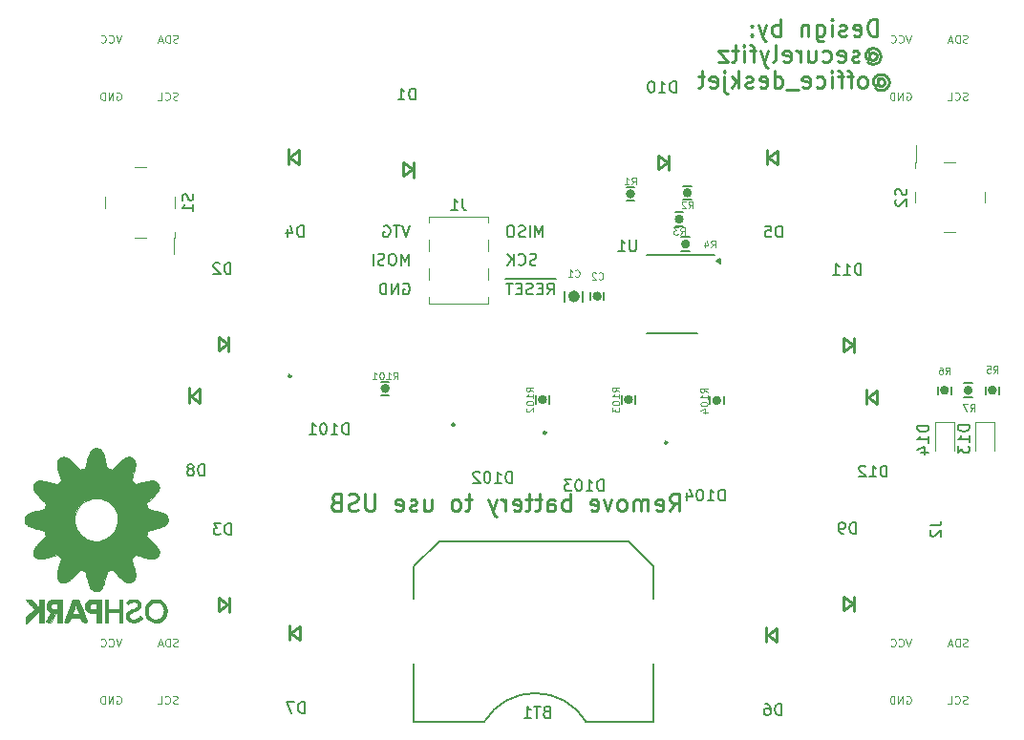
<source format=gbr>
G04 #@! TF.GenerationSoftware,KiCad,Pcbnew,(5.0.0)*
G04 #@! TF.CreationDate,2018-09-19T11:52:00-07:00*
G04 #@! TF.ProjectId,BSidesPDX_2018,4253696465735044585F323031382E6B,rev?*
G04 #@! TF.SameCoordinates,Original*
G04 #@! TF.FileFunction,Legend,Bot*
G04 #@! TF.FilePolarity,Positive*
%FSLAX46Y46*%
G04 Gerber Fmt 4.6, Leading zero omitted, Abs format (unit mm)*
G04 Created by KiCad (PCBNEW (5.0.0)) date 09/19/18 11:52:00*
%MOMM*%
%LPD*%
G01*
G04 APERTURE LIST*
%ADD10C,0.150000*%
%ADD11C,0.254000*%
%ADD12C,0.250000*%
%ADD13C,0.120000*%
%ADD14C,0.130000*%
%ADD15C,0.400000*%
%ADD16C,0.550000*%
%ADD17C,0.100000*%
%ADD18C,0.010000*%
%ADD19C,1.500000*%
%ADD20C,1.400000*%
%ADD21R,1.501600X0.901600*%
%ADD22R,1.551600X0.551600*%
%ADD23R,0.551600X0.701600*%
%ADD24C,0.701600*%
%ADD25R,1.451600X0.501600*%
%ADD26R,1.701600X2.201600*%
%ADD27R,2.001600X1.901600*%
%ADD28R,2.001600X2.001600*%
%ADD29O,1.801600X1.801600*%
%ADD30C,1.801600*%
%ADD31C,0.801600*%
%ADD32R,1.401600X1.651600*%
%ADD33R,5.601600X5.601600*%
%ADD34R,4.101600X4.101600*%
%ADD35R,1.301600X2.701600*%
%ADD36R,3.251600X1.101600*%
%ADD37C,5.101600*%
G04 APERTURE END LIST*
D10*
G36*
X164800000Y-98650000D02*
X164800000Y-99050000D01*
X164500000Y-98850000D01*
X164800000Y-98650000D01*
G37*
X164800000Y-98650000D02*
X164800000Y-99050000D01*
X164500000Y-98850000D01*
X164800000Y-98650000D01*
D11*
X178719014Y-78872571D02*
X178719014Y-77372571D01*
X178361871Y-77372571D01*
X178147585Y-77444000D01*
X178004728Y-77586857D01*
X177933300Y-77729714D01*
X177861871Y-78015428D01*
X177861871Y-78229714D01*
X177933300Y-78515428D01*
X178004728Y-78658285D01*
X178147585Y-78801142D01*
X178361871Y-78872571D01*
X178719014Y-78872571D01*
X176647585Y-78801142D02*
X176790442Y-78872571D01*
X177076157Y-78872571D01*
X177219014Y-78801142D01*
X177290442Y-78658285D01*
X177290442Y-78086857D01*
X177219014Y-77944000D01*
X177076157Y-77872571D01*
X176790442Y-77872571D01*
X176647585Y-77944000D01*
X176576157Y-78086857D01*
X176576157Y-78229714D01*
X177290442Y-78372571D01*
X176004728Y-78801142D02*
X175861871Y-78872571D01*
X175576157Y-78872571D01*
X175433300Y-78801142D01*
X175361871Y-78658285D01*
X175361871Y-78586857D01*
X175433300Y-78444000D01*
X175576157Y-78372571D01*
X175790442Y-78372571D01*
X175933300Y-78301142D01*
X176004728Y-78158285D01*
X176004728Y-78086857D01*
X175933300Y-77944000D01*
X175790442Y-77872571D01*
X175576157Y-77872571D01*
X175433300Y-77944000D01*
X174719014Y-78872571D02*
X174719014Y-77872571D01*
X174719014Y-77372571D02*
X174790442Y-77444000D01*
X174719014Y-77515428D01*
X174647585Y-77444000D01*
X174719014Y-77372571D01*
X174719014Y-77515428D01*
X173361871Y-77872571D02*
X173361871Y-79086857D01*
X173433300Y-79229714D01*
X173504728Y-79301142D01*
X173647585Y-79372571D01*
X173861871Y-79372571D01*
X174004728Y-79301142D01*
X173361871Y-78801142D02*
X173504728Y-78872571D01*
X173790442Y-78872571D01*
X173933300Y-78801142D01*
X174004728Y-78729714D01*
X174076157Y-78586857D01*
X174076157Y-78158285D01*
X174004728Y-78015428D01*
X173933300Y-77944000D01*
X173790442Y-77872571D01*
X173504728Y-77872571D01*
X173361871Y-77944000D01*
X172647585Y-77872571D02*
X172647585Y-78872571D01*
X172647585Y-78015428D02*
X172576157Y-77944000D01*
X172433300Y-77872571D01*
X172219014Y-77872571D01*
X172076157Y-77944000D01*
X172004728Y-78086857D01*
X172004728Y-78872571D01*
X170147585Y-78872571D02*
X170147585Y-77372571D01*
X170147585Y-77944000D02*
X170004728Y-77872571D01*
X169719014Y-77872571D01*
X169576157Y-77944000D01*
X169504728Y-78015428D01*
X169433300Y-78158285D01*
X169433300Y-78586857D01*
X169504728Y-78729714D01*
X169576157Y-78801142D01*
X169719014Y-78872571D01*
X170004728Y-78872571D01*
X170147585Y-78801142D01*
X168933300Y-77872571D02*
X168576157Y-78872571D01*
X168219014Y-77872571D02*
X168576157Y-78872571D01*
X168719014Y-79229714D01*
X168790442Y-79301142D01*
X168933300Y-79372571D01*
X167647585Y-78729714D02*
X167576157Y-78801142D01*
X167647585Y-78872571D01*
X167719014Y-78801142D01*
X167647585Y-78729714D01*
X167647585Y-78872571D01*
X167647585Y-77944000D02*
X167576157Y-78015428D01*
X167647585Y-78086857D01*
X167719014Y-78015428D01*
X167647585Y-77944000D01*
X167647585Y-78086857D01*
X178772757Y-82768385D02*
X178844185Y-82696957D01*
X178987042Y-82625528D01*
X179129900Y-82625528D01*
X179272757Y-82696957D01*
X179344185Y-82768385D01*
X179415614Y-82911242D01*
X179415614Y-83054100D01*
X179344185Y-83196957D01*
X179272757Y-83268385D01*
X179129900Y-83339814D01*
X178987042Y-83339814D01*
X178844185Y-83268385D01*
X178772757Y-83196957D01*
X178772757Y-82625528D02*
X178772757Y-83196957D01*
X178701328Y-83268385D01*
X178629900Y-83268385D01*
X178487042Y-83196957D01*
X178415614Y-83054100D01*
X178415614Y-82696957D01*
X178558471Y-82482671D01*
X178772757Y-82339814D01*
X179058471Y-82268385D01*
X179344185Y-82339814D01*
X179558471Y-82482671D01*
X179701328Y-82696957D01*
X179772757Y-82982671D01*
X179701328Y-83268385D01*
X179558471Y-83482671D01*
X179344185Y-83625528D01*
X179058471Y-83696957D01*
X178772757Y-83625528D01*
X178558471Y-83482671D01*
X177558471Y-83482671D02*
X177701328Y-83411242D01*
X177772757Y-83339814D01*
X177844185Y-83196957D01*
X177844185Y-82768385D01*
X177772757Y-82625528D01*
X177701328Y-82554100D01*
X177558471Y-82482671D01*
X177344185Y-82482671D01*
X177201328Y-82554100D01*
X177129900Y-82625528D01*
X177058471Y-82768385D01*
X177058471Y-83196957D01*
X177129900Y-83339814D01*
X177201328Y-83411242D01*
X177344185Y-83482671D01*
X177558471Y-83482671D01*
X176629900Y-82482671D02*
X176058471Y-82482671D01*
X176415614Y-83482671D02*
X176415614Y-82196957D01*
X176344185Y-82054100D01*
X176201328Y-81982671D01*
X176058471Y-81982671D01*
X175772757Y-82482671D02*
X175201328Y-82482671D01*
X175558471Y-83482671D02*
X175558471Y-82196957D01*
X175487042Y-82054100D01*
X175344185Y-81982671D01*
X175201328Y-81982671D01*
X174701328Y-83482671D02*
X174701328Y-82482671D01*
X174701328Y-81982671D02*
X174772757Y-82054100D01*
X174701328Y-82125528D01*
X174629900Y-82054100D01*
X174701328Y-81982671D01*
X174701328Y-82125528D01*
X173344185Y-83411242D02*
X173487042Y-83482671D01*
X173772757Y-83482671D01*
X173915614Y-83411242D01*
X173987042Y-83339814D01*
X174058471Y-83196957D01*
X174058471Y-82768385D01*
X173987042Y-82625528D01*
X173915614Y-82554100D01*
X173772757Y-82482671D01*
X173487042Y-82482671D01*
X173344185Y-82554100D01*
X172129900Y-83411242D02*
X172272757Y-83482671D01*
X172558471Y-83482671D01*
X172701328Y-83411242D01*
X172772757Y-83268385D01*
X172772757Y-82696957D01*
X172701328Y-82554100D01*
X172558471Y-82482671D01*
X172272757Y-82482671D01*
X172129900Y-82554100D01*
X172058471Y-82696957D01*
X172058471Y-82839814D01*
X172772757Y-82982671D01*
X171772757Y-83625528D02*
X170629900Y-83625528D01*
X169629900Y-83482671D02*
X169629900Y-81982671D01*
X169629900Y-83411242D02*
X169772757Y-83482671D01*
X170058471Y-83482671D01*
X170201328Y-83411242D01*
X170272757Y-83339814D01*
X170344185Y-83196957D01*
X170344185Y-82768385D01*
X170272757Y-82625528D01*
X170201328Y-82554100D01*
X170058471Y-82482671D01*
X169772757Y-82482671D01*
X169629900Y-82554100D01*
X168344185Y-83411242D02*
X168487042Y-83482671D01*
X168772757Y-83482671D01*
X168915614Y-83411242D01*
X168987042Y-83268385D01*
X168987042Y-82696957D01*
X168915614Y-82554100D01*
X168772757Y-82482671D01*
X168487042Y-82482671D01*
X168344185Y-82554100D01*
X168272757Y-82696957D01*
X168272757Y-82839814D01*
X168987042Y-82982671D01*
X167701328Y-83411242D02*
X167558471Y-83482671D01*
X167272757Y-83482671D01*
X167129900Y-83411242D01*
X167058471Y-83268385D01*
X167058471Y-83196957D01*
X167129900Y-83054100D01*
X167272757Y-82982671D01*
X167487042Y-82982671D01*
X167629900Y-82911242D01*
X167701328Y-82768385D01*
X167701328Y-82696957D01*
X167629900Y-82554100D01*
X167487042Y-82482671D01*
X167272757Y-82482671D01*
X167129900Y-82554100D01*
X166415614Y-83482671D02*
X166415614Y-81982671D01*
X166272757Y-82911242D02*
X165844185Y-83482671D01*
X165844185Y-82482671D02*
X166415614Y-83054100D01*
X165201328Y-82482671D02*
X165201328Y-83768385D01*
X165272757Y-83911242D01*
X165415614Y-83982671D01*
X165487042Y-83982671D01*
X165201328Y-81982671D02*
X165272757Y-82054100D01*
X165201328Y-82125528D01*
X165129900Y-82054100D01*
X165201328Y-81982671D01*
X165201328Y-82125528D01*
X163915614Y-83411242D02*
X164058471Y-83482671D01*
X164344185Y-83482671D01*
X164487042Y-83411242D01*
X164558471Y-83268385D01*
X164558471Y-82696957D01*
X164487042Y-82554100D01*
X164344185Y-82482671D01*
X164058471Y-82482671D01*
X163915614Y-82554100D01*
X163844185Y-82696957D01*
X163844185Y-82839814D01*
X164558471Y-82982671D01*
X163415614Y-82482671D02*
X162844185Y-82482671D01*
X163201328Y-81982671D02*
X163201328Y-83268385D01*
X163129900Y-83411242D01*
X162987042Y-83482671D01*
X162844185Y-83482671D01*
X178056157Y-80469685D02*
X178127585Y-80398257D01*
X178270442Y-80326828D01*
X178413300Y-80326828D01*
X178556157Y-80398257D01*
X178627585Y-80469685D01*
X178699014Y-80612542D01*
X178699014Y-80755400D01*
X178627585Y-80898257D01*
X178556157Y-80969685D01*
X178413300Y-81041114D01*
X178270442Y-81041114D01*
X178127585Y-80969685D01*
X178056157Y-80898257D01*
X178056157Y-80326828D02*
X178056157Y-80898257D01*
X177984728Y-80969685D01*
X177913300Y-80969685D01*
X177770442Y-80898257D01*
X177699014Y-80755400D01*
X177699014Y-80398257D01*
X177841871Y-80183971D01*
X178056157Y-80041114D01*
X178341871Y-79969685D01*
X178627585Y-80041114D01*
X178841871Y-80183971D01*
X178984728Y-80398257D01*
X179056157Y-80683971D01*
X178984728Y-80969685D01*
X178841871Y-81183971D01*
X178627585Y-81326828D01*
X178341871Y-81398257D01*
X178056157Y-81326828D01*
X177841871Y-81183971D01*
X177127585Y-81112542D02*
X176984728Y-81183971D01*
X176699014Y-81183971D01*
X176556157Y-81112542D01*
X176484728Y-80969685D01*
X176484728Y-80898257D01*
X176556157Y-80755400D01*
X176699014Y-80683971D01*
X176913300Y-80683971D01*
X177056157Y-80612542D01*
X177127585Y-80469685D01*
X177127585Y-80398257D01*
X177056157Y-80255400D01*
X176913300Y-80183971D01*
X176699014Y-80183971D01*
X176556157Y-80255400D01*
X175270442Y-81112542D02*
X175413300Y-81183971D01*
X175699014Y-81183971D01*
X175841871Y-81112542D01*
X175913300Y-80969685D01*
X175913300Y-80398257D01*
X175841871Y-80255400D01*
X175699014Y-80183971D01*
X175413300Y-80183971D01*
X175270442Y-80255400D01*
X175199014Y-80398257D01*
X175199014Y-80541114D01*
X175913300Y-80683971D01*
X173913300Y-81112542D02*
X174056157Y-81183971D01*
X174341871Y-81183971D01*
X174484728Y-81112542D01*
X174556157Y-81041114D01*
X174627585Y-80898257D01*
X174627585Y-80469685D01*
X174556157Y-80326828D01*
X174484728Y-80255400D01*
X174341871Y-80183971D01*
X174056157Y-80183971D01*
X173913300Y-80255400D01*
X172627585Y-80183971D02*
X172627585Y-81183971D01*
X173270442Y-80183971D02*
X173270442Y-80969685D01*
X173199014Y-81112542D01*
X173056157Y-81183971D01*
X172841871Y-81183971D01*
X172699014Y-81112542D01*
X172627585Y-81041114D01*
X171913300Y-81183971D02*
X171913300Y-80183971D01*
X171913300Y-80469685D02*
X171841871Y-80326828D01*
X171770442Y-80255400D01*
X171627585Y-80183971D01*
X171484728Y-80183971D01*
X170413300Y-81112542D02*
X170556157Y-81183971D01*
X170841871Y-81183971D01*
X170984728Y-81112542D01*
X171056157Y-80969685D01*
X171056157Y-80398257D01*
X170984728Y-80255400D01*
X170841871Y-80183971D01*
X170556157Y-80183971D01*
X170413300Y-80255400D01*
X170341871Y-80398257D01*
X170341871Y-80541114D01*
X171056157Y-80683971D01*
X169484728Y-81183971D02*
X169627585Y-81112542D01*
X169699014Y-80969685D01*
X169699014Y-79683971D01*
X169056157Y-80183971D02*
X168699014Y-81183971D01*
X168341871Y-80183971D02*
X168699014Y-81183971D01*
X168841871Y-81541114D01*
X168913300Y-81612542D01*
X169056157Y-81683971D01*
X167984728Y-80183971D02*
X167413300Y-80183971D01*
X167770442Y-81183971D02*
X167770442Y-79898257D01*
X167699014Y-79755400D01*
X167556157Y-79683971D01*
X167413300Y-79683971D01*
X166913300Y-81183971D02*
X166913300Y-80183971D01*
X166913300Y-79683971D02*
X166984728Y-79755400D01*
X166913300Y-79826828D01*
X166841871Y-79755400D01*
X166913300Y-79683971D01*
X166913300Y-79826828D01*
X166413300Y-80183971D02*
X165841871Y-80183971D01*
X166199014Y-79683971D02*
X166199014Y-80969685D01*
X166127585Y-81112542D01*
X165984728Y-81183971D01*
X165841871Y-81183971D01*
X165484728Y-80183971D02*
X164699014Y-80183971D01*
X165484728Y-81183971D01*
X164699014Y-81183971D01*
X160360714Y-121003571D02*
X160860714Y-120289285D01*
X161217857Y-121003571D02*
X161217857Y-119503571D01*
X160646428Y-119503571D01*
X160503571Y-119575000D01*
X160432142Y-119646428D01*
X160360714Y-119789285D01*
X160360714Y-120003571D01*
X160432142Y-120146428D01*
X160503571Y-120217857D01*
X160646428Y-120289285D01*
X161217857Y-120289285D01*
X159146428Y-120932142D02*
X159289285Y-121003571D01*
X159575000Y-121003571D01*
X159717857Y-120932142D01*
X159789285Y-120789285D01*
X159789285Y-120217857D01*
X159717857Y-120075000D01*
X159575000Y-120003571D01*
X159289285Y-120003571D01*
X159146428Y-120075000D01*
X159075000Y-120217857D01*
X159075000Y-120360714D01*
X159789285Y-120503571D01*
X158432142Y-121003571D02*
X158432142Y-120003571D01*
X158432142Y-120146428D02*
X158360714Y-120075000D01*
X158217857Y-120003571D01*
X158003571Y-120003571D01*
X157860714Y-120075000D01*
X157789285Y-120217857D01*
X157789285Y-121003571D01*
X157789285Y-120217857D02*
X157717857Y-120075000D01*
X157575000Y-120003571D01*
X157360714Y-120003571D01*
X157217857Y-120075000D01*
X157146428Y-120217857D01*
X157146428Y-121003571D01*
X156217857Y-121003571D02*
X156360714Y-120932142D01*
X156432142Y-120860714D01*
X156503571Y-120717857D01*
X156503571Y-120289285D01*
X156432142Y-120146428D01*
X156360714Y-120075000D01*
X156217857Y-120003571D01*
X156003571Y-120003571D01*
X155860714Y-120075000D01*
X155789285Y-120146428D01*
X155717857Y-120289285D01*
X155717857Y-120717857D01*
X155789285Y-120860714D01*
X155860714Y-120932142D01*
X156003571Y-121003571D01*
X156217857Y-121003571D01*
X155217857Y-120003571D02*
X154860714Y-121003571D01*
X154503571Y-120003571D01*
X153360714Y-120932142D02*
X153503571Y-121003571D01*
X153789285Y-121003571D01*
X153932142Y-120932142D01*
X154003571Y-120789285D01*
X154003571Y-120217857D01*
X153932142Y-120075000D01*
X153789285Y-120003571D01*
X153503571Y-120003571D01*
X153360714Y-120075000D01*
X153289285Y-120217857D01*
X153289285Y-120360714D01*
X154003571Y-120503571D01*
X151503571Y-121003571D02*
X151503571Y-119503571D01*
X151503571Y-120075000D02*
X151360714Y-120003571D01*
X151075000Y-120003571D01*
X150932142Y-120075000D01*
X150860714Y-120146428D01*
X150789285Y-120289285D01*
X150789285Y-120717857D01*
X150860714Y-120860714D01*
X150932142Y-120932142D01*
X151075000Y-121003571D01*
X151360714Y-121003571D01*
X151503571Y-120932142D01*
X149503571Y-121003571D02*
X149503571Y-120217857D01*
X149575000Y-120075000D01*
X149717857Y-120003571D01*
X150003571Y-120003571D01*
X150146428Y-120075000D01*
X149503571Y-120932142D02*
X149646428Y-121003571D01*
X150003571Y-121003571D01*
X150146428Y-120932142D01*
X150217857Y-120789285D01*
X150217857Y-120646428D01*
X150146428Y-120503571D01*
X150003571Y-120432142D01*
X149646428Y-120432142D01*
X149503571Y-120360714D01*
X149003571Y-120003571D02*
X148432142Y-120003571D01*
X148789285Y-119503571D02*
X148789285Y-120789285D01*
X148717857Y-120932142D01*
X148575000Y-121003571D01*
X148432142Y-121003571D01*
X148146428Y-120003571D02*
X147575000Y-120003571D01*
X147932142Y-119503571D02*
X147932142Y-120789285D01*
X147860714Y-120932142D01*
X147717857Y-121003571D01*
X147575000Y-121003571D01*
X146503571Y-120932142D02*
X146646428Y-121003571D01*
X146932142Y-121003571D01*
X147075000Y-120932142D01*
X147146428Y-120789285D01*
X147146428Y-120217857D01*
X147075000Y-120075000D01*
X146932142Y-120003571D01*
X146646428Y-120003571D01*
X146503571Y-120075000D01*
X146432142Y-120217857D01*
X146432142Y-120360714D01*
X147146428Y-120503571D01*
X145789285Y-121003571D02*
X145789285Y-120003571D01*
X145789285Y-120289285D02*
X145717857Y-120146428D01*
X145646428Y-120075000D01*
X145503571Y-120003571D01*
X145360714Y-120003571D01*
X145003571Y-120003571D02*
X144646428Y-121003571D01*
X144289285Y-120003571D02*
X144646428Y-121003571D01*
X144789285Y-121360714D01*
X144860714Y-121432142D01*
X145003571Y-121503571D01*
X142789285Y-120003571D02*
X142217857Y-120003571D01*
X142575000Y-119503571D02*
X142575000Y-120789285D01*
X142503571Y-120932142D01*
X142360714Y-121003571D01*
X142217857Y-121003571D01*
X141503571Y-121003571D02*
X141646428Y-120932142D01*
X141717857Y-120860714D01*
X141789285Y-120717857D01*
X141789285Y-120289285D01*
X141717857Y-120146428D01*
X141646428Y-120075000D01*
X141503571Y-120003571D01*
X141289285Y-120003571D01*
X141146428Y-120075000D01*
X141075000Y-120146428D01*
X141003571Y-120289285D01*
X141003571Y-120717857D01*
X141075000Y-120860714D01*
X141146428Y-120932142D01*
X141289285Y-121003571D01*
X141503571Y-121003571D01*
X138575000Y-120003571D02*
X138575000Y-121003571D01*
X139217857Y-120003571D02*
X139217857Y-120789285D01*
X139146428Y-120932142D01*
X139003571Y-121003571D01*
X138789285Y-121003571D01*
X138646428Y-120932142D01*
X138575000Y-120860714D01*
X137932142Y-120932142D02*
X137789285Y-121003571D01*
X137503571Y-121003571D01*
X137360714Y-120932142D01*
X137289285Y-120789285D01*
X137289285Y-120717857D01*
X137360714Y-120575000D01*
X137503571Y-120503571D01*
X137717857Y-120503571D01*
X137860714Y-120432142D01*
X137932142Y-120289285D01*
X137932142Y-120217857D01*
X137860714Y-120075000D01*
X137717857Y-120003571D01*
X137503571Y-120003571D01*
X137360714Y-120075000D01*
X136075000Y-120932142D02*
X136217857Y-121003571D01*
X136503571Y-121003571D01*
X136646428Y-120932142D01*
X136717857Y-120789285D01*
X136717857Y-120217857D01*
X136646428Y-120075000D01*
X136503571Y-120003571D01*
X136217857Y-120003571D01*
X136075000Y-120075000D01*
X136003571Y-120217857D01*
X136003571Y-120360714D01*
X136717857Y-120503571D01*
X134217857Y-119503571D02*
X134217857Y-120717857D01*
X134146428Y-120860714D01*
X134075000Y-120932142D01*
X133932142Y-121003571D01*
X133646428Y-121003571D01*
X133503571Y-120932142D01*
X133432142Y-120860714D01*
X133360714Y-120717857D01*
X133360714Y-119503571D01*
X132717857Y-120932142D02*
X132503571Y-121003571D01*
X132146428Y-121003571D01*
X132003571Y-120932142D01*
X131932142Y-120860714D01*
X131860714Y-120717857D01*
X131860714Y-120575000D01*
X131932142Y-120432142D01*
X132003571Y-120360714D01*
X132146428Y-120289285D01*
X132432142Y-120217857D01*
X132575000Y-120146428D01*
X132646428Y-120075000D01*
X132717857Y-119932142D01*
X132717857Y-119789285D01*
X132646428Y-119646428D01*
X132575000Y-119575000D01*
X132432142Y-119503571D01*
X132075000Y-119503571D01*
X131860714Y-119575000D01*
X130717857Y-120217857D02*
X130503571Y-120289285D01*
X130432142Y-120360714D01*
X130360714Y-120503571D01*
X130360714Y-120717857D01*
X130432142Y-120860714D01*
X130503571Y-120932142D01*
X130646428Y-121003571D01*
X131217857Y-121003571D01*
X131217857Y-119503571D01*
X130717857Y-119503571D01*
X130575000Y-119575000D01*
X130503571Y-119646428D01*
X130432142Y-119789285D01*
X130432142Y-119932142D01*
X130503571Y-120075000D01*
X130575000Y-120146428D01*
X130717857Y-120217857D01*
X131217857Y-120217857D01*
D12*
G04 #@! TO.C,D104*
X160125200Y-114938400D02*
G75*
G03X160125200Y-114938400I-100000J0D01*
G01*
G04 #@! TO.C,D103*
X149381000Y-114074800D02*
G75*
G03X149381000Y-114074800I-100000J0D01*
G01*
G04 #@! TO.C,D102*
X141278400Y-113363600D02*
G75*
G03X141278400Y-113363600I-100000J0D01*
G01*
G04 #@! TO.C,D101*
X126762300Y-109050000D02*
G75*
G03X126762300Y-109050000I-100000J0D01*
G01*
D10*
G04 #@! TO.C,U1*
X164303400Y-98327800D02*
X158328400Y-98327800D01*
X162778400Y-105227800D02*
X158328400Y-105227800D01*
D13*
G04 #@! TO.C,D13*
X187450000Y-113100000D02*
X187450000Y-115650000D01*
X189150000Y-113100000D02*
X189150000Y-115650000D01*
X187450000Y-113100000D02*
X189150000Y-113100000D01*
G04 #@! TO.C,D14*
X183850000Y-113150000D02*
X183850000Y-115700000D01*
X185550000Y-113150000D02*
X185550000Y-115700000D01*
X183850000Y-113150000D02*
X185550000Y-113150000D01*
D14*
G04 #@! TO.C,R4*
X162097200Y-96722800D02*
X161397200Y-96722800D01*
X161397200Y-97942800D02*
X162097200Y-97942800D01*
D15*
X161947200Y-97332800D02*
G75*
G03X161947200Y-97332800I-200000J0D01*
G01*
D10*
G04 #@! TO.C,C1*
X151066600Y-101531000D02*
X151066600Y-102431000D01*
D14*
X152666600Y-102431000D02*
X152666600Y-101531000D01*
D16*
X152141600Y-101981000D02*
G75*
G03X152141600Y-101981000I-275000J0D01*
G01*
D14*
G04 #@! TO.C,C2*
X153314000Y-101605600D02*
X153314000Y-102305600D01*
X154534000Y-102305600D02*
X154534000Y-101605600D01*
D15*
X154124000Y-101955600D02*
G75*
G03X154124000Y-101955600I-200000J0D01*
G01*
D14*
G04 #@! TO.C,R1*
X156520400Y-93497800D02*
X157220400Y-93497800D01*
X157220400Y-92277800D02*
X156520400Y-92277800D01*
D15*
X157070400Y-92887800D02*
G75*
G03X157070400Y-92887800I-200000J0D01*
G01*
D14*
G04 #@! TO.C,R2*
X162263000Y-92176200D02*
X161563000Y-92176200D01*
X161563000Y-93396200D02*
X162263000Y-93396200D01*
D15*
X162113000Y-92786200D02*
G75*
G03X162113000Y-92786200I-200000J0D01*
G01*
D14*
G04 #@! TO.C,R3*
X161538400Y-94513000D02*
X160838400Y-94513000D01*
X160838400Y-95733000D02*
X161538400Y-95733000D01*
D15*
X161388400Y-95123000D02*
G75*
G03X161388400Y-95123000I-200000J0D01*
G01*
D14*
G04 #@! TO.C,R5*
X189547900Y-110649500D02*
X189547900Y-109949500D01*
X188327900Y-109949500D02*
X188327900Y-110649500D01*
D15*
X189137900Y-110299500D02*
G75*
G03X189137900Y-110299500I-200000J0D01*
G01*
D14*
G04 #@! TO.C,R6*
X184090000Y-109950000D02*
X184090000Y-110650000D01*
X185310000Y-110650000D02*
X185310000Y-109950000D01*
D15*
X184900000Y-110300000D02*
G75*
G03X184900000Y-110300000I-200000J0D01*
G01*
D14*
G04 #@! TO.C,R7*
X186450000Y-110910000D02*
X187150000Y-110910000D01*
X187150000Y-109690000D02*
X186450000Y-109690000D01*
D15*
X187000000Y-110300000D02*
G75*
G03X187000000Y-110300000I-200000J0D01*
G01*
D14*
G04 #@! TO.C,R101*
X134778000Y-110744400D02*
X135478000Y-110744400D01*
X135478000Y-109524400D02*
X134778000Y-109524400D01*
D15*
X135328000Y-110134400D02*
G75*
G03X135328000Y-110134400I-200000J0D01*
G01*
D14*
G04 #@! TO.C,R102*
X149682600Y-111475000D02*
X149682600Y-110775000D01*
X148462600Y-110775000D02*
X148462600Y-111475000D01*
D15*
X149272600Y-111125000D02*
G75*
G03X149272600Y-111125000I-200000J0D01*
G01*
D14*
G04 #@! TO.C,R103*
X157302600Y-111475000D02*
X157302600Y-110775000D01*
X156082600Y-110775000D02*
X156082600Y-111475000D01*
D15*
X156892600Y-111125000D02*
G75*
G03X156892600Y-111125000I-200000J0D01*
G01*
D14*
G04 #@! TO.C,R104*
X165125800Y-111551200D02*
X165125800Y-110851200D01*
X163905800Y-110851200D02*
X163905800Y-111551200D01*
D15*
X164715800Y-111201200D02*
G75*
G03X164715800Y-111201200I-200000J0D01*
G01*
D17*
G04 #@! TO.C,S1*
X113403380Y-96754880D02*
X113903380Y-96754880D01*
X113403380Y-96754880D02*
X112903380Y-96754880D01*
X113403380Y-90554880D02*
X113903380Y-90554880D01*
X113403380Y-90554880D02*
X112903380Y-90554880D01*
X110303380Y-93654880D02*
X110303380Y-94154880D01*
X110303380Y-93654880D02*
X110303380Y-93154880D01*
X116503380Y-93654880D02*
X116503380Y-93154880D01*
X116503380Y-93654880D02*
X116503380Y-94154880D01*
X116403380Y-97054880D02*
X116403380Y-98254880D01*
X116403380Y-96754880D02*
X116403380Y-97054880D01*
X116503380Y-96754880D02*
X116403380Y-96754880D01*
X116503380Y-96254880D02*
X116503380Y-96754880D01*
G04 #@! TO.C,S2*
X185171080Y-90087520D02*
X184671080Y-90087520D01*
X185171080Y-90087520D02*
X185671080Y-90087520D01*
X185171080Y-96287520D02*
X184671080Y-96287520D01*
X185171080Y-96287520D02*
X185671080Y-96287520D01*
X188271080Y-93187520D02*
X188271080Y-92687520D01*
X188271080Y-93187520D02*
X188271080Y-93687520D01*
X182071080Y-93187520D02*
X182071080Y-93687520D01*
X182071080Y-93187520D02*
X182071080Y-92687520D01*
X182171080Y-89787520D02*
X182171080Y-88587520D01*
X182171080Y-90087520D02*
X182171080Y-89787520D01*
X182071080Y-90087520D02*
X182171080Y-90087520D01*
X182071080Y-90587520D02*
X182071080Y-90087520D01*
D10*
G04 #@! TO.C,BT1*
X158925000Y-134525000D02*
X158925000Y-139675000D01*
X156675000Y-123675000D02*
X158925000Y-125925000D01*
X158925000Y-125925000D02*
X158925000Y-128825000D01*
X139925000Y-123675000D02*
X137675000Y-125925000D01*
X137675000Y-125925000D02*
X137675000Y-128825000D01*
X139925000Y-123675000D02*
X156675000Y-123675000D01*
X137675000Y-134525000D02*
X137675000Y-139675000D01*
X143931775Y-139663944D02*
G75*
G02X152925000Y-139675000I4493225J-2761056D01*
G01*
X137675000Y-139675000D02*
X143925000Y-139675000D01*
X158925000Y-139675000D02*
X152925000Y-139675000D01*
D12*
G04 #@! TO.C,D1*
X137533400Y-90704480D02*
X136733400Y-90104480D01*
X136733400Y-91304480D02*
X137533400Y-90704480D01*
X136733400Y-90104480D02*
X136733400Y-91304480D01*
X137633400Y-90104480D02*
X137633400Y-91404480D01*
G04 #@! TO.C,D2*
X121158020Y-106180700D02*
X120358020Y-105580700D01*
X120358020Y-106780700D02*
X121158020Y-106180700D01*
X120358020Y-105580700D02*
X120358020Y-106780700D01*
X121258020Y-105580700D02*
X121258020Y-106880700D01*
G04 #@! TO.C,D3*
X121175000Y-129275000D02*
X120375000Y-128675000D01*
X120375000Y-129875000D02*
X121175000Y-129275000D01*
X120375000Y-128675000D02*
X120375000Y-129875000D01*
X121275000Y-128675000D02*
X121275000Y-129975000D01*
G04 #@! TO.C,D4*
X126669780Y-89630440D02*
X127469780Y-90230440D01*
X127469780Y-89030440D02*
X126669780Y-89630440D01*
X127469780Y-90230440D02*
X127469780Y-89030440D01*
X126569780Y-90230440D02*
X126569780Y-88930440D01*
G04 #@! TO.C,D5*
X169082700Y-89653300D02*
X169882700Y-90253300D01*
X169882700Y-89053300D02*
X169082700Y-89653300D01*
X169882700Y-90253300D02*
X169882700Y-89053300D01*
X168982700Y-90253300D02*
X168982700Y-88953300D01*
G04 #@! TO.C,D6*
X169019200Y-132033200D02*
X169819200Y-132633200D01*
X169819200Y-131433200D02*
X169019200Y-132033200D01*
X169819200Y-132633200D02*
X169819200Y-131433200D01*
X168919200Y-132633200D02*
X168919200Y-131333200D01*
G04 #@! TO.C,D7*
X126756140Y-131863020D02*
X127556140Y-132463020D01*
X127556140Y-131263020D02*
X126756140Y-131863020D01*
X127556140Y-132463020D02*
X127556140Y-131263020D01*
X126656140Y-132463020D02*
X126656140Y-131163020D01*
G04 #@! TO.C,D8*
X117891540Y-110796260D02*
X118691540Y-111396260D01*
X118691540Y-110196260D02*
X117891540Y-110796260D01*
X118691540Y-111396260D02*
X118691540Y-110196260D01*
X117791540Y-111396260D02*
X117791540Y-110096260D01*
G04 #@! TO.C,D9*
X176573200Y-129180400D02*
X175773200Y-128580400D01*
X175773200Y-129780400D02*
X176573200Y-129180400D01*
X175773200Y-128580400D02*
X175773200Y-129780400D01*
X176673200Y-128580400D02*
X176673200Y-129880400D01*
G04 #@! TO.C,D10*
X160164800Y-90064400D02*
X159364800Y-89464400D01*
X159364800Y-90664400D02*
X160164800Y-90064400D01*
X159364800Y-89464400D02*
X159364800Y-90664400D01*
X160264800Y-89464400D02*
X160264800Y-90764400D01*
G04 #@! TO.C,D11*
X176560500Y-106231500D02*
X175760500Y-105631500D01*
X175760500Y-106831500D02*
X176560500Y-106231500D01*
X175760500Y-105631500D02*
X175760500Y-106831500D01*
X176660500Y-105631500D02*
X176660500Y-106931500D01*
G04 #@! TO.C,D12*
X177909200Y-110900400D02*
X178709200Y-111500400D01*
X178709200Y-110300400D02*
X177909200Y-110900400D01*
X178709200Y-111500400D02*
X178709200Y-110300400D01*
X177809200Y-111500400D02*
X177809200Y-110200400D01*
D18*
G04 #@! TO.C,G\002A\002A\002A*
G36*
X109389198Y-115440145D02*
X109278436Y-115470743D01*
X109179810Y-115527536D01*
X109124112Y-115573251D01*
X109071544Y-115623420D01*
X109025413Y-115675477D01*
X108983890Y-115733866D01*
X108945141Y-115803035D01*
X108907337Y-115887428D01*
X108868645Y-115991490D01*
X108827234Y-116119667D01*
X108781273Y-116276404D01*
X108728931Y-116466147D01*
X108678564Y-116654772D01*
X108639482Y-116802075D01*
X108603945Y-116935170D01*
X108573371Y-117048813D01*
X108549180Y-117137760D01*
X108532788Y-117196767D01*
X108525616Y-117220588D01*
X108525464Y-117220832D01*
X108504705Y-117226563D01*
X108451493Y-117240574D01*
X108374377Y-117260625D01*
X108300288Y-117279752D01*
X108078993Y-117336719D01*
X107601788Y-116862662D01*
X107480835Y-116743538D01*
X107365484Y-116631870D01*
X107260183Y-116531818D01*
X107169380Y-116447538D01*
X107097521Y-116383188D01*
X107049052Y-116342928D01*
X107036291Y-116333921D01*
X106947969Y-116287535D01*
X106844379Y-116245523D01*
X106740524Y-116212977D01*
X106651405Y-116194990D01*
X106621093Y-116193000D01*
X106484116Y-116212178D01*
X106352567Y-116265557D01*
X106235048Y-116346900D01*
X106140163Y-116449972D01*
X106076513Y-116568538D01*
X106068244Y-116593716D01*
X106044060Y-116721018D01*
X106036528Y-116870542D01*
X106045785Y-117025532D01*
X106063751Y-117134916D01*
X106077055Y-117190619D01*
X106099733Y-117279871D01*
X106129880Y-117395420D01*
X106165589Y-117530011D01*
X106204957Y-117676392D01*
X106235303Y-117787961D01*
X106379090Y-118314006D01*
X106042737Y-118650359D01*
X105609994Y-118531515D01*
X105404409Y-118475226D01*
X105234756Y-118429326D01*
X105096210Y-118392763D01*
X104983945Y-118364484D01*
X104893135Y-118343438D01*
X104818955Y-118328572D01*
X104756579Y-118318833D01*
X104701181Y-118313170D01*
X104647936Y-118310529D01*
X104593646Y-118309859D01*
X104440385Y-118317921D01*
X104316162Y-118344667D01*
X104210581Y-118393388D01*
X104122625Y-118458991D01*
X104021650Y-118574453D01*
X103955195Y-118708985D01*
X103925482Y-118855075D01*
X103934735Y-119005208D01*
X103946582Y-119053888D01*
X103972044Y-119127942D01*
X104006684Y-119202004D01*
X104053615Y-119280025D01*
X104115950Y-119365960D01*
X104196800Y-119463762D01*
X104299279Y-119577383D01*
X104426499Y-119710776D01*
X104581573Y-119867896D01*
X104609420Y-119895743D01*
X104742606Y-120029373D01*
X104847976Y-120136736D01*
X104928248Y-120220885D01*
X104986140Y-120284876D01*
X105024372Y-120331762D01*
X105045660Y-120364599D01*
X105052723Y-120386440D01*
X105052078Y-120393160D01*
X105041636Y-120433007D01*
X105023872Y-120501470D01*
X105001997Y-120586163D01*
X104993457Y-120619316D01*
X104946507Y-120801715D01*
X104337157Y-120962080D01*
X104124096Y-121019126D01*
X103947489Y-121068929D01*
X103802452Y-121113375D01*
X103684102Y-121154348D01*
X103587554Y-121193736D01*
X103507925Y-121233424D01*
X103440331Y-121275297D01*
X103379889Y-121321242D01*
X103357534Y-121340379D01*
X103254278Y-121457125D01*
X103187198Y-121589426D01*
X103156347Y-121730762D01*
X103161779Y-121874613D01*
X103203547Y-122014458D01*
X103281705Y-122143776D01*
X103350297Y-122217498D01*
X103406144Y-122264418D01*
X103468562Y-122307009D01*
X103542265Y-122347092D01*
X103631967Y-122386489D01*
X103742382Y-122427023D01*
X103878223Y-122470515D01*
X104044205Y-122518787D01*
X104245042Y-122573661D01*
X104330584Y-122596387D01*
X104484483Y-122637128D01*
X104624367Y-122674339D01*
X104745212Y-122706669D01*
X104841996Y-122732769D01*
X104909696Y-122751287D01*
X104943290Y-122760874D01*
X104946067Y-122761879D01*
X104951727Y-122782405D01*
X104965804Y-122835461D01*
X104986069Y-122912605D01*
X105006341Y-122990217D01*
X105064965Y-123215184D01*
X104610820Y-123667550D01*
X104492874Y-123786169D01*
X104381568Y-123900247D01*
X104281394Y-124005015D01*
X104196844Y-124095705D01*
X104132412Y-124167546D01*
X104092589Y-124215770D01*
X104086883Y-124223758D01*
X104002928Y-124375551D01*
X103950885Y-124530135D01*
X103931794Y-124680743D01*
X103946698Y-124820608D01*
X103980658Y-124914078D01*
X104066708Y-125047858D01*
X104174602Y-125147066D01*
X104306572Y-125212973D01*
X104464846Y-125246851D01*
X104573753Y-125252333D01*
X104635584Y-125251748D01*
X104692656Y-125249243D01*
X104750348Y-125243695D01*
X104814043Y-125233982D01*
X104889121Y-125218979D01*
X104980963Y-125197564D01*
X105094948Y-125168613D01*
X105236459Y-125131002D01*
X105410876Y-125083610D01*
X105503691Y-125058201D01*
X106041799Y-124910702D01*
X106380117Y-125249020D01*
X106213236Y-125859218D01*
X106165259Y-126035340D01*
X106127453Y-126176718D01*
X106098605Y-126289380D01*
X106077503Y-126379356D01*
X106062932Y-126452675D01*
X106053679Y-126515366D01*
X106048532Y-126573459D01*
X106046276Y-126632983D01*
X106045719Y-126691666D01*
X106052728Y-126849961D01*
X106076864Y-126976929D01*
X106121280Y-127081202D01*
X106189126Y-127171411D01*
X106238048Y-127218580D01*
X106366946Y-127305893D01*
X106508746Y-127353503D01*
X106661100Y-127361200D01*
X106821662Y-127328773D01*
X106938854Y-127281520D01*
X106982626Y-127258543D01*
X107027308Y-127230563D01*
X107076835Y-127194131D01*
X107135144Y-127145800D01*
X107206169Y-127082121D01*
X107293846Y-126999647D01*
X107402113Y-126894930D01*
X107534904Y-126764521D01*
X107581188Y-126718809D01*
X108080126Y-126225577D01*
X108300855Y-126282395D01*
X108391292Y-126305926D01*
X108465061Y-126325596D01*
X108513461Y-126339054D01*
X108528063Y-126343766D01*
X108534905Y-126364589D01*
X108551060Y-126421203D01*
X108575121Y-126508449D01*
X108605680Y-126621165D01*
X108641332Y-126754190D01*
X108680668Y-126902362D01*
X108690086Y-126938034D01*
X108746066Y-127148353D01*
X108793870Y-127322303D01*
X108835365Y-127464643D01*
X108872414Y-127580127D01*
X108906882Y-127673515D01*
X108940635Y-127749564D01*
X108975538Y-127813029D01*
X109013454Y-127868669D01*
X109056249Y-127921241D01*
X109090297Y-127958967D01*
X109199374Y-128046767D01*
X109330439Y-128104679D01*
X109473968Y-128131078D01*
X109620435Y-128124340D01*
X109760313Y-128082842D01*
X109775561Y-128075761D01*
X109850336Y-128033236D01*
X109917287Y-127979886D01*
X109978270Y-127911943D01*
X110035139Y-127825639D01*
X110089748Y-127717205D01*
X110143951Y-127582873D01*
X110199604Y-127418875D01*
X110258559Y-127221441D01*
X110322673Y-126986805D01*
X110335596Y-126937684D01*
X110375831Y-126786476D01*
X110413619Y-126649161D01*
X110447432Y-126530932D01*
X110475740Y-126436984D01*
X110497013Y-126372511D01*
X110509721Y-126342705D01*
X110511239Y-126341309D01*
X110539536Y-126333314D01*
X110598915Y-126316797D01*
X110679637Y-126294461D01*
X110741196Y-126277481D01*
X110949975Y-126219962D01*
X111376196Y-126654325D01*
X111522444Y-126802726D01*
X111643585Y-126923857D01*
X111743614Y-127021185D01*
X111826530Y-127098181D01*
X111896329Y-127158314D01*
X111957008Y-127205053D01*
X112012564Y-127241869D01*
X112066995Y-127272230D01*
X112114471Y-127295145D01*
X112268641Y-127348862D01*
X112414550Y-127363540D01*
X112556941Y-127340334D01*
X112705157Y-127278634D01*
X112822157Y-127188516D01*
X112908415Y-127069436D01*
X112964404Y-126920854D01*
X112977413Y-126859049D01*
X112986624Y-126791484D01*
X112990110Y-126721950D01*
X112987015Y-126645472D01*
X112976482Y-126557073D01*
X112957654Y-126451779D01*
X112929673Y-126324613D01*
X112891685Y-126170602D01*
X112842830Y-125984770D01*
X112799038Y-125823330D01*
X112640762Y-125244940D01*
X112975066Y-124910636D01*
X113574075Y-125074752D01*
X113755105Y-125123951D01*
X113901661Y-125162655D01*
X114019923Y-125192182D01*
X114116068Y-125213849D01*
X114196276Y-125228972D01*
X114266725Y-125238869D01*
X114333593Y-125244857D01*
X114384750Y-125247561D01*
X114547656Y-125245848D01*
X114680594Y-125224008D01*
X114792216Y-125179260D01*
X114891170Y-125108823D01*
X114929536Y-125072434D01*
X115022835Y-124949845D01*
X115077451Y-124812472D01*
X115093033Y-124663489D01*
X115069233Y-124506072D01*
X115009020Y-124349985D01*
X114984722Y-124305046D01*
X114954989Y-124258731D01*
X114916356Y-124207091D01*
X114865356Y-124146174D01*
X114798523Y-124072029D01*
X114712392Y-123980705D01*
X114603497Y-123868251D01*
X114468371Y-123730716D01*
X114445120Y-123707166D01*
X113953766Y-123209750D01*
X114015737Y-122989326D01*
X114041512Y-122899146D01*
X114063359Y-122825492D01*
X114078661Y-122777017D01*
X114084450Y-122762161D01*
X114105832Y-122755237D01*
X114163022Y-122738934D01*
X114250890Y-122714654D01*
X114364308Y-122683799D01*
X114498146Y-122647772D01*
X114647274Y-122607973D01*
X114693054Y-122595819D01*
X114881715Y-122544597D01*
X115053477Y-122495618D01*
X115202990Y-122450525D01*
X115324900Y-122410961D01*
X115413855Y-122378568D01*
X115446389Y-122364596D01*
X115605751Y-122271560D01*
X115726631Y-122161155D01*
X115809353Y-122032923D01*
X115854245Y-121886410D01*
X115863224Y-121781000D01*
X111415110Y-121781000D01*
X111396265Y-122064831D01*
X111339316Y-122331109D01*
X111243638Y-122581304D01*
X111108610Y-122816888D01*
X110933608Y-123039333D01*
X110841520Y-123135666D01*
X110631507Y-123319429D01*
X110410604Y-123464288D01*
X110173096Y-123573355D01*
X109913268Y-123649741D01*
X109886834Y-123655492D01*
X109769388Y-123671857D01*
X109623884Y-123679423D01*
X109463569Y-123678665D01*
X109301689Y-123670055D01*
X109151492Y-123654068D01*
X109026225Y-123631176D01*
X108997834Y-123623712D01*
X108735822Y-123526986D01*
X108492919Y-123394123D01*
X108272148Y-123228146D01*
X108076531Y-123032076D01*
X107909089Y-122808933D01*
X107772846Y-122561740D01*
X107672346Y-122298538D01*
X107649681Y-122220411D01*
X107633818Y-122152506D01*
X107623568Y-122084157D01*
X107617739Y-122004697D01*
X107615141Y-121903460D01*
X107614581Y-121781000D01*
X107615249Y-121650080D01*
X107618045Y-121550816D01*
X107624159Y-121472543D01*
X107634784Y-121404591D01*
X107651108Y-121336296D01*
X107672346Y-121263461D01*
X107774840Y-120996032D01*
X107911443Y-120749536D01*
X108079091Y-120527038D01*
X108274719Y-120331599D01*
X108495263Y-120166284D01*
X108737657Y-120034154D01*
X108997834Y-119938560D01*
X109147468Y-119906635D01*
X109322388Y-119886453D01*
X109507043Y-119878597D01*
X109685883Y-119883649D01*
X109843358Y-119902193D01*
X109863768Y-119906092D01*
X110110188Y-119969040D01*
X110328230Y-120054439D01*
X110527569Y-120167494D01*
X110717876Y-120313412D01*
X110849917Y-120436916D01*
X111041111Y-120652971D01*
X111191737Y-120879176D01*
X111302879Y-121118106D01*
X111375620Y-121372339D01*
X111411044Y-121644448D01*
X111415110Y-121781000D01*
X115863224Y-121781000D01*
X115863301Y-121780103D01*
X115845290Y-121624327D01*
X115788274Y-121484968D01*
X115692280Y-121362059D01*
X115557337Y-121255632D01*
X115383473Y-121165719D01*
X115296975Y-121132221D01*
X115253606Y-121118654D01*
X115175658Y-121096137D01*
X115069509Y-121066437D01*
X114941536Y-121031320D01*
X114798114Y-120992551D01*
X114649715Y-120952979D01*
X114501901Y-120913097D01*
X114367534Y-120875440D01*
X114252065Y-120841648D01*
X114160946Y-120813362D01*
X114099625Y-120792222D01*
X114073555Y-120779869D01*
X114073248Y-120779470D01*
X114058019Y-120739839D01*
X114056991Y-120730356D01*
X114051239Y-120700154D01*
X114036172Y-120640323D01*
X114014603Y-120561793D01*
X114005272Y-120529273D01*
X113953876Y-120352250D01*
X114445175Y-119854833D01*
X114600618Y-119696422D01*
X114728314Y-119563233D01*
X114831082Y-119451199D01*
X114911742Y-119356253D01*
X114973113Y-119274331D01*
X115018014Y-119201364D01*
X115049265Y-119133287D01*
X115069686Y-119066033D01*
X115082096Y-118995536D01*
X115088690Y-118926722D01*
X115092106Y-118837960D01*
X115085021Y-118771063D01*
X115064253Y-118706202D01*
X115046970Y-118666649D01*
X114980629Y-118545013D01*
X114905172Y-118455420D01*
X114811385Y-118387579D01*
X114783825Y-118372725D01*
X114735284Y-118349986D01*
X114688744Y-118334914D01*
X114633734Y-118325972D01*
X114559781Y-118321619D01*
X114456416Y-118320316D01*
X114427084Y-118320286D01*
X114353118Y-118320558D01*
X114289867Y-118322150D01*
X114231095Y-118326266D01*
X114170566Y-118334109D01*
X114102044Y-118346881D01*
X114019295Y-118365785D01*
X113916083Y-118392025D01*
X113786171Y-118426802D01*
X113623325Y-118471319D01*
X113574296Y-118484782D01*
X112975509Y-118649240D01*
X112807958Y-118481690D01*
X112640408Y-118314140D01*
X112798516Y-117739172D01*
X112856394Y-117526137D01*
X112902748Y-117348808D01*
X112938441Y-117202409D01*
X112964337Y-117082167D01*
X112981300Y-116983306D01*
X112990192Y-116901053D01*
X112991879Y-116830632D01*
X112987223Y-116767269D01*
X112981350Y-116728416D01*
X112965648Y-116651137D01*
X112948604Y-116583433D01*
X112938692Y-116552833D01*
X112877481Y-116444715D01*
X112786951Y-116344925D01*
X112679744Y-116267383D01*
X112679202Y-116267083D01*
X112614119Y-116233979D01*
X112557375Y-116214952D01*
X112492520Y-116206390D01*
X112403101Y-116204683D01*
X112395084Y-116204730D01*
X112310890Y-116208725D01*
X112231806Y-116221224D01*
X112154118Y-116244789D01*
X112074108Y-116281980D01*
X111988061Y-116335357D01*
X111892260Y-116407482D01*
X111782989Y-116500914D01*
X111656532Y-116618215D01*
X111509173Y-116761945D01*
X111340263Y-116931556D01*
X110941609Y-117335573D01*
X110715846Y-117275452D01*
X110490084Y-117215331D01*
X110327434Y-116599951D01*
X110270327Y-116387576D01*
X110220499Y-116211560D01*
X110176068Y-116066932D01*
X110135149Y-115948720D01*
X110095859Y-115851955D01*
X110056314Y-115771666D01*
X110014630Y-115702880D01*
X109968924Y-115640628D01*
X109959478Y-115628945D01*
X109853492Y-115531885D01*
X109723259Y-115465349D01*
X109577510Y-115433321D01*
X109525475Y-115431000D01*
X109389198Y-115440145D01*
X109389198Y-115440145D01*
G37*
X109389198Y-115440145D02*
X109278436Y-115470743D01*
X109179810Y-115527536D01*
X109124112Y-115573251D01*
X109071544Y-115623420D01*
X109025413Y-115675477D01*
X108983890Y-115733866D01*
X108945141Y-115803035D01*
X108907337Y-115887428D01*
X108868645Y-115991490D01*
X108827234Y-116119667D01*
X108781273Y-116276404D01*
X108728931Y-116466147D01*
X108678564Y-116654772D01*
X108639482Y-116802075D01*
X108603945Y-116935170D01*
X108573371Y-117048813D01*
X108549180Y-117137760D01*
X108532788Y-117196767D01*
X108525616Y-117220588D01*
X108525464Y-117220832D01*
X108504705Y-117226563D01*
X108451493Y-117240574D01*
X108374377Y-117260625D01*
X108300288Y-117279752D01*
X108078993Y-117336719D01*
X107601788Y-116862662D01*
X107480835Y-116743538D01*
X107365484Y-116631870D01*
X107260183Y-116531818D01*
X107169380Y-116447538D01*
X107097521Y-116383188D01*
X107049052Y-116342928D01*
X107036291Y-116333921D01*
X106947969Y-116287535D01*
X106844379Y-116245523D01*
X106740524Y-116212977D01*
X106651405Y-116194990D01*
X106621093Y-116193000D01*
X106484116Y-116212178D01*
X106352567Y-116265557D01*
X106235048Y-116346900D01*
X106140163Y-116449972D01*
X106076513Y-116568538D01*
X106068244Y-116593716D01*
X106044060Y-116721018D01*
X106036528Y-116870542D01*
X106045785Y-117025532D01*
X106063751Y-117134916D01*
X106077055Y-117190619D01*
X106099733Y-117279871D01*
X106129880Y-117395420D01*
X106165589Y-117530011D01*
X106204957Y-117676392D01*
X106235303Y-117787961D01*
X106379090Y-118314006D01*
X106042737Y-118650359D01*
X105609994Y-118531515D01*
X105404409Y-118475226D01*
X105234756Y-118429326D01*
X105096210Y-118392763D01*
X104983945Y-118364484D01*
X104893135Y-118343438D01*
X104818955Y-118328572D01*
X104756579Y-118318833D01*
X104701181Y-118313170D01*
X104647936Y-118310529D01*
X104593646Y-118309859D01*
X104440385Y-118317921D01*
X104316162Y-118344667D01*
X104210581Y-118393388D01*
X104122625Y-118458991D01*
X104021650Y-118574453D01*
X103955195Y-118708985D01*
X103925482Y-118855075D01*
X103934735Y-119005208D01*
X103946582Y-119053888D01*
X103972044Y-119127942D01*
X104006684Y-119202004D01*
X104053615Y-119280025D01*
X104115950Y-119365960D01*
X104196800Y-119463762D01*
X104299279Y-119577383D01*
X104426499Y-119710776D01*
X104581573Y-119867896D01*
X104609420Y-119895743D01*
X104742606Y-120029373D01*
X104847976Y-120136736D01*
X104928248Y-120220885D01*
X104986140Y-120284876D01*
X105024372Y-120331762D01*
X105045660Y-120364599D01*
X105052723Y-120386440D01*
X105052078Y-120393160D01*
X105041636Y-120433007D01*
X105023872Y-120501470D01*
X105001997Y-120586163D01*
X104993457Y-120619316D01*
X104946507Y-120801715D01*
X104337157Y-120962080D01*
X104124096Y-121019126D01*
X103947489Y-121068929D01*
X103802452Y-121113375D01*
X103684102Y-121154348D01*
X103587554Y-121193736D01*
X103507925Y-121233424D01*
X103440331Y-121275297D01*
X103379889Y-121321242D01*
X103357534Y-121340379D01*
X103254278Y-121457125D01*
X103187198Y-121589426D01*
X103156347Y-121730762D01*
X103161779Y-121874613D01*
X103203547Y-122014458D01*
X103281705Y-122143776D01*
X103350297Y-122217498D01*
X103406144Y-122264418D01*
X103468562Y-122307009D01*
X103542265Y-122347092D01*
X103631967Y-122386489D01*
X103742382Y-122427023D01*
X103878223Y-122470515D01*
X104044205Y-122518787D01*
X104245042Y-122573661D01*
X104330584Y-122596387D01*
X104484483Y-122637128D01*
X104624367Y-122674339D01*
X104745212Y-122706669D01*
X104841996Y-122732769D01*
X104909696Y-122751287D01*
X104943290Y-122760874D01*
X104946067Y-122761879D01*
X104951727Y-122782405D01*
X104965804Y-122835461D01*
X104986069Y-122912605D01*
X105006341Y-122990217D01*
X105064965Y-123215184D01*
X104610820Y-123667550D01*
X104492874Y-123786169D01*
X104381568Y-123900247D01*
X104281394Y-124005015D01*
X104196844Y-124095705D01*
X104132412Y-124167546D01*
X104092589Y-124215770D01*
X104086883Y-124223758D01*
X104002928Y-124375551D01*
X103950885Y-124530135D01*
X103931794Y-124680743D01*
X103946698Y-124820608D01*
X103980658Y-124914078D01*
X104066708Y-125047858D01*
X104174602Y-125147066D01*
X104306572Y-125212973D01*
X104464846Y-125246851D01*
X104573753Y-125252333D01*
X104635584Y-125251748D01*
X104692656Y-125249243D01*
X104750348Y-125243695D01*
X104814043Y-125233982D01*
X104889121Y-125218979D01*
X104980963Y-125197564D01*
X105094948Y-125168613D01*
X105236459Y-125131002D01*
X105410876Y-125083610D01*
X105503691Y-125058201D01*
X106041799Y-124910702D01*
X106380117Y-125249020D01*
X106213236Y-125859218D01*
X106165259Y-126035340D01*
X106127453Y-126176718D01*
X106098605Y-126289380D01*
X106077503Y-126379356D01*
X106062932Y-126452675D01*
X106053679Y-126515366D01*
X106048532Y-126573459D01*
X106046276Y-126632983D01*
X106045719Y-126691666D01*
X106052728Y-126849961D01*
X106076864Y-126976929D01*
X106121280Y-127081202D01*
X106189126Y-127171411D01*
X106238048Y-127218580D01*
X106366946Y-127305893D01*
X106508746Y-127353503D01*
X106661100Y-127361200D01*
X106821662Y-127328773D01*
X106938854Y-127281520D01*
X106982626Y-127258543D01*
X107027308Y-127230563D01*
X107076835Y-127194131D01*
X107135144Y-127145800D01*
X107206169Y-127082121D01*
X107293846Y-126999647D01*
X107402113Y-126894930D01*
X107534904Y-126764521D01*
X107581188Y-126718809D01*
X108080126Y-126225577D01*
X108300855Y-126282395D01*
X108391292Y-126305926D01*
X108465061Y-126325596D01*
X108513461Y-126339054D01*
X108528063Y-126343766D01*
X108534905Y-126364589D01*
X108551060Y-126421203D01*
X108575121Y-126508449D01*
X108605680Y-126621165D01*
X108641332Y-126754190D01*
X108680668Y-126902362D01*
X108690086Y-126938034D01*
X108746066Y-127148353D01*
X108793870Y-127322303D01*
X108835365Y-127464643D01*
X108872414Y-127580127D01*
X108906882Y-127673515D01*
X108940635Y-127749564D01*
X108975538Y-127813029D01*
X109013454Y-127868669D01*
X109056249Y-127921241D01*
X109090297Y-127958967D01*
X109199374Y-128046767D01*
X109330439Y-128104679D01*
X109473968Y-128131078D01*
X109620435Y-128124340D01*
X109760313Y-128082842D01*
X109775561Y-128075761D01*
X109850336Y-128033236D01*
X109917287Y-127979886D01*
X109978270Y-127911943D01*
X110035139Y-127825639D01*
X110089748Y-127717205D01*
X110143951Y-127582873D01*
X110199604Y-127418875D01*
X110258559Y-127221441D01*
X110322673Y-126986805D01*
X110335596Y-126937684D01*
X110375831Y-126786476D01*
X110413619Y-126649161D01*
X110447432Y-126530932D01*
X110475740Y-126436984D01*
X110497013Y-126372511D01*
X110509721Y-126342705D01*
X110511239Y-126341309D01*
X110539536Y-126333314D01*
X110598915Y-126316797D01*
X110679637Y-126294461D01*
X110741196Y-126277481D01*
X110949975Y-126219962D01*
X111376196Y-126654325D01*
X111522444Y-126802726D01*
X111643585Y-126923857D01*
X111743614Y-127021185D01*
X111826530Y-127098181D01*
X111896329Y-127158314D01*
X111957008Y-127205053D01*
X112012564Y-127241869D01*
X112066995Y-127272230D01*
X112114471Y-127295145D01*
X112268641Y-127348862D01*
X112414550Y-127363540D01*
X112556941Y-127340334D01*
X112705157Y-127278634D01*
X112822157Y-127188516D01*
X112908415Y-127069436D01*
X112964404Y-126920854D01*
X112977413Y-126859049D01*
X112986624Y-126791484D01*
X112990110Y-126721950D01*
X112987015Y-126645472D01*
X112976482Y-126557073D01*
X112957654Y-126451779D01*
X112929673Y-126324613D01*
X112891685Y-126170602D01*
X112842830Y-125984770D01*
X112799038Y-125823330D01*
X112640762Y-125244940D01*
X112975066Y-124910636D01*
X113574075Y-125074752D01*
X113755105Y-125123951D01*
X113901661Y-125162655D01*
X114019923Y-125192182D01*
X114116068Y-125213849D01*
X114196276Y-125228972D01*
X114266725Y-125238869D01*
X114333593Y-125244857D01*
X114384750Y-125247561D01*
X114547656Y-125245848D01*
X114680594Y-125224008D01*
X114792216Y-125179260D01*
X114891170Y-125108823D01*
X114929536Y-125072434D01*
X115022835Y-124949845D01*
X115077451Y-124812472D01*
X115093033Y-124663489D01*
X115069233Y-124506072D01*
X115009020Y-124349985D01*
X114984722Y-124305046D01*
X114954989Y-124258731D01*
X114916356Y-124207091D01*
X114865356Y-124146174D01*
X114798523Y-124072029D01*
X114712392Y-123980705D01*
X114603497Y-123868251D01*
X114468371Y-123730716D01*
X114445120Y-123707166D01*
X113953766Y-123209750D01*
X114015737Y-122989326D01*
X114041512Y-122899146D01*
X114063359Y-122825492D01*
X114078661Y-122777017D01*
X114084450Y-122762161D01*
X114105832Y-122755237D01*
X114163022Y-122738934D01*
X114250890Y-122714654D01*
X114364308Y-122683799D01*
X114498146Y-122647772D01*
X114647274Y-122607973D01*
X114693054Y-122595819D01*
X114881715Y-122544597D01*
X115053477Y-122495618D01*
X115202990Y-122450525D01*
X115324900Y-122410961D01*
X115413855Y-122378568D01*
X115446389Y-122364596D01*
X115605751Y-122271560D01*
X115726631Y-122161155D01*
X115809353Y-122032923D01*
X115854245Y-121886410D01*
X115863224Y-121781000D01*
X111415110Y-121781000D01*
X111396265Y-122064831D01*
X111339316Y-122331109D01*
X111243638Y-122581304D01*
X111108610Y-122816888D01*
X110933608Y-123039333D01*
X110841520Y-123135666D01*
X110631507Y-123319429D01*
X110410604Y-123464288D01*
X110173096Y-123573355D01*
X109913268Y-123649741D01*
X109886834Y-123655492D01*
X109769388Y-123671857D01*
X109623884Y-123679423D01*
X109463569Y-123678665D01*
X109301689Y-123670055D01*
X109151492Y-123654068D01*
X109026225Y-123631176D01*
X108997834Y-123623712D01*
X108735822Y-123526986D01*
X108492919Y-123394123D01*
X108272148Y-123228146D01*
X108076531Y-123032076D01*
X107909089Y-122808933D01*
X107772846Y-122561740D01*
X107672346Y-122298538D01*
X107649681Y-122220411D01*
X107633818Y-122152506D01*
X107623568Y-122084157D01*
X107617739Y-122004697D01*
X107615141Y-121903460D01*
X107614581Y-121781000D01*
X107615249Y-121650080D01*
X107618045Y-121550816D01*
X107624159Y-121472543D01*
X107634784Y-121404591D01*
X107651108Y-121336296D01*
X107672346Y-121263461D01*
X107774840Y-120996032D01*
X107911443Y-120749536D01*
X108079091Y-120527038D01*
X108274719Y-120331599D01*
X108495263Y-120166284D01*
X108737657Y-120034154D01*
X108997834Y-119938560D01*
X109147468Y-119906635D01*
X109322388Y-119886453D01*
X109507043Y-119878597D01*
X109685883Y-119883649D01*
X109843358Y-119902193D01*
X109863768Y-119906092D01*
X110110188Y-119969040D01*
X110328230Y-120054439D01*
X110527569Y-120167494D01*
X110717876Y-120313412D01*
X110849917Y-120436916D01*
X111041111Y-120652971D01*
X111191737Y-120879176D01*
X111302879Y-121118106D01*
X111375620Y-121372339D01*
X111411044Y-121644448D01*
X111415110Y-121781000D01*
X115863224Y-121781000D01*
X115863301Y-121780103D01*
X115845290Y-121624327D01*
X115788274Y-121484968D01*
X115692280Y-121362059D01*
X115557337Y-121255632D01*
X115383473Y-121165719D01*
X115296975Y-121132221D01*
X115253606Y-121118654D01*
X115175658Y-121096137D01*
X115069509Y-121066437D01*
X114941536Y-121031320D01*
X114798114Y-120992551D01*
X114649715Y-120952979D01*
X114501901Y-120913097D01*
X114367534Y-120875440D01*
X114252065Y-120841648D01*
X114160946Y-120813362D01*
X114099625Y-120792222D01*
X114073555Y-120779869D01*
X114073248Y-120779470D01*
X114058019Y-120739839D01*
X114056991Y-120730356D01*
X114051239Y-120700154D01*
X114036172Y-120640323D01*
X114014603Y-120561793D01*
X114005272Y-120529273D01*
X113953876Y-120352250D01*
X114445175Y-119854833D01*
X114600618Y-119696422D01*
X114728314Y-119563233D01*
X114831082Y-119451199D01*
X114911742Y-119356253D01*
X114973113Y-119274331D01*
X115018014Y-119201364D01*
X115049265Y-119133287D01*
X115069686Y-119066033D01*
X115082096Y-118995536D01*
X115088690Y-118926722D01*
X115092106Y-118837960D01*
X115085021Y-118771063D01*
X115064253Y-118706202D01*
X115046970Y-118666649D01*
X114980629Y-118545013D01*
X114905172Y-118455420D01*
X114811385Y-118387579D01*
X114783825Y-118372725D01*
X114735284Y-118349986D01*
X114688744Y-118334914D01*
X114633734Y-118325972D01*
X114559781Y-118321619D01*
X114456416Y-118320316D01*
X114427084Y-118320286D01*
X114353118Y-118320558D01*
X114289867Y-118322150D01*
X114231095Y-118326266D01*
X114170566Y-118334109D01*
X114102044Y-118346881D01*
X114019295Y-118365785D01*
X113916083Y-118392025D01*
X113786171Y-118426802D01*
X113623325Y-118471319D01*
X113574296Y-118484782D01*
X112975509Y-118649240D01*
X112807958Y-118481690D01*
X112640408Y-118314140D01*
X112798516Y-117739172D01*
X112856394Y-117526137D01*
X112902748Y-117348808D01*
X112938441Y-117202409D01*
X112964337Y-117082167D01*
X112981300Y-116983306D01*
X112990192Y-116901053D01*
X112991879Y-116830632D01*
X112987223Y-116767269D01*
X112981350Y-116728416D01*
X112965648Y-116651137D01*
X112948604Y-116583433D01*
X112938692Y-116552833D01*
X112877481Y-116444715D01*
X112786951Y-116344925D01*
X112679744Y-116267383D01*
X112679202Y-116267083D01*
X112614119Y-116233979D01*
X112557375Y-116214952D01*
X112492520Y-116206390D01*
X112403101Y-116204683D01*
X112395084Y-116204730D01*
X112310890Y-116208725D01*
X112231806Y-116221224D01*
X112154118Y-116244789D01*
X112074108Y-116281980D01*
X111988061Y-116335357D01*
X111892260Y-116407482D01*
X111782989Y-116500914D01*
X111656532Y-116618215D01*
X111509173Y-116761945D01*
X111340263Y-116931556D01*
X110941609Y-117335573D01*
X110715846Y-117275452D01*
X110490084Y-117215331D01*
X110327434Y-116599951D01*
X110270327Y-116387576D01*
X110220499Y-116211560D01*
X110176068Y-116066932D01*
X110135149Y-115948720D01*
X110095859Y-115851955D01*
X110056314Y-115771666D01*
X110014630Y-115702880D01*
X109968924Y-115640628D01*
X109959478Y-115628945D01*
X109853492Y-115531885D01*
X109723259Y-115465349D01*
X109577510Y-115433321D01*
X109525475Y-115431000D01*
X109389198Y-115440145D01*
G36*
X106039792Y-128854517D02*
X105883177Y-128857136D01*
X105762481Y-128860038D01*
X105671291Y-128863839D01*
X105603197Y-128869158D01*
X105551784Y-128876612D01*
X105510640Y-128886819D01*
X105473353Y-128900397D01*
X105447611Y-128911563D01*
X105315207Y-128992757D01*
X105213067Y-129101589D01*
X105143637Y-129233788D01*
X105109367Y-129385079D01*
X105107916Y-129504541D01*
X105118612Y-129589354D01*
X105136192Y-129667158D01*
X105152925Y-129712390D01*
X105206942Y-129791556D01*
X105280922Y-129868137D01*
X105360763Y-129928965D01*
X105413009Y-129955273D01*
X105460036Y-129977367D01*
X105483550Y-129998384D01*
X105484167Y-130001272D01*
X105474286Y-130024993D01*
X105446647Y-130079934D01*
X105404252Y-130160423D01*
X105350107Y-130260787D01*
X105287214Y-130375355D01*
X105261917Y-130420947D01*
X105196508Y-130539408D01*
X105138718Y-130645822D01*
X105091551Y-130734511D01*
X105058012Y-130799796D01*
X105041106Y-130836001D01*
X105039667Y-130840926D01*
X105059688Y-130849908D01*
X105115229Y-130856701D01*
X105199504Y-130860695D01*
X105267698Y-130861500D01*
X105495728Y-130861500D01*
X105713846Y-130438166D01*
X105931964Y-130014833D01*
X106098000Y-130014833D01*
X106098000Y-130861500D01*
X106521334Y-130861500D01*
X106521334Y-129231666D01*
X106098000Y-129231666D01*
X106098000Y-129697333D01*
X105912792Y-129697215D01*
X105816960Y-129694558D01*
X105727178Y-129687609D01*
X105659440Y-129677719D01*
X105647108Y-129674749D01*
X105568003Y-129632283D01*
X105511683Y-129560518D01*
X105485319Y-129469505D01*
X105484246Y-129446508D01*
X105495825Y-129384821D01*
X105535749Y-129325146D01*
X105556134Y-129303633D01*
X105628100Y-129231666D01*
X106098000Y-129231666D01*
X106521334Y-129231666D01*
X106521334Y-128847201D01*
X106039792Y-128854517D01*
X106039792Y-128854517D01*
G37*
X106039792Y-128854517D02*
X105883177Y-128857136D01*
X105762481Y-128860038D01*
X105671291Y-128863839D01*
X105603197Y-128869158D01*
X105551784Y-128876612D01*
X105510640Y-128886819D01*
X105473353Y-128900397D01*
X105447611Y-128911563D01*
X105315207Y-128992757D01*
X105213067Y-129101589D01*
X105143637Y-129233788D01*
X105109367Y-129385079D01*
X105107916Y-129504541D01*
X105118612Y-129589354D01*
X105136192Y-129667158D01*
X105152925Y-129712390D01*
X105206942Y-129791556D01*
X105280922Y-129868137D01*
X105360763Y-129928965D01*
X105413009Y-129955273D01*
X105460036Y-129977367D01*
X105483550Y-129998384D01*
X105484167Y-130001272D01*
X105474286Y-130024993D01*
X105446647Y-130079934D01*
X105404252Y-130160423D01*
X105350107Y-130260787D01*
X105287214Y-130375355D01*
X105261917Y-130420947D01*
X105196508Y-130539408D01*
X105138718Y-130645822D01*
X105091551Y-130734511D01*
X105058012Y-130799796D01*
X105041106Y-130836001D01*
X105039667Y-130840926D01*
X105059688Y-130849908D01*
X105115229Y-130856701D01*
X105199504Y-130860695D01*
X105267698Y-130861500D01*
X105495728Y-130861500D01*
X105713846Y-130438166D01*
X105931964Y-130014833D01*
X106098000Y-130014833D01*
X106098000Y-130861500D01*
X106521334Y-130861500D01*
X106521334Y-129231666D01*
X106098000Y-129231666D01*
X106098000Y-129697333D01*
X105912792Y-129697215D01*
X105816960Y-129694558D01*
X105727178Y-129687609D01*
X105659440Y-129677719D01*
X105647108Y-129674749D01*
X105568003Y-129632283D01*
X105511683Y-129560518D01*
X105485319Y-129469505D01*
X105484246Y-129446508D01*
X105495825Y-129384821D01*
X105535749Y-129325146D01*
X105556134Y-129303633D01*
X105628100Y-129231666D01*
X106098000Y-129231666D01*
X106521334Y-129231666D01*
X106521334Y-128847201D01*
X106039792Y-128854517D01*
G36*
X107696453Y-128850944D02*
X107463250Y-128851222D01*
X107077666Y-129819319D01*
X107001023Y-130011810D01*
X106928892Y-130193084D01*
X106862841Y-130359193D01*
X106804438Y-130506187D01*
X106755253Y-130630117D01*
X106716853Y-130727033D01*
X106690805Y-130792987D01*
X106678680Y-130824028D01*
X106678242Y-130825200D01*
X106675174Y-130841733D01*
X106685092Y-130852250D01*
X106714836Y-130857760D01*
X106771245Y-130859269D01*
X106861161Y-130857783D01*
X106893943Y-130856950D01*
X107123484Y-130850916D01*
X107190548Y-130671000D01*
X107257613Y-130491083D01*
X108139220Y-130491083D01*
X108205247Y-130671000D01*
X108271274Y-130850916D01*
X108496970Y-130856924D01*
X108588955Y-130857924D01*
X108662893Y-130855970D01*
X108710112Y-130851469D01*
X108722820Y-130846341D01*
X108715198Y-130824010D01*
X108693265Y-130766193D01*
X108658514Y-130676676D01*
X108612436Y-130559245D01*
X108556525Y-130417688D01*
X108492273Y-130255792D01*
X108443902Y-130134390D01*
X108003000Y-130134390D01*
X107983070Y-130137012D01*
X107928221Y-130139230D01*
X107845868Y-130140864D01*
X107743427Y-130141736D01*
X107693819Y-130141833D01*
X107573705Y-130141484D01*
X107489938Y-130139937D01*
X107436535Y-130136438D01*
X107407511Y-130130234D01*
X107396883Y-130120573D01*
X107398666Y-130106701D01*
X107399401Y-130104791D01*
X107411158Y-130073863D01*
X107434968Y-130010149D01*
X107468251Y-129920589D01*
X107508429Y-129812122D01*
X107552923Y-129691687D01*
X107552945Y-129691626D01*
X107596467Y-129574718D01*
X107634991Y-129473219D01*
X107666178Y-129393129D01*
X107687690Y-129340446D01*
X107697189Y-129321170D01*
X107697329Y-129321209D01*
X107706052Y-129341701D01*
X107726764Y-129394636D01*
X107756740Y-129472761D01*
X107793254Y-129568827D01*
X107833580Y-129675581D01*
X107874993Y-129785772D01*
X107914766Y-129892150D01*
X107950174Y-129987464D01*
X107978491Y-130064461D01*
X107996992Y-130115890D01*
X108003000Y-130134390D01*
X108443902Y-130134390D01*
X108421171Y-130077341D01*
X108344712Y-129886124D01*
X108326313Y-129840208D01*
X107929655Y-128850666D01*
X107696453Y-128850944D01*
X107696453Y-128850944D01*
G37*
X107696453Y-128850944D02*
X107463250Y-128851222D01*
X107077666Y-129819319D01*
X107001023Y-130011810D01*
X106928892Y-130193084D01*
X106862841Y-130359193D01*
X106804438Y-130506187D01*
X106755253Y-130630117D01*
X106716853Y-130727033D01*
X106690805Y-130792987D01*
X106678680Y-130824028D01*
X106678242Y-130825200D01*
X106675174Y-130841733D01*
X106685092Y-130852250D01*
X106714836Y-130857760D01*
X106771245Y-130859269D01*
X106861161Y-130857783D01*
X106893943Y-130856950D01*
X107123484Y-130850916D01*
X107190548Y-130671000D01*
X107257613Y-130491083D01*
X108139220Y-130491083D01*
X108205247Y-130671000D01*
X108271274Y-130850916D01*
X108496970Y-130856924D01*
X108588955Y-130857924D01*
X108662893Y-130855970D01*
X108710112Y-130851469D01*
X108722820Y-130846341D01*
X108715198Y-130824010D01*
X108693265Y-130766193D01*
X108658514Y-130676676D01*
X108612436Y-130559245D01*
X108556525Y-130417688D01*
X108492273Y-130255792D01*
X108443902Y-130134390D01*
X108003000Y-130134390D01*
X107983070Y-130137012D01*
X107928221Y-130139230D01*
X107845868Y-130140864D01*
X107743427Y-130141736D01*
X107693819Y-130141833D01*
X107573705Y-130141484D01*
X107489938Y-130139937D01*
X107436535Y-130136438D01*
X107407511Y-130130234D01*
X107396883Y-130120573D01*
X107398666Y-130106701D01*
X107399401Y-130104791D01*
X107411158Y-130073863D01*
X107434968Y-130010149D01*
X107468251Y-129920589D01*
X107508429Y-129812122D01*
X107552923Y-129691687D01*
X107552945Y-129691626D01*
X107596467Y-129574718D01*
X107634991Y-129473219D01*
X107666178Y-129393129D01*
X107687690Y-129340446D01*
X107697189Y-129321170D01*
X107697329Y-129321209D01*
X107706052Y-129341701D01*
X107726764Y-129394636D01*
X107756740Y-129472761D01*
X107793254Y-129568827D01*
X107833580Y-129675581D01*
X107874993Y-129785772D01*
X107914766Y-129892150D01*
X107950174Y-129987464D01*
X107978491Y-130064461D01*
X107996992Y-130115890D01*
X108003000Y-130134390D01*
X108443902Y-130134390D01*
X108421171Y-130077341D01*
X108344712Y-129886124D01*
X108326313Y-129840208D01*
X107929655Y-128850666D01*
X107696453Y-128850944D01*
G36*
X109458209Y-128854385D02*
X109298858Y-128857153D01*
X109175698Y-128860222D01*
X109082585Y-128864144D01*
X109013378Y-128869468D01*
X108961935Y-128876746D01*
X108922112Y-128886528D01*
X108887769Y-128899366D01*
X108870834Y-128907054D01*
X108736679Y-128992555D01*
X108632186Y-129106323D01*
X108560981Y-129243661D01*
X108534283Y-129343247D01*
X108524014Y-129505757D01*
X108552565Y-129654591D01*
X108618078Y-129786089D01*
X108718698Y-129896590D01*
X108852569Y-129982436D01*
X108860250Y-129986085D01*
X108908773Y-130006747D01*
X108956527Y-130020778D01*
X109013275Y-130029433D01*
X109088776Y-130033969D01*
X109192792Y-130035642D01*
X109246542Y-130035793D01*
X109527000Y-130036000D01*
X109527000Y-130861500D01*
X109950334Y-130861500D01*
X109950334Y-129231666D01*
X109527000Y-129231666D01*
X109527000Y-129700976D01*
X109281800Y-129693863D01*
X109036599Y-129686750D01*
X108974883Y-129617624D01*
X108925259Y-129534883D01*
X108911434Y-129445806D01*
X108931792Y-129360401D01*
X108984711Y-129288680D01*
X109033484Y-129255310D01*
X109073443Y-129245421D01*
X109144440Y-129237564D01*
X109235192Y-129232726D01*
X109303359Y-129231666D01*
X109527000Y-129231666D01*
X109950334Y-129231666D01*
X109950334Y-128846705D01*
X109458209Y-128854385D01*
X109458209Y-128854385D01*
G37*
X109458209Y-128854385D02*
X109298858Y-128857153D01*
X109175698Y-128860222D01*
X109082585Y-128864144D01*
X109013378Y-128869468D01*
X108961935Y-128876746D01*
X108922112Y-128886528D01*
X108887769Y-128899366D01*
X108870834Y-128907054D01*
X108736679Y-128992555D01*
X108632186Y-129106323D01*
X108560981Y-129243661D01*
X108534283Y-129343247D01*
X108524014Y-129505757D01*
X108552565Y-129654591D01*
X108618078Y-129786089D01*
X108718698Y-129896590D01*
X108852569Y-129982436D01*
X108860250Y-129986085D01*
X108908773Y-130006747D01*
X108956527Y-130020778D01*
X109013275Y-130029433D01*
X109088776Y-130033969D01*
X109192792Y-130035642D01*
X109246542Y-130035793D01*
X109527000Y-130036000D01*
X109527000Y-130861500D01*
X109950334Y-130861500D01*
X109950334Y-129231666D01*
X109527000Y-129231666D01*
X109527000Y-129700976D01*
X109281800Y-129693863D01*
X109036599Y-129686750D01*
X108974883Y-129617624D01*
X108925259Y-129534883D01*
X108911434Y-129445806D01*
X108931792Y-129360401D01*
X108984711Y-129288680D01*
X109033484Y-129255310D01*
X109073443Y-129245421D01*
X109144440Y-129237564D01*
X109235192Y-129232726D01*
X109303359Y-129231666D01*
X109527000Y-129231666D01*
X109950334Y-129231666D01*
X109950334Y-128846705D01*
X109458209Y-128854385D01*
G36*
X111580167Y-129739666D02*
X110543000Y-129739666D01*
X110543000Y-128850666D01*
X110289000Y-128850666D01*
X110289000Y-130861500D01*
X110543000Y-130861500D01*
X110543000Y-129972500D01*
X111580167Y-129972500D01*
X111580167Y-130861500D01*
X111834167Y-130861500D01*
X111834167Y-128850666D01*
X111580167Y-128850666D01*
X111580167Y-129739666D01*
X111580167Y-129739666D01*
G37*
X111580167Y-129739666D02*
X110543000Y-129739666D01*
X110543000Y-128850666D01*
X110289000Y-128850666D01*
X110289000Y-130861500D01*
X110543000Y-130861500D01*
X110543000Y-129972500D01*
X111580167Y-129972500D01*
X111580167Y-130861500D01*
X111834167Y-130861500D01*
X111834167Y-128850666D01*
X111580167Y-128850666D01*
X111580167Y-129739666D01*
G36*
X112666184Y-128847409D02*
X112502910Y-128888310D01*
X112354624Y-128952078D01*
X112232197Y-129036744D01*
X112220289Y-129047711D01*
X112151327Y-129113300D01*
X112239867Y-129203516D01*
X112328406Y-129293731D01*
X112417943Y-129211199D01*
X112527407Y-129135645D01*
X112657473Y-129085824D01*
X112796128Y-129063852D01*
X112931359Y-129071848D01*
X113032571Y-129102840D01*
X113119915Y-129156983D01*
X113170395Y-129226436D01*
X113188599Y-129317930D01*
X113188834Y-129331937D01*
X113181809Y-129396681D01*
X113157751Y-129453548D01*
X113112188Y-129506337D01*
X113040646Y-129558846D01*
X112938652Y-129614877D01*
X112801734Y-129678227D01*
X112759740Y-129696419D01*
X112646671Y-129747080D01*
X112538364Y-129799495D01*
X112445289Y-129848335D01*
X112377914Y-129888274D01*
X112364434Y-129897609D01*
X112260308Y-129998955D01*
X112189545Y-130122421D01*
X112154070Y-130261775D01*
X112155809Y-130410786D01*
X112176560Y-130505755D01*
X112224889Y-130605508D01*
X112303792Y-130701059D01*
X112402178Y-130780701D01*
X112473661Y-130819412D01*
X112579546Y-130851611D01*
X112710962Y-130871427D01*
X112852738Y-130878121D01*
X112989705Y-130870957D01*
X113103654Y-130850059D01*
X113190581Y-130820095D01*
X113278659Y-130781198D01*
X113313530Y-130762516D01*
X113370333Y-130724022D01*
X113434568Y-130672741D01*
X113497407Y-130616815D01*
X113550019Y-130564387D01*
X113583574Y-130523600D01*
X113591000Y-130506630D01*
X113576844Y-130484034D01*
X113539901Y-130442153D01*
X113493149Y-130394948D01*
X113436873Y-130344156D01*
X113402816Y-130323020D01*
X113386061Y-130328706D01*
X113384512Y-130332333D01*
X113351721Y-130385450D01*
X113291916Y-130447379D01*
X113216411Y-130508954D01*
X113136518Y-130561015D01*
X113063553Y-130594397D01*
X113059323Y-130595701D01*
X112935146Y-130621251D01*
X112809167Y-130627385D01*
X112690118Y-130615561D01*
X112586729Y-130587238D01*
X112507733Y-130543875D01*
X112466485Y-130496654D01*
X112423980Y-130381973D01*
X112421252Y-130273245D01*
X112426720Y-130248090D01*
X112448736Y-130190171D01*
X112484649Y-130137274D01*
X112538869Y-130086432D01*
X112615808Y-130034677D01*
X112719876Y-129979041D01*
X112855484Y-129916558D01*
X113026871Y-129844329D01*
X113117857Y-129803308D01*
X113205675Y-129757392D01*
X113273326Y-129715569D01*
X113280871Y-129710063D01*
X113376374Y-129614690D01*
X113436699Y-129503932D01*
X113462960Y-129384206D01*
X113456268Y-129261926D01*
X113417735Y-129143506D01*
X113348474Y-129035362D01*
X113249597Y-128943909D01*
X113137233Y-128881602D01*
X112994217Y-128842086D01*
X112833577Y-128831344D01*
X112666184Y-128847409D01*
X112666184Y-128847409D01*
G37*
X112666184Y-128847409D02*
X112502910Y-128888310D01*
X112354624Y-128952078D01*
X112232197Y-129036744D01*
X112220289Y-129047711D01*
X112151327Y-129113300D01*
X112239867Y-129203516D01*
X112328406Y-129293731D01*
X112417943Y-129211199D01*
X112527407Y-129135645D01*
X112657473Y-129085824D01*
X112796128Y-129063852D01*
X112931359Y-129071848D01*
X113032571Y-129102840D01*
X113119915Y-129156983D01*
X113170395Y-129226436D01*
X113188599Y-129317930D01*
X113188834Y-129331937D01*
X113181809Y-129396681D01*
X113157751Y-129453548D01*
X113112188Y-129506337D01*
X113040646Y-129558846D01*
X112938652Y-129614877D01*
X112801734Y-129678227D01*
X112759740Y-129696419D01*
X112646671Y-129747080D01*
X112538364Y-129799495D01*
X112445289Y-129848335D01*
X112377914Y-129888274D01*
X112364434Y-129897609D01*
X112260308Y-129998955D01*
X112189545Y-130122421D01*
X112154070Y-130261775D01*
X112155809Y-130410786D01*
X112176560Y-130505755D01*
X112224889Y-130605508D01*
X112303792Y-130701059D01*
X112402178Y-130780701D01*
X112473661Y-130819412D01*
X112579546Y-130851611D01*
X112710962Y-130871427D01*
X112852738Y-130878121D01*
X112989705Y-130870957D01*
X113103654Y-130850059D01*
X113190581Y-130820095D01*
X113278659Y-130781198D01*
X113313530Y-130762516D01*
X113370333Y-130724022D01*
X113434568Y-130672741D01*
X113497407Y-130616815D01*
X113550019Y-130564387D01*
X113583574Y-130523600D01*
X113591000Y-130506630D01*
X113576844Y-130484034D01*
X113539901Y-130442153D01*
X113493149Y-130394948D01*
X113436873Y-130344156D01*
X113402816Y-130323020D01*
X113386061Y-130328706D01*
X113384512Y-130332333D01*
X113351721Y-130385450D01*
X113291916Y-130447379D01*
X113216411Y-130508954D01*
X113136518Y-130561015D01*
X113063553Y-130594397D01*
X113059323Y-130595701D01*
X112935146Y-130621251D01*
X112809167Y-130627385D01*
X112690118Y-130615561D01*
X112586729Y-130587238D01*
X112507733Y-130543875D01*
X112466485Y-130496654D01*
X112423980Y-130381973D01*
X112421252Y-130273245D01*
X112426720Y-130248090D01*
X112448736Y-130190171D01*
X112484649Y-130137274D01*
X112538869Y-130086432D01*
X112615808Y-130034677D01*
X112719876Y-129979041D01*
X112855484Y-129916558D01*
X113026871Y-129844329D01*
X113117857Y-129803308D01*
X113205675Y-129757392D01*
X113273326Y-129715569D01*
X113280871Y-129710063D01*
X113376374Y-129614690D01*
X113436699Y-129503932D01*
X113462960Y-129384206D01*
X113456268Y-129261926D01*
X113417735Y-129143506D01*
X113348474Y-129035362D01*
X113249597Y-128943909D01*
X113137233Y-128881602D01*
X112994217Y-128842086D01*
X112833577Y-128831344D01*
X112666184Y-128847409D01*
G36*
X114677930Y-128838754D02*
X114488434Y-128880793D01*
X114314003Y-128958386D01*
X114159097Y-129068364D01*
X114028180Y-129207563D01*
X113925713Y-129372815D01*
X113856280Y-129560490D01*
X113834898Y-129680712D01*
X113825401Y-129820501D01*
X113827745Y-129963442D01*
X113841885Y-130093123D01*
X113857944Y-130164449D01*
X113934858Y-130357905D01*
X114041750Y-130525831D01*
X114175450Y-130665003D01*
X114332786Y-130772193D01*
X114510584Y-130844178D01*
X114532073Y-130850020D01*
X114648795Y-130870486D01*
X114783867Y-130879305D01*
X114918027Y-130876116D01*
X115032016Y-130860557D01*
X115036716Y-130859477D01*
X115215668Y-130796585D01*
X115374596Y-130699218D01*
X115510601Y-130571619D01*
X115620787Y-130418025D01*
X115702258Y-130242678D01*
X115752115Y-130049817D01*
X115767462Y-129843683D01*
X115766386Y-129812789D01*
X115512864Y-129812789D01*
X115505247Y-130004407D01*
X115461938Y-130175008D01*
X115383574Y-130323189D01*
X115270797Y-130447547D01*
X115198166Y-130502734D01*
X115098931Y-130562908D01*
X115009410Y-130600047D01*
X114913728Y-130618539D01*
X114796010Y-130622770D01*
X114765750Y-130622227D01*
X114666539Y-130616835D01*
X114590923Y-130603567D01*
X114520321Y-130578180D01*
X114472392Y-130555241D01*
X114335069Y-130463803D01*
X114222924Y-130340426D01*
X114143988Y-130205333D01*
X114118802Y-130148104D01*
X114102557Y-130095353D01*
X114093349Y-130035109D01*
X114089273Y-129955402D01*
X114088417Y-129856083D01*
X114089496Y-129748163D01*
X114094018Y-129670434D01*
X114103909Y-129610781D01*
X114121097Y-129557088D01*
X114144466Y-129503701D01*
X114192384Y-129419593D01*
X114253532Y-129335449D01*
X114289500Y-129295166D01*
X114412682Y-129194443D01*
X114547729Y-129129860D01*
X114702308Y-129098384D01*
X114797500Y-129094083D01*
X114897415Y-129096447D01*
X114971502Y-129105589D01*
X115036108Y-129124586D01*
X115093834Y-129149846D01*
X115240254Y-129242384D01*
X115357694Y-129364230D01*
X115443959Y-129511911D01*
X115496852Y-129681950D01*
X115512864Y-129812789D01*
X115766386Y-129812789D01*
X115765682Y-129792583D01*
X115735243Y-129583163D01*
X115670329Y-129392921D01*
X115573909Y-129225057D01*
X115448954Y-129082776D01*
X115298433Y-128969280D01*
X115125317Y-128887771D01*
X114932576Y-128841452D01*
X114878028Y-128835434D01*
X114677930Y-128838754D01*
X114677930Y-128838754D01*
G37*
X114677930Y-128838754D02*
X114488434Y-128880793D01*
X114314003Y-128958386D01*
X114159097Y-129068364D01*
X114028180Y-129207563D01*
X113925713Y-129372815D01*
X113856280Y-129560490D01*
X113834898Y-129680712D01*
X113825401Y-129820501D01*
X113827745Y-129963442D01*
X113841885Y-130093123D01*
X113857944Y-130164449D01*
X113934858Y-130357905D01*
X114041750Y-130525831D01*
X114175450Y-130665003D01*
X114332786Y-130772193D01*
X114510584Y-130844178D01*
X114532073Y-130850020D01*
X114648795Y-130870486D01*
X114783867Y-130879305D01*
X114918027Y-130876116D01*
X115032016Y-130860557D01*
X115036716Y-130859477D01*
X115215668Y-130796585D01*
X115374596Y-130699218D01*
X115510601Y-130571619D01*
X115620787Y-130418025D01*
X115702258Y-130242678D01*
X115752115Y-130049817D01*
X115767462Y-129843683D01*
X115766386Y-129812789D01*
X115512864Y-129812789D01*
X115505247Y-130004407D01*
X115461938Y-130175008D01*
X115383574Y-130323189D01*
X115270797Y-130447547D01*
X115198166Y-130502734D01*
X115098931Y-130562908D01*
X115009410Y-130600047D01*
X114913728Y-130618539D01*
X114796010Y-130622770D01*
X114765750Y-130622227D01*
X114666539Y-130616835D01*
X114590923Y-130603567D01*
X114520321Y-130578180D01*
X114472392Y-130555241D01*
X114335069Y-130463803D01*
X114222924Y-130340426D01*
X114143988Y-130205333D01*
X114118802Y-130148104D01*
X114102557Y-130095353D01*
X114093349Y-130035109D01*
X114089273Y-129955402D01*
X114088417Y-129856083D01*
X114089496Y-129748163D01*
X114094018Y-129670434D01*
X114103909Y-129610781D01*
X114121097Y-129557088D01*
X114144466Y-129503701D01*
X114192384Y-129419593D01*
X114253532Y-129335449D01*
X114289500Y-129295166D01*
X114412682Y-129194443D01*
X114547729Y-129129860D01*
X114702308Y-129098384D01*
X114797500Y-129094083D01*
X114897415Y-129096447D01*
X114971502Y-129105589D01*
X115036108Y-129124586D01*
X115093834Y-129149846D01*
X115240254Y-129242384D01*
X115357694Y-129364230D01*
X115443959Y-129511911D01*
X115496852Y-129681950D01*
X115512864Y-129812789D01*
X115766386Y-129812789D01*
X115765682Y-129792583D01*
X115735243Y-129583163D01*
X115670329Y-129392921D01*
X115573909Y-129225057D01*
X115448954Y-129082776D01*
X115298433Y-128969280D01*
X115125317Y-128887771D01*
X114932576Y-128841452D01*
X114878028Y-128835434D01*
X114677930Y-128838754D01*
G36*
X104484520Y-129229013D02*
X104478750Y-129607359D01*
X103780250Y-128851965D01*
X103508470Y-128851315D01*
X103236689Y-128850666D01*
X103328553Y-128955301D01*
X103371047Y-129002300D01*
X103436947Y-129073443D01*
X103520292Y-129162378D01*
X103615126Y-129262756D01*
X103715489Y-129368225D01*
X103741955Y-129395908D01*
X104063492Y-129731880D01*
X103684469Y-130079731D01*
X103305445Y-130427583D01*
X103304723Y-130708041D01*
X103305101Y-130811453D01*
X103306645Y-130897673D01*
X103309121Y-130958917D01*
X103312297Y-130987401D01*
X103313100Y-130988500D01*
X103329970Y-130974436D01*
X103374089Y-130934372D01*
X103442044Y-130871492D01*
X103530425Y-130788985D01*
X103635817Y-130690037D01*
X103754808Y-130577835D01*
X103883987Y-130455567D01*
X103900475Y-130439930D01*
X104478750Y-129891360D01*
X104490114Y-130861500D01*
X104912667Y-130861500D01*
X104912667Y-128850666D01*
X104490289Y-128850666D01*
X104484520Y-129229013D01*
X104484520Y-129229013D01*
G37*
X104484520Y-129229013D02*
X104478750Y-129607359D01*
X103780250Y-128851965D01*
X103508470Y-128851315D01*
X103236689Y-128850666D01*
X103328553Y-128955301D01*
X103371047Y-129002300D01*
X103436947Y-129073443D01*
X103520292Y-129162378D01*
X103615126Y-129262756D01*
X103715489Y-129368225D01*
X103741955Y-129395908D01*
X104063492Y-129731880D01*
X103684469Y-130079731D01*
X103305445Y-130427583D01*
X103304723Y-130708041D01*
X103305101Y-130811453D01*
X103306645Y-130897673D01*
X103309121Y-130958917D01*
X103312297Y-130987401D01*
X103313100Y-130988500D01*
X103329970Y-130974436D01*
X103374089Y-130934372D01*
X103442044Y-130871492D01*
X103530425Y-130788985D01*
X103635817Y-130690037D01*
X103754808Y-130577835D01*
X103883987Y-130455567D01*
X103900475Y-130439930D01*
X104478750Y-129891360D01*
X104490114Y-130861500D01*
X104912667Y-130861500D01*
X104912667Y-128850666D01*
X104490289Y-128850666D01*
X104484520Y-129229013D01*
D13*
G04 #@! TO.C,J1*
X144230400Y-94885200D02*
X139030400Y-94885200D01*
X144230400Y-102625200D02*
X139030400Y-102625200D01*
X144230400Y-94885200D02*
X144230400Y-95455200D01*
X139030400Y-94885200D02*
X139030400Y-95455200D01*
X144230400Y-102055200D02*
X144230400Y-102625200D01*
X139030400Y-102055200D02*
X139030400Y-102625200D01*
X144230400Y-96975200D02*
X144230400Y-97995200D01*
X139030400Y-96975200D02*
X139030400Y-97995200D01*
X144230400Y-99515200D02*
X144230400Y-100535200D01*
X139030400Y-99515200D02*
X139030400Y-100535200D01*
G04 #@! TO.C,D104*
D10*
X165215676Y-120090780D02*
X165215676Y-119090780D01*
X164977580Y-119090780D01*
X164834723Y-119138400D01*
X164739485Y-119233638D01*
X164691866Y-119328876D01*
X164644247Y-119519352D01*
X164644247Y-119662209D01*
X164691866Y-119852685D01*
X164739485Y-119947923D01*
X164834723Y-120043161D01*
X164977580Y-120090780D01*
X165215676Y-120090780D01*
X163691866Y-120090780D02*
X164263295Y-120090780D01*
X163977580Y-120090780D02*
X163977580Y-119090780D01*
X164072819Y-119233638D01*
X164168057Y-119328876D01*
X164263295Y-119376495D01*
X163072819Y-119090780D02*
X162977580Y-119090780D01*
X162882342Y-119138400D01*
X162834723Y-119186019D01*
X162787104Y-119281257D01*
X162739485Y-119471733D01*
X162739485Y-119709828D01*
X162787104Y-119900304D01*
X162834723Y-119995542D01*
X162882342Y-120043161D01*
X162977580Y-120090780D01*
X163072819Y-120090780D01*
X163168057Y-120043161D01*
X163215676Y-119995542D01*
X163263295Y-119900304D01*
X163310914Y-119709828D01*
X163310914Y-119471733D01*
X163263295Y-119281257D01*
X163215676Y-119186019D01*
X163168057Y-119138400D01*
X163072819Y-119090780D01*
X161882342Y-119424114D02*
X161882342Y-120090780D01*
X162120438Y-119043161D02*
X162358533Y-119757447D01*
X161739485Y-119757447D01*
G04 #@! TO.C,D103*
X154471476Y-119227180D02*
X154471476Y-118227180D01*
X154233380Y-118227180D01*
X154090523Y-118274800D01*
X153995285Y-118370038D01*
X153947666Y-118465276D01*
X153900047Y-118655752D01*
X153900047Y-118798609D01*
X153947666Y-118989085D01*
X153995285Y-119084323D01*
X154090523Y-119179561D01*
X154233380Y-119227180D01*
X154471476Y-119227180D01*
X152947666Y-119227180D02*
X153519095Y-119227180D01*
X153233380Y-119227180D02*
X153233380Y-118227180D01*
X153328619Y-118370038D01*
X153423857Y-118465276D01*
X153519095Y-118512895D01*
X152328619Y-118227180D02*
X152233380Y-118227180D01*
X152138142Y-118274800D01*
X152090523Y-118322419D01*
X152042904Y-118417657D01*
X151995285Y-118608133D01*
X151995285Y-118846228D01*
X152042904Y-119036704D01*
X152090523Y-119131942D01*
X152138142Y-119179561D01*
X152233380Y-119227180D01*
X152328619Y-119227180D01*
X152423857Y-119179561D01*
X152471476Y-119131942D01*
X152519095Y-119036704D01*
X152566714Y-118846228D01*
X152566714Y-118608133D01*
X152519095Y-118417657D01*
X152471476Y-118322419D01*
X152423857Y-118274800D01*
X152328619Y-118227180D01*
X151661952Y-118227180D02*
X151042904Y-118227180D01*
X151376238Y-118608133D01*
X151233380Y-118608133D01*
X151138142Y-118655752D01*
X151090523Y-118703371D01*
X151042904Y-118798609D01*
X151042904Y-119036704D01*
X151090523Y-119131942D01*
X151138142Y-119179561D01*
X151233380Y-119227180D01*
X151519095Y-119227180D01*
X151614333Y-119179561D01*
X151661952Y-119131942D01*
G04 #@! TO.C,D102*
X146368876Y-118515980D02*
X146368876Y-117515980D01*
X146130780Y-117515980D01*
X145987923Y-117563600D01*
X145892685Y-117658838D01*
X145845066Y-117754076D01*
X145797447Y-117944552D01*
X145797447Y-118087409D01*
X145845066Y-118277885D01*
X145892685Y-118373123D01*
X145987923Y-118468361D01*
X146130780Y-118515980D01*
X146368876Y-118515980D01*
X144845066Y-118515980D02*
X145416495Y-118515980D01*
X145130780Y-118515980D02*
X145130780Y-117515980D01*
X145226019Y-117658838D01*
X145321257Y-117754076D01*
X145416495Y-117801695D01*
X144226019Y-117515980D02*
X144130780Y-117515980D01*
X144035542Y-117563600D01*
X143987923Y-117611219D01*
X143940304Y-117706457D01*
X143892685Y-117896933D01*
X143892685Y-118135028D01*
X143940304Y-118325504D01*
X143987923Y-118420742D01*
X144035542Y-118468361D01*
X144130780Y-118515980D01*
X144226019Y-118515980D01*
X144321257Y-118468361D01*
X144368876Y-118420742D01*
X144416495Y-118325504D01*
X144464114Y-118135028D01*
X144464114Y-117896933D01*
X144416495Y-117706457D01*
X144368876Y-117611219D01*
X144321257Y-117563600D01*
X144226019Y-117515980D01*
X143511733Y-117611219D02*
X143464114Y-117563600D01*
X143368876Y-117515980D01*
X143130780Y-117515980D01*
X143035542Y-117563600D01*
X142987923Y-117611219D01*
X142940304Y-117706457D01*
X142940304Y-117801695D01*
X142987923Y-117944552D01*
X143559352Y-118515980D01*
X142940304Y-118515980D01*
G04 #@! TO.C,D101*
X131852776Y-114202380D02*
X131852776Y-113202380D01*
X131614680Y-113202380D01*
X131471823Y-113250000D01*
X131376585Y-113345238D01*
X131328966Y-113440476D01*
X131281347Y-113630952D01*
X131281347Y-113773809D01*
X131328966Y-113964285D01*
X131376585Y-114059523D01*
X131471823Y-114154761D01*
X131614680Y-114202380D01*
X131852776Y-114202380D01*
X130328966Y-114202380D02*
X130900395Y-114202380D01*
X130614680Y-114202380D02*
X130614680Y-113202380D01*
X130709919Y-113345238D01*
X130805157Y-113440476D01*
X130900395Y-113488095D01*
X129709919Y-113202380D02*
X129614680Y-113202380D01*
X129519442Y-113250000D01*
X129471823Y-113297619D01*
X129424204Y-113392857D01*
X129376585Y-113583333D01*
X129376585Y-113821428D01*
X129424204Y-114011904D01*
X129471823Y-114107142D01*
X129519442Y-114154761D01*
X129614680Y-114202380D01*
X129709919Y-114202380D01*
X129805157Y-114154761D01*
X129852776Y-114107142D01*
X129900395Y-114011904D01*
X129948014Y-113821428D01*
X129948014Y-113583333D01*
X129900395Y-113392857D01*
X129852776Y-113297619D01*
X129805157Y-113250000D01*
X129709919Y-113202380D01*
X128424204Y-114202380D02*
X128995633Y-114202380D01*
X128709919Y-114202380D02*
X128709919Y-113202380D01*
X128805157Y-113345238D01*
X128900395Y-113440476D01*
X128995633Y-113488095D01*
G04 #@! TO.C,U1*
X157365604Y-96975680D02*
X157365604Y-97785204D01*
X157317985Y-97880442D01*
X157270366Y-97928061D01*
X157175128Y-97975680D01*
X156984652Y-97975680D01*
X156889414Y-97928061D01*
X156841795Y-97880442D01*
X156794176Y-97785204D01*
X156794176Y-96975680D01*
X155794176Y-97975680D02*
X156365604Y-97975680D01*
X156079890Y-97975680D02*
X156079890Y-96975680D01*
X156175128Y-97118538D01*
X156270366Y-97213776D01*
X156365604Y-97261395D01*
G04 #@! TO.C,D13*
X186902380Y-113385714D02*
X185902380Y-113385714D01*
X185902380Y-113623809D01*
X185950000Y-113766666D01*
X186045238Y-113861904D01*
X186140476Y-113909523D01*
X186330952Y-113957142D01*
X186473809Y-113957142D01*
X186664285Y-113909523D01*
X186759523Y-113861904D01*
X186854761Y-113766666D01*
X186902380Y-113623809D01*
X186902380Y-113385714D01*
X186902380Y-114909523D02*
X186902380Y-114338095D01*
X186902380Y-114623809D02*
X185902380Y-114623809D01*
X186045238Y-114528571D01*
X186140476Y-114433333D01*
X186188095Y-114338095D01*
X185902380Y-115242857D02*
X185902380Y-115861904D01*
X186283333Y-115528571D01*
X186283333Y-115671428D01*
X186330952Y-115766666D01*
X186378571Y-115814285D01*
X186473809Y-115861904D01*
X186711904Y-115861904D01*
X186807142Y-115814285D01*
X186854761Y-115766666D01*
X186902380Y-115671428D01*
X186902380Y-115385714D01*
X186854761Y-115290476D01*
X186807142Y-115242857D01*
G04 #@! TO.C,D14*
X183302380Y-113435714D02*
X182302380Y-113435714D01*
X182302380Y-113673809D01*
X182350000Y-113816666D01*
X182445238Y-113911904D01*
X182540476Y-113959523D01*
X182730952Y-114007142D01*
X182873809Y-114007142D01*
X183064285Y-113959523D01*
X183159523Y-113911904D01*
X183254761Y-113816666D01*
X183302380Y-113673809D01*
X183302380Y-113435714D01*
X183302380Y-114959523D02*
X183302380Y-114388095D01*
X183302380Y-114673809D02*
X182302380Y-114673809D01*
X182445238Y-114578571D01*
X182540476Y-114483333D01*
X182588095Y-114388095D01*
X182635714Y-115816666D02*
X183302380Y-115816666D01*
X182254761Y-115578571D02*
X182969047Y-115340476D01*
X182969047Y-115959523D01*
G04 #@! TO.C,R4*
D17*
X163999333Y-97658161D02*
X164211000Y-97355780D01*
X164362190Y-97658161D02*
X164362190Y-97023161D01*
X164120285Y-97023161D01*
X164059809Y-97053400D01*
X164029571Y-97083638D01*
X163999333Y-97144114D01*
X163999333Y-97234828D01*
X164029571Y-97295304D01*
X164059809Y-97325542D01*
X164120285Y-97355780D01*
X164362190Y-97355780D01*
X163455047Y-97234828D02*
X163455047Y-97658161D01*
X163606238Y-96992923D02*
X163757428Y-97446495D01*
X163364333Y-97446495D01*
G04 #@! TO.C,J2*
D10*
X183419060Y-122281826D02*
X184133346Y-122281826D01*
X184276203Y-122234207D01*
X184371441Y-122138969D01*
X184419060Y-121996112D01*
X184419060Y-121900874D01*
X183514299Y-122710398D02*
X183466680Y-122758017D01*
X183419060Y-122853255D01*
X183419060Y-123091350D01*
X183466680Y-123186588D01*
X183514299Y-123234207D01*
X183609537Y-123281826D01*
X183704775Y-123281826D01*
X183847632Y-123234207D01*
X184419060Y-122662779D01*
X184419060Y-123281826D01*
G04 #@! TO.C,X1*
D17*
X111743333Y-78796666D02*
X111510000Y-79496666D01*
X111276666Y-78796666D01*
X110643333Y-79430000D02*
X110676666Y-79463333D01*
X110776666Y-79496666D01*
X110843333Y-79496666D01*
X110943333Y-79463333D01*
X111010000Y-79396666D01*
X111043333Y-79330000D01*
X111076666Y-79196666D01*
X111076666Y-79096666D01*
X111043333Y-78963333D01*
X111010000Y-78896666D01*
X110943333Y-78830000D01*
X110843333Y-78796666D01*
X110776666Y-78796666D01*
X110676666Y-78830000D01*
X110643333Y-78863333D01*
X109943333Y-79430000D02*
X109976666Y-79463333D01*
X110076666Y-79496666D01*
X110143333Y-79496666D01*
X110243333Y-79463333D01*
X110310000Y-79396666D01*
X110343333Y-79330000D01*
X110376666Y-79196666D01*
X110376666Y-79096666D01*
X110343333Y-78963333D01*
X110310000Y-78896666D01*
X110243333Y-78830000D01*
X110143333Y-78796666D01*
X110076666Y-78796666D01*
X109976666Y-78830000D01*
X109943333Y-78863333D01*
X111343333Y-83910000D02*
X111410000Y-83876666D01*
X111510000Y-83876666D01*
X111610000Y-83910000D01*
X111676666Y-83976666D01*
X111710000Y-84043333D01*
X111743333Y-84176666D01*
X111743333Y-84276666D01*
X111710000Y-84410000D01*
X111676666Y-84476666D01*
X111610000Y-84543333D01*
X111510000Y-84576666D01*
X111443333Y-84576666D01*
X111343333Y-84543333D01*
X111310000Y-84510000D01*
X111310000Y-84276666D01*
X111443333Y-84276666D01*
X111010000Y-84576666D02*
X111010000Y-83876666D01*
X110610000Y-84576666D01*
X110610000Y-83876666D01*
X110276666Y-84576666D02*
X110276666Y-83876666D01*
X110110000Y-83876666D01*
X110010000Y-83910000D01*
X109943333Y-83976666D01*
X109910000Y-84043333D01*
X109876666Y-84176666D01*
X109876666Y-84276666D01*
X109910000Y-84410000D01*
X109943333Y-84476666D01*
X110010000Y-84543333D01*
X110110000Y-84576666D01*
X110276666Y-84576666D01*
X116723333Y-84543333D02*
X116623333Y-84576666D01*
X116456666Y-84576666D01*
X116390000Y-84543333D01*
X116356666Y-84510000D01*
X116323333Y-84443333D01*
X116323333Y-84376666D01*
X116356666Y-84310000D01*
X116390000Y-84276666D01*
X116456666Y-84243333D01*
X116590000Y-84210000D01*
X116656666Y-84176666D01*
X116690000Y-84143333D01*
X116723333Y-84076666D01*
X116723333Y-84010000D01*
X116690000Y-83943333D01*
X116656666Y-83910000D01*
X116590000Y-83876666D01*
X116423333Y-83876666D01*
X116323333Y-83910000D01*
X115623333Y-84510000D02*
X115656666Y-84543333D01*
X115756666Y-84576666D01*
X115823333Y-84576666D01*
X115923333Y-84543333D01*
X115990000Y-84476666D01*
X116023333Y-84410000D01*
X116056666Y-84276666D01*
X116056666Y-84176666D01*
X116023333Y-84043333D01*
X115990000Y-83976666D01*
X115923333Y-83910000D01*
X115823333Y-83876666D01*
X115756666Y-83876666D01*
X115656666Y-83910000D01*
X115623333Y-83943333D01*
X114990000Y-84576666D02*
X115323333Y-84576666D01*
X115323333Y-83876666D01*
X116740000Y-79463333D02*
X116640000Y-79496666D01*
X116473333Y-79496666D01*
X116406666Y-79463333D01*
X116373333Y-79430000D01*
X116340000Y-79363333D01*
X116340000Y-79296666D01*
X116373333Y-79230000D01*
X116406666Y-79196666D01*
X116473333Y-79163333D01*
X116606666Y-79130000D01*
X116673333Y-79096666D01*
X116706666Y-79063333D01*
X116740000Y-78996666D01*
X116740000Y-78930000D01*
X116706666Y-78863333D01*
X116673333Y-78830000D01*
X116606666Y-78796666D01*
X116440000Y-78796666D01*
X116340000Y-78830000D01*
X116040000Y-79496666D02*
X116040000Y-78796666D01*
X115873333Y-78796666D01*
X115773333Y-78830000D01*
X115706666Y-78896666D01*
X115673333Y-78963333D01*
X115640000Y-79096666D01*
X115640000Y-79196666D01*
X115673333Y-79330000D01*
X115706666Y-79396666D01*
X115773333Y-79463333D01*
X115873333Y-79496666D01*
X116040000Y-79496666D01*
X115373333Y-79296666D02*
X115040000Y-79296666D01*
X115440000Y-79496666D02*
X115206666Y-78796666D01*
X114973333Y-79496666D01*
G04 #@! TO.C,X2*
X181743333Y-78796666D02*
X181510000Y-79496666D01*
X181276666Y-78796666D01*
X180643333Y-79430000D02*
X180676666Y-79463333D01*
X180776666Y-79496666D01*
X180843333Y-79496666D01*
X180943333Y-79463333D01*
X181010000Y-79396666D01*
X181043333Y-79330000D01*
X181076666Y-79196666D01*
X181076666Y-79096666D01*
X181043333Y-78963333D01*
X181010000Y-78896666D01*
X180943333Y-78830000D01*
X180843333Y-78796666D01*
X180776666Y-78796666D01*
X180676666Y-78830000D01*
X180643333Y-78863333D01*
X179943333Y-79430000D02*
X179976666Y-79463333D01*
X180076666Y-79496666D01*
X180143333Y-79496666D01*
X180243333Y-79463333D01*
X180310000Y-79396666D01*
X180343333Y-79330000D01*
X180376666Y-79196666D01*
X180376666Y-79096666D01*
X180343333Y-78963333D01*
X180310000Y-78896666D01*
X180243333Y-78830000D01*
X180143333Y-78796666D01*
X180076666Y-78796666D01*
X179976666Y-78830000D01*
X179943333Y-78863333D01*
X181343333Y-83910000D02*
X181410000Y-83876666D01*
X181510000Y-83876666D01*
X181610000Y-83910000D01*
X181676666Y-83976666D01*
X181710000Y-84043333D01*
X181743333Y-84176666D01*
X181743333Y-84276666D01*
X181710000Y-84410000D01*
X181676666Y-84476666D01*
X181610000Y-84543333D01*
X181510000Y-84576666D01*
X181443333Y-84576666D01*
X181343333Y-84543333D01*
X181310000Y-84510000D01*
X181310000Y-84276666D01*
X181443333Y-84276666D01*
X181010000Y-84576666D02*
X181010000Y-83876666D01*
X180610000Y-84576666D01*
X180610000Y-83876666D01*
X180276666Y-84576666D02*
X180276666Y-83876666D01*
X180110000Y-83876666D01*
X180010000Y-83910000D01*
X179943333Y-83976666D01*
X179910000Y-84043333D01*
X179876666Y-84176666D01*
X179876666Y-84276666D01*
X179910000Y-84410000D01*
X179943333Y-84476666D01*
X180010000Y-84543333D01*
X180110000Y-84576666D01*
X180276666Y-84576666D01*
X186723333Y-84543333D02*
X186623333Y-84576666D01*
X186456666Y-84576666D01*
X186390000Y-84543333D01*
X186356666Y-84510000D01*
X186323333Y-84443333D01*
X186323333Y-84376666D01*
X186356666Y-84310000D01*
X186390000Y-84276666D01*
X186456666Y-84243333D01*
X186590000Y-84210000D01*
X186656666Y-84176666D01*
X186690000Y-84143333D01*
X186723333Y-84076666D01*
X186723333Y-84010000D01*
X186690000Y-83943333D01*
X186656666Y-83910000D01*
X186590000Y-83876666D01*
X186423333Y-83876666D01*
X186323333Y-83910000D01*
X185623333Y-84510000D02*
X185656666Y-84543333D01*
X185756666Y-84576666D01*
X185823333Y-84576666D01*
X185923333Y-84543333D01*
X185990000Y-84476666D01*
X186023333Y-84410000D01*
X186056666Y-84276666D01*
X186056666Y-84176666D01*
X186023333Y-84043333D01*
X185990000Y-83976666D01*
X185923333Y-83910000D01*
X185823333Y-83876666D01*
X185756666Y-83876666D01*
X185656666Y-83910000D01*
X185623333Y-83943333D01*
X184990000Y-84576666D02*
X185323333Y-84576666D01*
X185323333Y-83876666D01*
X186740000Y-79463333D02*
X186640000Y-79496666D01*
X186473333Y-79496666D01*
X186406666Y-79463333D01*
X186373333Y-79430000D01*
X186340000Y-79363333D01*
X186340000Y-79296666D01*
X186373333Y-79230000D01*
X186406666Y-79196666D01*
X186473333Y-79163333D01*
X186606666Y-79130000D01*
X186673333Y-79096666D01*
X186706666Y-79063333D01*
X186740000Y-78996666D01*
X186740000Y-78930000D01*
X186706666Y-78863333D01*
X186673333Y-78830000D01*
X186606666Y-78796666D01*
X186440000Y-78796666D01*
X186340000Y-78830000D01*
X186040000Y-79496666D02*
X186040000Y-78796666D01*
X185873333Y-78796666D01*
X185773333Y-78830000D01*
X185706666Y-78896666D01*
X185673333Y-78963333D01*
X185640000Y-79096666D01*
X185640000Y-79196666D01*
X185673333Y-79330000D01*
X185706666Y-79396666D01*
X185773333Y-79463333D01*
X185873333Y-79496666D01*
X186040000Y-79496666D01*
X185373333Y-79296666D02*
X185040000Y-79296666D01*
X185440000Y-79496666D02*
X185206666Y-78796666D01*
X184973333Y-79496666D01*
G04 #@! TO.C,X3*
X111743333Y-132326666D02*
X111510000Y-133026666D01*
X111276666Y-132326666D01*
X110643333Y-132960000D02*
X110676666Y-132993333D01*
X110776666Y-133026666D01*
X110843333Y-133026666D01*
X110943333Y-132993333D01*
X111010000Y-132926666D01*
X111043333Y-132860000D01*
X111076666Y-132726666D01*
X111076666Y-132626666D01*
X111043333Y-132493333D01*
X111010000Y-132426666D01*
X110943333Y-132360000D01*
X110843333Y-132326666D01*
X110776666Y-132326666D01*
X110676666Y-132360000D01*
X110643333Y-132393333D01*
X109943333Y-132960000D02*
X109976666Y-132993333D01*
X110076666Y-133026666D01*
X110143333Y-133026666D01*
X110243333Y-132993333D01*
X110310000Y-132926666D01*
X110343333Y-132860000D01*
X110376666Y-132726666D01*
X110376666Y-132626666D01*
X110343333Y-132493333D01*
X110310000Y-132426666D01*
X110243333Y-132360000D01*
X110143333Y-132326666D01*
X110076666Y-132326666D01*
X109976666Y-132360000D01*
X109943333Y-132393333D01*
X111343333Y-137440000D02*
X111410000Y-137406666D01*
X111510000Y-137406666D01*
X111610000Y-137440000D01*
X111676666Y-137506666D01*
X111710000Y-137573333D01*
X111743333Y-137706666D01*
X111743333Y-137806666D01*
X111710000Y-137940000D01*
X111676666Y-138006666D01*
X111610000Y-138073333D01*
X111510000Y-138106666D01*
X111443333Y-138106666D01*
X111343333Y-138073333D01*
X111310000Y-138040000D01*
X111310000Y-137806666D01*
X111443333Y-137806666D01*
X111010000Y-138106666D02*
X111010000Y-137406666D01*
X110610000Y-138106666D01*
X110610000Y-137406666D01*
X110276666Y-138106666D02*
X110276666Y-137406666D01*
X110110000Y-137406666D01*
X110010000Y-137440000D01*
X109943333Y-137506666D01*
X109910000Y-137573333D01*
X109876666Y-137706666D01*
X109876666Y-137806666D01*
X109910000Y-137940000D01*
X109943333Y-138006666D01*
X110010000Y-138073333D01*
X110110000Y-138106666D01*
X110276666Y-138106666D01*
X116723333Y-138073333D02*
X116623333Y-138106666D01*
X116456666Y-138106666D01*
X116390000Y-138073333D01*
X116356666Y-138040000D01*
X116323333Y-137973333D01*
X116323333Y-137906666D01*
X116356666Y-137840000D01*
X116390000Y-137806666D01*
X116456666Y-137773333D01*
X116590000Y-137740000D01*
X116656666Y-137706666D01*
X116690000Y-137673333D01*
X116723333Y-137606666D01*
X116723333Y-137540000D01*
X116690000Y-137473333D01*
X116656666Y-137440000D01*
X116590000Y-137406666D01*
X116423333Y-137406666D01*
X116323333Y-137440000D01*
X115623333Y-138040000D02*
X115656666Y-138073333D01*
X115756666Y-138106666D01*
X115823333Y-138106666D01*
X115923333Y-138073333D01*
X115990000Y-138006666D01*
X116023333Y-137940000D01*
X116056666Y-137806666D01*
X116056666Y-137706666D01*
X116023333Y-137573333D01*
X115990000Y-137506666D01*
X115923333Y-137440000D01*
X115823333Y-137406666D01*
X115756666Y-137406666D01*
X115656666Y-137440000D01*
X115623333Y-137473333D01*
X114990000Y-138106666D02*
X115323333Y-138106666D01*
X115323333Y-137406666D01*
X116740000Y-132993333D02*
X116640000Y-133026666D01*
X116473333Y-133026666D01*
X116406666Y-132993333D01*
X116373333Y-132960000D01*
X116340000Y-132893333D01*
X116340000Y-132826666D01*
X116373333Y-132760000D01*
X116406666Y-132726666D01*
X116473333Y-132693333D01*
X116606666Y-132660000D01*
X116673333Y-132626666D01*
X116706666Y-132593333D01*
X116740000Y-132526666D01*
X116740000Y-132460000D01*
X116706666Y-132393333D01*
X116673333Y-132360000D01*
X116606666Y-132326666D01*
X116440000Y-132326666D01*
X116340000Y-132360000D01*
X116040000Y-133026666D02*
X116040000Y-132326666D01*
X115873333Y-132326666D01*
X115773333Y-132360000D01*
X115706666Y-132426666D01*
X115673333Y-132493333D01*
X115640000Y-132626666D01*
X115640000Y-132726666D01*
X115673333Y-132860000D01*
X115706666Y-132926666D01*
X115773333Y-132993333D01*
X115873333Y-133026666D01*
X116040000Y-133026666D01*
X115373333Y-132826666D02*
X115040000Y-132826666D01*
X115440000Y-133026666D02*
X115206666Y-132326666D01*
X114973333Y-133026666D01*
G04 #@! TO.C,X4*
X181743333Y-132326666D02*
X181510000Y-133026666D01*
X181276666Y-132326666D01*
X180643333Y-132960000D02*
X180676666Y-132993333D01*
X180776666Y-133026666D01*
X180843333Y-133026666D01*
X180943333Y-132993333D01*
X181010000Y-132926666D01*
X181043333Y-132860000D01*
X181076666Y-132726666D01*
X181076666Y-132626666D01*
X181043333Y-132493333D01*
X181010000Y-132426666D01*
X180943333Y-132360000D01*
X180843333Y-132326666D01*
X180776666Y-132326666D01*
X180676666Y-132360000D01*
X180643333Y-132393333D01*
X179943333Y-132960000D02*
X179976666Y-132993333D01*
X180076666Y-133026666D01*
X180143333Y-133026666D01*
X180243333Y-132993333D01*
X180310000Y-132926666D01*
X180343333Y-132860000D01*
X180376666Y-132726666D01*
X180376666Y-132626666D01*
X180343333Y-132493333D01*
X180310000Y-132426666D01*
X180243333Y-132360000D01*
X180143333Y-132326666D01*
X180076666Y-132326666D01*
X179976666Y-132360000D01*
X179943333Y-132393333D01*
X181343333Y-137440000D02*
X181410000Y-137406666D01*
X181510000Y-137406666D01*
X181610000Y-137440000D01*
X181676666Y-137506666D01*
X181710000Y-137573333D01*
X181743333Y-137706666D01*
X181743333Y-137806666D01*
X181710000Y-137940000D01*
X181676666Y-138006666D01*
X181610000Y-138073333D01*
X181510000Y-138106666D01*
X181443333Y-138106666D01*
X181343333Y-138073333D01*
X181310000Y-138040000D01*
X181310000Y-137806666D01*
X181443333Y-137806666D01*
X181010000Y-138106666D02*
X181010000Y-137406666D01*
X180610000Y-138106666D01*
X180610000Y-137406666D01*
X180276666Y-138106666D02*
X180276666Y-137406666D01*
X180110000Y-137406666D01*
X180010000Y-137440000D01*
X179943333Y-137506666D01*
X179910000Y-137573333D01*
X179876666Y-137706666D01*
X179876666Y-137806666D01*
X179910000Y-137940000D01*
X179943333Y-138006666D01*
X180010000Y-138073333D01*
X180110000Y-138106666D01*
X180276666Y-138106666D01*
X186723333Y-138073333D02*
X186623333Y-138106666D01*
X186456666Y-138106666D01*
X186390000Y-138073333D01*
X186356666Y-138040000D01*
X186323333Y-137973333D01*
X186323333Y-137906666D01*
X186356666Y-137840000D01*
X186390000Y-137806666D01*
X186456666Y-137773333D01*
X186590000Y-137740000D01*
X186656666Y-137706666D01*
X186690000Y-137673333D01*
X186723333Y-137606666D01*
X186723333Y-137540000D01*
X186690000Y-137473333D01*
X186656666Y-137440000D01*
X186590000Y-137406666D01*
X186423333Y-137406666D01*
X186323333Y-137440000D01*
X185623333Y-138040000D02*
X185656666Y-138073333D01*
X185756666Y-138106666D01*
X185823333Y-138106666D01*
X185923333Y-138073333D01*
X185990000Y-138006666D01*
X186023333Y-137940000D01*
X186056666Y-137806666D01*
X186056666Y-137706666D01*
X186023333Y-137573333D01*
X185990000Y-137506666D01*
X185923333Y-137440000D01*
X185823333Y-137406666D01*
X185756666Y-137406666D01*
X185656666Y-137440000D01*
X185623333Y-137473333D01*
X184990000Y-138106666D02*
X185323333Y-138106666D01*
X185323333Y-137406666D01*
X186740000Y-132993333D02*
X186640000Y-133026666D01*
X186473333Y-133026666D01*
X186406666Y-132993333D01*
X186373333Y-132960000D01*
X186340000Y-132893333D01*
X186340000Y-132826666D01*
X186373333Y-132760000D01*
X186406666Y-132726666D01*
X186473333Y-132693333D01*
X186606666Y-132660000D01*
X186673333Y-132626666D01*
X186706666Y-132593333D01*
X186740000Y-132526666D01*
X186740000Y-132460000D01*
X186706666Y-132393333D01*
X186673333Y-132360000D01*
X186606666Y-132326666D01*
X186440000Y-132326666D01*
X186340000Y-132360000D01*
X186040000Y-133026666D02*
X186040000Y-132326666D01*
X185873333Y-132326666D01*
X185773333Y-132360000D01*
X185706666Y-132426666D01*
X185673333Y-132493333D01*
X185640000Y-132626666D01*
X185640000Y-132726666D01*
X185673333Y-132860000D01*
X185706666Y-132926666D01*
X185773333Y-132993333D01*
X185873333Y-133026666D01*
X186040000Y-133026666D01*
X185373333Y-132826666D02*
X185040000Y-132826666D01*
X185440000Y-133026666D02*
X185206666Y-132326666D01*
X184973333Y-133026666D01*
G04 #@! TO.C,C1*
X151975833Y-100186785D02*
X152006071Y-100217023D01*
X152096785Y-100247261D01*
X152157261Y-100247261D01*
X152247976Y-100217023D01*
X152308452Y-100156547D01*
X152338690Y-100096071D01*
X152368928Y-99975119D01*
X152368928Y-99884404D01*
X152338690Y-99763452D01*
X152308452Y-99702976D01*
X152247976Y-99642500D01*
X152157261Y-99612261D01*
X152096785Y-99612261D01*
X152006071Y-99642500D01*
X151975833Y-99672738D01*
X151371071Y-100247261D02*
X151733928Y-100247261D01*
X151552500Y-100247261D02*
X151552500Y-99612261D01*
X151612976Y-99702976D01*
X151673452Y-99763452D01*
X151733928Y-99793690D01*
G04 #@! TO.C,C2*
X154045833Y-100426785D02*
X154076071Y-100457023D01*
X154166785Y-100487261D01*
X154227261Y-100487261D01*
X154317976Y-100457023D01*
X154378452Y-100396547D01*
X154408690Y-100336071D01*
X154438928Y-100215119D01*
X154438928Y-100124404D01*
X154408690Y-100003452D01*
X154378452Y-99942976D01*
X154317976Y-99882500D01*
X154227261Y-99852261D01*
X154166785Y-99852261D01*
X154076071Y-99882500D01*
X154045833Y-99912738D01*
X153803928Y-99912738D02*
X153773690Y-99882500D01*
X153713214Y-99852261D01*
X153562023Y-99852261D01*
X153501547Y-99882500D01*
X153471309Y-99912738D01*
X153441071Y-99973214D01*
X153441071Y-100033690D01*
X153471309Y-100124404D01*
X153834166Y-100487261D01*
X153441071Y-100487261D01*
G04 #@! TO.C,R1*
X156976233Y-92075061D02*
X157187900Y-91772680D01*
X157339090Y-92075061D02*
X157339090Y-91440061D01*
X157097185Y-91440061D01*
X157036709Y-91470300D01*
X157006471Y-91500538D01*
X156976233Y-91561014D01*
X156976233Y-91651728D01*
X157006471Y-91712204D01*
X157036709Y-91742442D01*
X157097185Y-91772680D01*
X157339090Y-91772680D01*
X156371471Y-92075061D02*
X156734328Y-92075061D01*
X156552900Y-92075061D02*
X156552900Y-91440061D01*
X156613376Y-91530776D01*
X156673852Y-91591252D01*
X156734328Y-91621490D01*
G04 #@! TO.C,R2*
X162018833Y-94173461D02*
X162230500Y-93871080D01*
X162381690Y-94173461D02*
X162381690Y-93538461D01*
X162139785Y-93538461D01*
X162079309Y-93568700D01*
X162049071Y-93598938D01*
X162018833Y-93659414D01*
X162018833Y-93750128D01*
X162049071Y-93810604D01*
X162079309Y-93840842D01*
X162139785Y-93871080D01*
X162381690Y-93871080D01*
X161776928Y-93598938D02*
X161746690Y-93568700D01*
X161686214Y-93538461D01*
X161535023Y-93538461D01*
X161474547Y-93568700D01*
X161444309Y-93598938D01*
X161414071Y-93659414D01*
X161414071Y-93719890D01*
X161444309Y-93810604D01*
X161807166Y-94173461D01*
X161414071Y-94173461D01*
G04 #@! TO.C,R3*
X161294233Y-96510261D02*
X161505900Y-96207880D01*
X161657090Y-96510261D02*
X161657090Y-95875261D01*
X161415185Y-95875261D01*
X161354709Y-95905500D01*
X161324471Y-95935738D01*
X161294233Y-95996214D01*
X161294233Y-96086928D01*
X161324471Y-96147404D01*
X161354709Y-96177642D01*
X161415185Y-96207880D01*
X161657090Y-96207880D01*
X161082566Y-95875261D02*
X160689471Y-95875261D01*
X160901138Y-96117166D01*
X160810423Y-96117166D01*
X160749947Y-96147404D01*
X160719709Y-96177642D01*
X160689471Y-96238119D01*
X160689471Y-96389309D01*
X160719709Y-96449785D01*
X160749947Y-96480023D01*
X160810423Y-96510261D01*
X160991852Y-96510261D01*
X161052328Y-96480023D01*
X161082566Y-96449785D01*
G04 #@! TO.C,R5*
X189043733Y-108786761D02*
X189255400Y-108484380D01*
X189406590Y-108786761D02*
X189406590Y-108151761D01*
X189164685Y-108151761D01*
X189104209Y-108182000D01*
X189073971Y-108212238D01*
X189043733Y-108272714D01*
X189043733Y-108363428D01*
X189073971Y-108423904D01*
X189104209Y-108454142D01*
X189164685Y-108484380D01*
X189406590Y-108484380D01*
X188469209Y-108151761D02*
X188771590Y-108151761D01*
X188801828Y-108454142D01*
X188771590Y-108423904D01*
X188711114Y-108393666D01*
X188559923Y-108393666D01*
X188499447Y-108423904D01*
X188469209Y-108454142D01*
X188438971Y-108514619D01*
X188438971Y-108665809D01*
X188469209Y-108726285D01*
X188499447Y-108756523D01*
X188559923Y-108786761D01*
X188711114Y-108786761D01*
X188771590Y-108756523D01*
X188801828Y-108726285D01*
G04 #@! TO.C,R6*
X184805833Y-108887261D02*
X185017500Y-108584880D01*
X185168690Y-108887261D02*
X185168690Y-108252261D01*
X184926785Y-108252261D01*
X184866309Y-108282500D01*
X184836071Y-108312738D01*
X184805833Y-108373214D01*
X184805833Y-108463928D01*
X184836071Y-108524404D01*
X184866309Y-108554642D01*
X184926785Y-108584880D01*
X185168690Y-108584880D01*
X184261547Y-108252261D02*
X184382500Y-108252261D01*
X184442976Y-108282500D01*
X184473214Y-108312738D01*
X184533690Y-108403452D01*
X184563928Y-108524404D01*
X184563928Y-108766309D01*
X184533690Y-108826785D01*
X184503452Y-108857023D01*
X184442976Y-108887261D01*
X184322023Y-108887261D01*
X184261547Y-108857023D01*
X184231309Y-108826785D01*
X184201071Y-108766309D01*
X184201071Y-108615119D01*
X184231309Y-108554642D01*
X184261547Y-108524404D01*
X184322023Y-108494166D01*
X184442976Y-108494166D01*
X184503452Y-108524404D01*
X184533690Y-108554642D01*
X184563928Y-108615119D01*
G04 #@! TO.C,R7*
X187005833Y-112187261D02*
X187217500Y-111884880D01*
X187368690Y-112187261D02*
X187368690Y-111552261D01*
X187126785Y-111552261D01*
X187066309Y-111582500D01*
X187036071Y-111612738D01*
X187005833Y-111673214D01*
X187005833Y-111763928D01*
X187036071Y-111824404D01*
X187066309Y-111854642D01*
X187126785Y-111884880D01*
X187368690Y-111884880D01*
X186794166Y-111552261D02*
X186370833Y-111552261D01*
X186642976Y-112187261D01*
G04 #@! TO.C,R101*
X135838595Y-109321661D02*
X136050261Y-109019280D01*
X136201452Y-109321661D02*
X136201452Y-108686661D01*
X135959547Y-108686661D01*
X135899071Y-108716900D01*
X135868833Y-108747138D01*
X135838595Y-108807614D01*
X135838595Y-108898328D01*
X135868833Y-108958804D01*
X135899071Y-108989042D01*
X135959547Y-109019280D01*
X136201452Y-109019280D01*
X135233833Y-109321661D02*
X135596690Y-109321661D01*
X135415261Y-109321661D02*
X135415261Y-108686661D01*
X135475738Y-108777376D01*
X135536214Y-108837852D01*
X135596690Y-108868090D01*
X134840738Y-108686661D02*
X134780261Y-108686661D01*
X134719785Y-108716900D01*
X134689547Y-108747138D01*
X134659309Y-108807614D01*
X134629071Y-108928566D01*
X134629071Y-109079757D01*
X134659309Y-109200709D01*
X134689547Y-109261185D01*
X134719785Y-109291423D01*
X134780261Y-109321661D01*
X134840738Y-109321661D01*
X134901214Y-109291423D01*
X134931452Y-109261185D01*
X134961690Y-109200709D01*
X134991928Y-109079757D01*
X134991928Y-108928566D01*
X134961690Y-108807614D01*
X134931452Y-108747138D01*
X134901214Y-108716900D01*
X134840738Y-108686661D01*
X134024309Y-109321661D02*
X134387166Y-109321661D01*
X134205738Y-109321661D02*
X134205738Y-108686661D01*
X134266214Y-108777376D01*
X134326690Y-108837852D01*
X134387166Y-108868090D01*
G04 #@! TO.C,R102*
X148259861Y-110414404D02*
X147957480Y-110202738D01*
X148259861Y-110051547D02*
X147624861Y-110051547D01*
X147624861Y-110293452D01*
X147655100Y-110353928D01*
X147685338Y-110384166D01*
X147745814Y-110414404D01*
X147836528Y-110414404D01*
X147897004Y-110384166D01*
X147927242Y-110353928D01*
X147957480Y-110293452D01*
X147957480Y-110051547D01*
X148259861Y-111019166D02*
X148259861Y-110656309D01*
X148259861Y-110837738D02*
X147624861Y-110837738D01*
X147715576Y-110777261D01*
X147776052Y-110716785D01*
X147806290Y-110656309D01*
X147624861Y-111412261D02*
X147624861Y-111472738D01*
X147655100Y-111533214D01*
X147685338Y-111563452D01*
X147745814Y-111593690D01*
X147866766Y-111623928D01*
X148017957Y-111623928D01*
X148138909Y-111593690D01*
X148199385Y-111563452D01*
X148229623Y-111533214D01*
X148259861Y-111472738D01*
X148259861Y-111412261D01*
X148229623Y-111351785D01*
X148199385Y-111321547D01*
X148138909Y-111291309D01*
X148017957Y-111261071D01*
X147866766Y-111261071D01*
X147745814Y-111291309D01*
X147685338Y-111321547D01*
X147655100Y-111351785D01*
X147624861Y-111412261D01*
X147685338Y-111865833D02*
X147655100Y-111896071D01*
X147624861Y-111956547D01*
X147624861Y-112107738D01*
X147655100Y-112168214D01*
X147685338Y-112198452D01*
X147745814Y-112228690D01*
X147806290Y-112228690D01*
X147897004Y-112198452D01*
X148259861Y-111835595D01*
X148259861Y-112228690D01*
G04 #@! TO.C,R103*
X155879861Y-110414404D02*
X155577480Y-110202738D01*
X155879861Y-110051547D02*
X155244861Y-110051547D01*
X155244861Y-110293452D01*
X155275100Y-110353928D01*
X155305338Y-110384166D01*
X155365814Y-110414404D01*
X155456528Y-110414404D01*
X155517004Y-110384166D01*
X155547242Y-110353928D01*
X155577480Y-110293452D01*
X155577480Y-110051547D01*
X155879861Y-111019166D02*
X155879861Y-110656309D01*
X155879861Y-110837738D02*
X155244861Y-110837738D01*
X155335576Y-110777261D01*
X155396052Y-110716785D01*
X155426290Y-110656309D01*
X155244861Y-111412261D02*
X155244861Y-111472738D01*
X155275100Y-111533214D01*
X155305338Y-111563452D01*
X155365814Y-111593690D01*
X155486766Y-111623928D01*
X155637957Y-111623928D01*
X155758909Y-111593690D01*
X155819385Y-111563452D01*
X155849623Y-111533214D01*
X155879861Y-111472738D01*
X155879861Y-111412261D01*
X155849623Y-111351785D01*
X155819385Y-111321547D01*
X155758909Y-111291309D01*
X155637957Y-111261071D01*
X155486766Y-111261071D01*
X155365814Y-111291309D01*
X155305338Y-111321547D01*
X155275100Y-111351785D01*
X155244861Y-111412261D01*
X155244861Y-111835595D02*
X155244861Y-112228690D01*
X155486766Y-112017023D01*
X155486766Y-112107738D01*
X155517004Y-112168214D01*
X155547242Y-112198452D01*
X155607719Y-112228690D01*
X155758909Y-112228690D01*
X155819385Y-112198452D01*
X155849623Y-112168214D01*
X155879861Y-112107738D01*
X155879861Y-111926309D01*
X155849623Y-111865833D01*
X155819385Y-111835595D01*
G04 #@! TO.C,R104*
X163703061Y-110490604D02*
X163400680Y-110278938D01*
X163703061Y-110127747D02*
X163068061Y-110127747D01*
X163068061Y-110369652D01*
X163098300Y-110430128D01*
X163128538Y-110460366D01*
X163189014Y-110490604D01*
X163279728Y-110490604D01*
X163340204Y-110460366D01*
X163370442Y-110430128D01*
X163400680Y-110369652D01*
X163400680Y-110127747D01*
X163703061Y-111095366D02*
X163703061Y-110732509D01*
X163703061Y-110913938D02*
X163068061Y-110913938D01*
X163158776Y-110853461D01*
X163219252Y-110792985D01*
X163249490Y-110732509D01*
X163068061Y-111488461D02*
X163068061Y-111548938D01*
X163098300Y-111609414D01*
X163128538Y-111639652D01*
X163189014Y-111669890D01*
X163309966Y-111700128D01*
X163461157Y-111700128D01*
X163582109Y-111669890D01*
X163642585Y-111639652D01*
X163672823Y-111609414D01*
X163703061Y-111548938D01*
X163703061Y-111488461D01*
X163672823Y-111427985D01*
X163642585Y-111397747D01*
X163582109Y-111367509D01*
X163461157Y-111337271D01*
X163309966Y-111337271D01*
X163189014Y-111367509D01*
X163128538Y-111397747D01*
X163098300Y-111427985D01*
X163068061Y-111488461D01*
X163279728Y-112244414D02*
X163703061Y-112244414D01*
X163037823Y-112093223D02*
X163491395Y-111942033D01*
X163491395Y-112335128D01*
G04 #@! TO.C,S1*
D10*
X118078141Y-92892975D02*
X118125760Y-93035832D01*
X118125760Y-93273927D01*
X118078141Y-93369165D01*
X118030522Y-93416784D01*
X117935284Y-93464403D01*
X117840046Y-93464403D01*
X117744808Y-93416784D01*
X117697189Y-93369165D01*
X117649570Y-93273927D01*
X117601951Y-93083451D01*
X117554332Y-92988213D01*
X117506713Y-92940594D01*
X117411475Y-92892975D01*
X117316237Y-92892975D01*
X117220999Y-92940594D01*
X117173380Y-92988213D01*
X117125760Y-93083451D01*
X117125760Y-93321546D01*
X117173380Y-93464403D01*
X118125760Y-94416784D02*
X118125760Y-93845356D01*
X118125760Y-94131070D02*
X117125760Y-94131070D01*
X117268618Y-94035832D01*
X117363856Y-93940594D01*
X117411475Y-93845356D01*
G04 #@! TO.C,S2*
X181305841Y-92425615D02*
X181353460Y-92568472D01*
X181353460Y-92806567D01*
X181305841Y-92901805D01*
X181258222Y-92949424D01*
X181162984Y-92997043D01*
X181067746Y-92997043D01*
X180972508Y-92949424D01*
X180924889Y-92901805D01*
X180877270Y-92806567D01*
X180829651Y-92616091D01*
X180782032Y-92520853D01*
X180734413Y-92473234D01*
X180639175Y-92425615D01*
X180543937Y-92425615D01*
X180448699Y-92473234D01*
X180401080Y-92520853D01*
X180353460Y-92616091D01*
X180353460Y-92854186D01*
X180401080Y-92997043D01*
X180448699Y-93377996D02*
X180401080Y-93425615D01*
X180353460Y-93520853D01*
X180353460Y-93758948D01*
X180401080Y-93854186D01*
X180448699Y-93901805D01*
X180543937Y-93949424D01*
X180639175Y-93949424D01*
X180782032Y-93901805D01*
X181353460Y-93330377D01*
X181353460Y-93949424D01*
G04 #@! TO.C,BT1*
X149410714Y-138803571D02*
X149267857Y-138851190D01*
X149220238Y-138898809D01*
X149172619Y-138994047D01*
X149172619Y-139136904D01*
X149220238Y-139232142D01*
X149267857Y-139279761D01*
X149363095Y-139327380D01*
X149744047Y-139327380D01*
X149744047Y-138327380D01*
X149410714Y-138327380D01*
X149315476Y-138375000D01*
X149267857Y-138422619D01*
X149220238Y-138517857D01*
X149220238Y-138613095D01*
X149267857Y-138708333D01*
X149315476Y-138755952D01*
X149410714Y-138803571D01*
X149744047Y-138803571D01*
X148886904Y-138327380D02*
X148315476Y-138327380D01*
X148601190Y-139327380D02*
X148601190Y-138327380D01*
X147458333Y-139327380D02*
X148029761Y-139327380D01*
X147744047Y-139327380D02*
X147744047Y-138327380D01*
X147839285Y-138470238D01*
X147934523Y-138565476D01*
X148029761Y-138613095D01*
G04 #@! TO.C,D1*
X137796495Y-84531860D02*
X137796495Y-83531860D01*
X137558400Y-83531860D01*
X137415542Y-83579480D01*
X137320304Y-83674718D01*
X137272685Y-83769956D01*
X137225066Y-83960432D01*
X137225066Y-84103289D01*
X137272685Y-84293765D01*
X137320304Y-84389003D01*
X137415542Y-84484241D01*
X137558400Y-84531860D01*
X137796495Y-84531860D01*
X136272685Y-84531860D02*
X136844114Y-84531860D01*
X136558400Y-84531860D02*
X136558400Y-83531860D01*
X136653638Y-83674718D01*
X136748876Y-83769956D01*
X136844114Y-83817575D01*
G04 #@! TO.C,D2*
X121421115Y-100008080D02*
X121421115Y-99008080D01*
X121183020Y-99008080D01*
X121040162Y-99055700D01*
X120944924Y-99150938D01*
X120897305Y-99246176D01*
X120849686Y-99436652D01*
X120849686Y-99579509D01*
X120897305Y-99769985D01*
X120944924Y-99865223D01*
X121040162Y-99960461D01*
X121183020Y-100008080D01*
X121421115Y-100008080D01*
X120468734Y-99103319D02*
X120421115Y-99055700D01*
X120325877Y-99008080D01*
X120087781Y-99008080D01*
X119992543Y-99055700D01*
X119944924Y-99103319D01*
X119897305Y-99198557D01*
X119897305Y-99293795D01*
X119944924Y-99436652D01*
X120516353Y-100008080D01*
X119897305Y-100008080D01*
G04 #@! TO.C,D3*
X121438095Y-123102380D02*
X121438095Y-122102380D01*
X121200000Y-122102380D01*
X121057142Y-122150000D01*
X120961904Y-122245238D01*
X120914285Y-122340476D01*
X120866666Y-122530952D01*
X120866666Y-122673809D01*
X120914285Y-122864285D01*
X120961904Y-122959523D01*
X121057142Y-123054761D01*
X121200000Y-123102380D01*
X121438095Y-123102380D01*
X120533333Y-122102380D02*
X119914285Y-122102380D01*
X120247619Y-122483333D01*
X120104761Y-122483333D01*
X120009523Y-122530952D01*
X119961904Y-122578571D01*
X119914285Y-122673809D01*
X119914285Y-122911904D01*
X119961904Y-123007142D01*
X120009523Y-123054761D01*
X120104761Y-123102380D01*
X120390476Y-123102380D01*
X120485714Y-123054761D01*
X120533333Y-123007142D01*
G04 #@! TO.C,D4*
X127882875Y-96707820D02*
X127882875Y-95707820D01*
X127644780Y-95707820D01*
X127501922Y-95755440D01*
X127406684Y-95850678D01*
X127359065Y-95945916D01*
X127311446Y-96136392D01*
X127311446Y-96279249D01*
X127359065Y-96469725D01*
X127406684Y-96564963D01*
X127501922Y-96660201D01*
X127644780Y-96707820D01*
X127882875Y-96707820D01*
X126454303Y-96041154D02*
X126454303Y-96707820D01*
X126692399Y-95660201D02*
X126930494Y-96374487D01*
X126311446Y-96374487D01*
G04 #@! TO.C,D5*
X170295795Y-96730680D02*
X170295795Y-95730680D01*
X170057700Y-95730680D01*
X169914842Y-95778300D01*
X169819604Y-95873538D01*
X169771985Y-95968776D01*
X169724366Y-96159252D01*
X169724366Y-96302109D01*
X169771985Y-96492585D01*
X169819604Y-96587823D01*
X169914842Y-96683061D01*
X170057700Y-96730680D01*
X170295795Y-96730680D01*
X168819604Y-95730680D02*
X169295795Y-95730680D01*
X169343414Y-96206871D01*
X169295795Y-96159252D01*
X169200557Y-96111633D01*
X168962461Y-96111633D01*
X168867223Y-96159252D01*
X168819604Y-96206871D01*
X168771985Y-96302109D01*
X168771985Y-96540204D01*
X168819604Y-96635442D01*
X168867223Y-96683061D01*
X168962461Y-96730680D01*
X169200557Y-96730680D01*
X169295795Y-96683061D01*
X169343414Y-96635442D01*
G04 #@! TO.C,D6*
X170232295Y-139110580D02*
X170232295Y-138110580D01*
X169994200Y-138110580D01*
X169851342Y-138158200D01*
X169756104Y-138253438D01*
X169708485Y-138348676D01*
X169660866Y-138539152D01*
X169660866Y-138682009D01*
X169708485Y-138872485D01*
X169756104Y-138967723D01*
X169851342Y-139062961D01*
X169994200Y-139110580D01*
X170232295Y-139110580D01*
X168803723Y-138110580D02*
X168994200Y-138110580D01*
X169089438Y-138158200D01*
X169137057Y-138205819D01*
X169232295Y-138348676D01*
X169279914Y-138539152D01*
X169279914Y-138920104D01*
X169232295Y-139015342D01*
X169184676Y-139062961D01*
X169089438Y-139110580D01*
X168898961Y-139110580D01*
X168803723Y-139062961D01*
X168756104Y-139015342D01*
X168708485Y-138920104D01*
X168708485Y-138682009D01*
X168756104Y-138586771D01*
X168803723Y-138539152D01*
X168898961Y-138491533D01*
X169089438Y-138491533D01*
X169184676Y-138539152D01*
X169232295Y-138586771D01*
X169279914Y-138682009D01*
G04 #@! TO.C,D7*
X127969235Y-138940400D02*
X127969235Y-137940400D01*
X127731140Y-137940400D01*
X127588282Y-137988020D01*
X127493044Y-138083258D01*
X127445425Y-138178496D01*
X127397806Y-138368972D01*
X127397806Y-138511829D01*
X127445425Y-138702305D01*
X127493044Y-138797543D01*
X127588282Y-138892781D01*
X127731140Y-138940400D01*
X127969235Y-138940400D01*
X127064473Y-137940400D02*
X126397806Y-137940400D01*
X126826378Y-138940400D01*
G04 #@! TO.C,D8*
X119104635Y-117873640D02*
X119104635Y-116873640D01*
X118866540Y-116873640D01*
X118723682Y-116921260D01*
X118628444Y-117016498D01*
X118580825Y-117111736D01*
X118533206Y-117302212D01*
X118533206Y-117445069D01*
X118580825Y-117635545D01*
X118628444Y-117730783D01*
X118723682Y-117826021D01*
X118866540Y-117873640D01*
X119104635Y-117873640D01*
X117961778Y-117302212D02*
X118057016Y-117254593D01*
X118104635Y-117206974D01*
X118152254Y-117111736D01*
X118152254Y-117064117D01*
X118104635Y-116968879D01*
X118057016Y-116921260D01*
X117961778Y-116873640D01*
X117771301Y-116873640D01*
X117676063Y-116921260D01*
X117628444Y-116968879D01*
X117580825Y-117064117D01*
X117580825Y-117111736D01*
X117628444Y-117206974D01*
X117676063Y-117254593D01*
X117771301Y-117302212D01*
X117961778Y-117302212D01*
X118057016Y-117349831D01*
X118104635Y-117397450D01*
X118152254Y-117492688D01*
X118152254Y-117683164D01*
X118104635Y-117778402D01*
X118057016Y-117826021D01*
X117961778Y-117873640D01*
X117771301Y-117873640D01*
X117676063Y-117826021D01*
X117628444Y-117778402D01*
X117580825Y-117683164D01*
X117580825Y-117492688D01*
X117628444Y-117397450D01*
X117676063Y-117349831D01*
X117771301Y-117302212D01*
G04 #@! TO.C,D9*
X176836295Y-123007780D02*
X176836295Y-122007780D01*
X176598200Y-122007780D01*
X176455342Y-122055400D01*
X176360104Y-122150638D01*
X176312485Y-122245876D01*
X176264866Y-122436352D01*
X176264866Y-122579209D01*
X176312485Y-122769685D01*
X176360104Y-122864923D01*
X176455342Y-122960161D01*
X176598200Y-123007780D01*
X176836295Y-123007780D01*
X175788676Y-123007780D02*
X175598200Y-123007780D01*
X175502961Y-122960161D01*
X175455342Y-122912542D01*
X175360104Y-122769685D01*
X175312485Y-122579209D01*
X175312485Y-122198257D01*
X175360104Y-122103019D01*
X175407723Y-122055400D01*
X175502961Y-122007780D01*
X175693438Y-122007780D01*
X175788676Y-122055400D01*
X175836295Y-122103019D01*
X175883914Y-122198257D01*
X175883914Y-122436352D01*
X175836295Y-122531590D01*
X175788676Y-122579209D01*
X175693438Y-122626828D01*
X175502961Y-122626828D01*
X175407723Y-122579209D01*
X175360104Y-122531590D01*
X175312485Y-122436352D01*
G04 #@! TO.C,D10*
X160904085Y-83891780D02*
X160904085Y-82891780D01*
X160665990Y-82891780D01*
X160523133Y-82939400D01*
X160427895Y-83034638D01*
X160380276Y-83129876D01*
X160332657Y-83320352D01*
X160332657Y-83463209D01*
X160380276Y-83653685D01*
X160427895Y-83748923D01*
X160523133Y-83844161D01*
X160665990Y-83891780D01*
X160904085Y-83891780D01*
X159380276Y-83891780D02*
X159951704Y-83891780D01*
X159665990Y-83891780D02*
X159665990Y-82891780D01*
X159761228Y-83034638D01*
X159856466Y-83129876D01*
X159951704Y-83177495D01*
X158761228Y-82891780D02*
X158665990Y-82891780D01*
X158570752Y-82939400D01*
X158523133Y-82987019D01*
X158475514Y-83082257D01*
X158427895Y-83272733D01*
X158427895Y-83510828D01*
X158475514Y-83701304D01*
X158523133Y-83796542D01*
X158570752Y-83844161D01*
X158665990Y-83891780D01*
X158761228Y-83891780D01*
X158856466Y-83844161D01*
X158904085Y-83796542D01*
X158951704Y-83701304D01*
X158999323Y-83510828D01*
X158999323Y-83272733D01*
X158951704Y-83082257D01*
X158904085Y-82987019D01*
X158856466Y-82939400D01*
X158761228Y-82891780D01*
G04 #@! TO.C,D11*
X177299785Y-100058880D02*
X177299785Y-99058880D01*
X177061690Y-99058880D01*
X176918833Y-99106500D01*
X176823595Y-99201738D01*
X176775976Y-99296976D01*
X176728357Y-99487452D01*
X176728357Y-99630309D01*
X176775976Y-99820785D01*
X176823595Y-99916023D01*
X176918833Y-100011261D01*
X177061690Y-100058880D01*
X177299785Y-100058880D01*
X175775976Y-100058880D02*
X176347404Y-100058880D01*
X176061690Y-100058880D02*
X176061690Y-99058880D01*
X176156928Y-99201738D01*
X176252166Y-99296976D01*
X176347404Y-99344595D01*
X174823595Y-100058880D02*
X175395023Y-100058880D01*
X175109309Y-100058880D02*
X175109309Y-99058880D01*
X175204547Y-99201738D01*
X175299785Y-99296976D01*
X175395023Y-99344595D01*
G04 #@! TO.C,D12*
X179598485Y-117977780D02*
X179598485Y-116977780D01*
X179360390Y-116977780D01*
X179217533Y-117025400D01*
X179122295Y-117120638D01*
X179074676Y-117215876D01*
X179027057Y-117406352D01*
X179027057Y-117549209D01*
X179074676Y-117739685D01*
X179122295Y-117834923D01*
X179217533Y-117930161D01*
X179360390Y-117977780D01*
X179598485Y-117977780D01*
X178074676Y-117977780D02*
X178646104Y-117977780D01*
X178360390Y-117977780D02*
X178360390Y-116977780D01*
X178455628Y-117120638D01*
X178550866Y-117215876D01*
X178646104Y-117263495D01*
X177693723Y-117073019D02*
X177646104Y-117025400D01*
X177550866Y-116977780D01*
X177312771Y-116977780D01*
X177217533Y-117025400D01*
X177169914Y-117073019D01*
X177122295Y-117168257D01*
X177122295Y-117263495D01*
X177169914Y-117406352D01*
X177741342Y-117977780D01*
X177122295Y-117977780D01*
G04 #@! TO.C,J1*
X141963733Y-93337580D02*
X141963733Y-94051866D01*
X142011352Y-94194723D01*
X142106590Y-94289961D01*
X142249447Y-94337580D01*
X142344685Y-94337580D01*
X140963733Y-94337580D02*
X141535161Y-94337580D01*
X141249447Y-94337580D02*
X141249447Y-93337580D01*
X141344685Y-93480438D01*
X141439923Y-93575676D01*
X141535161Y-93623295D01*
X149101828Y-96707580D02*
X149101828Y-95707580D01*
X148768495Y-96421866D01*
X148435161Y-95707580D01*
X148435161Y-96707580D01*
X147958971Y-96707580D02*
X147958971Y-95707580D01*
X147530400Y-96659961D02*
X147387542Y-96707580D01*
X147149447Y-96707580D01*
X147054209Y-96659961D01*
X147006590Y-96612342D01*
X146958971Y-96517104D01*
X146958971Y-96421866D01*
X147006590Y-96326628D01*
X147054209Y-96279009D01*
X147149447Y-96231390D01*
X147339923Y-96183771D01*
X147435161Y-96136152D01*
X147482780Y-96088533D01*
X147530400Y-95993295D01*
X147530400Y-95898057D01*
X147482780Y-95802819D01*
X147435161Y-95755200D01*
X147339923Y-95707580D01*
X147101828Y-95707580D01*
X146958971Y-95755200D01*
X146339923Y-95707580D02*
X146149447Y-95707580D01*
X146054209Y-95755200D01*
X145958971Y-95850438D01*
X145911352Y-96040914D01*
X145911352Y-96374247D01*
X145958971Y-96564723D01*
X146054209Y-96659961D01*
X146149447Y-96707580D01*
X146339923Y-96707580D01*
X146435161Y-96659961D01*
X146530400Y-96564723D01*
X146578019Y-96374247D01*
X146578019Y-96040914D01*
X146530400Y-95850438D01*
X146435161Y-95755200D01*
X146339923Y-95707580D01*
X148516114Y-99159961D02*
X148373257Y-99207580D01*
X148135161Y-99207580D01*
X148039923Y-99159961D01*
X147992304Y-99112342D01*
X147944685Y-99017104D01*
X147944685Y-98921866D01*
X147992304Y-98826628D01*
X148039923Y-98779009D01*
X148135161Y-98731390D01*
X148325638Y-98683771D01*
X148420876Y-98636152D01*
X148468495Y-98588533D01*
X148516114Y-98493295D01*
X148516114Y-98398057D01*
X148468495Y-98302819D01*
X148420876Y-98255200D01*
X148325638Y-98207580D01*
X148087542Y-98207580D01*
X147944685Y-98255200D01*
X146944685Y-99112342D02*
X146992304Y-99159961D01*
X147135161Y-99207580D01*
X147230400Y-99207580D01*
X147373257Y-99159961D01*
X147468495Y-99064723D01*
X147516114Y-98969485D01*
X147563733Y-98779009D01*
X147563733Y-98636152D01*
X147516114Y-98445676D01*
X147468495Y-98350438D01*
X147373257Y-98255200D01*
X147230400Y-98207580D01*
X147135161Y-98207580D01*
X146992304Y-98255200D01*
X146944685Y-98302819D01*
X146516114Y-99207580D02*
X146516114Y-98207580D01*
X145944685Y-99207580D02*
X146373257Y-98636152D01*
X145944685Y-98207580D02*
X146516114Y-98779009D01*
X150292304Y-100440200D02*
X149292304Y-100440200D01*
X149482780Y-101807580D02*
X149816114Y-101331390D01*
X150054209Y-101807580D02*
X150054209Y-100807580D01*
X149673257Y-100807580D01*
X149578019Y-100855200D01*
X149530400Y-100902819D01*
X149482780Y-100998057D01*
X149482780Y-101140914D01*
X149530400Y-101236152D01*
X149578019Y-101283771D01*
X149673257Y-101331390D01*
X150054209Y-101331390D01*
X149292304Y-100440200D02*
X148387542Y-100440200D01*
X149054209Y-101283771D02*
X148720876Y-101283771D01*
X148578019Y-101807580D02*
X149054209Y-101807580D01*
X149054209Y-100807580D01*
X148578019Y-100807580D01*
X148387542Y-100440200D02*
X147435161Y-100440200D01*
X148197066Y-101759961D02*
X148054209Y-101807580D01*
X147816114Y-101807580D01*
X147720876Y-101759961D01*
X147673257Y-101712342D01*
X147625638Y-101617104D01*
X147625638Y-101521866D01*
X147673257Y-101426628D01*
X147720876Y-101379009D01*
X147816114Y-101331390D01*
X148006590Y-101283771D01*
X148101828Y-101236152D01*
X148149447Y-101188533D01*
X148197066Y-101093295D01*
X148197066Y-100998057D01*
X148149447Y-100902819D01*
X148101828Y-100855200D01*
X148006590Y-100807580D01*
X147768495Y-100807580D01*
X147625638Y-100855200D01*
X147435161Y-100440200D02*
X146530400Y-100440200D01*
X147197066Y-101283771D02*
X146863733Y-101283771D01*
X146720876Y-101807580D02*
X147197066Y-101807580D01*
X147197066Y-100807580D01*
X146720876Y-100807580D01*
X146530400Y-100440200D02*
X145768495Y-100440200D01*
X146435161Y-100807580D02*
X145863733Y-100807580D01*
X146149447Y-101807580D02*
X146149447Y-100807580D01*
X137294685Y-95707580D02*
X136961352Y-96707580D01*
X136628019Y-95707580D01*
X136437542Y-95707580D02*
X135866114Y-95707580D01*
X136151828Y-96707580D02*
X136151828Y-95707580D01*
X135008971Y-95755200D02*
X135104209Y-95707580D01*
X135247066Y-95707580D01*
X135389923Y-95755200D01*
X135485161Y-95850438D01*
X135532780Y-95945676D01*
X135580400Y-96136152D01*
X135580400Y-96279009D01*
X135532780Y-96469485D01*
X135485161Y-96564723D01*
X135389923Y-96659961D01*
X135247066Y-96707580D01*
X135151828Y-96707580D01*
X135008971Y-96659961D01*
X134961352Y-96612342D01*
X134961352Y-96279009D01*
X135151828Y-96279009D01*
X137201828Y-99207580D02*
X137201828Y-98207580D01*
X136868495Y-98921866D01*
X136535161Y-98207580D01*
X136535161Y-99207580D01*
X135868495Y-98207580D02*
X135678019Y-98207580D01*
X135582780Y-98255200D01*
X135487542Y-98350438D01*
X135439923Y-98540914D01*
X135439923Y-98874247D01*
X135487542Y-99064723D01*
X135582780Y-99159961D01*
X135678019Y-99207580D01*
X135868495Y-99207580D01*
X135963733Y-99159961D01*
X136058971Y-99064723D01*
X136106590Y-98874247D01*
X136106590Y-98540914D01*
X136058971Y-98350438D01*
X135963733Y-98255200D01*
X135868495Y-98207580D01*
X135058971Y-99159961D02*
X134916114Y-99207580D01*
X134678019Y-99207580D01*
X134582780Y-99159961D01*
X134535161Y-99112342D01*
X134487542Y-99017104D01*
X134487542Y-98921866D01*
X134535161Y-98826628D01*
X134582780Y-98779009D01*
X134678019Y-98731390D01*
X134868495Y-98683771D01*
X134963733Y-98636152D01*
X135011352Y-98588533D01*
X135058971Y-98493295D01*
X135058971Y-98398057D01*
X135011352Y-98302819D01*
X134963733Y-98255200D01*
X134868495Y-98207580D01*
X134630400Y-98207580D01*
X134487542Y-98255200D01*
X134058971Y-99207580D02*
X134058971Y-98207580D01*
X136742304Y-100855200D02*
X136837542Y-100807580D01*
X136980400Y-100807580D01*
X137123257Y-100855200D01*
X137218495Y-100950438D01*
X137266114Y-101045676D01*
X137313733Y-101236152D01*
X137313733Y-101379009D01*
X137266114Y-101569485D01*
X137218495Y-101664723D01*
X137123257Y-101759961D01*
X136980400Y-101807580D01*
X136885161Y-101807580D01*
X136742304Y-101759961D01*
X136694685Y-101712342D01*
X136694685Y-101379009D01*
X136885161Y-101379009D01*
X136266114Y-101807580D02*
X136266114Y-100807580D01*
X135694685Y-101807580D01*
X135694685Y-100807580D01*
X135218495Y-101807580D02*
X135218495Y-100807580D01*
X134980400Y-100807580D01*
X134837542Y-100855200D01*
X134742304Y-100950438D01*
X134694685Y-101045676D01*
X134647066Y-101236152D01*
X134647066Y-101379009D01*
X134694685Y-101569485D01*
X134742304Y-101664723D01*
X134837542Y-101759961D01*
X134980400Y-101807580D01*
X135218495Y-101807580D01*
G04 #@! TD*
%LPC*%
D19*
G04 #@! TO.C,D104*
X164025200Y-116738400D02*
G75*
G03X164025200Y-116738400I-500000J0D01*
G01*
G04 #@! TO.C,D103*
X153281000Y-115874800D02*
G75*
G03X153281000Y-115874800I-500000J0D01*
G01*
G04 #@! TO.C,D102*
X145178400Y-115163600D02*
G75*
G03X145178400Y-115163600I-500000J0D01*
G01*
G04 #@! TO.C,D101*
X130662300Y-110850000D02*
G75*
G03X130662300Y-110850000I-500000J0D01*
G01*
D20*
G04 #@! TO.C,D1*
X137758400Y-87279480D02*
G75*
G03X137758400Y-87279480I-700000J0D01*
G01*
G04 #@! TO.C,D2*
X121383020Y-102755700D02*
G75*
G03X121383020Y-102755700I-700000J0D01*
G01*
G04 #@! TO.C,D3*
X121400000Y-125850000D02*
G75*
G03X121400000Y-125850000I-700000J0D01*
G01*
G04 #@! TO.C,D4*
X127844780Y-93055440D02*
G75*
G03X127844780Y-93055440I-700000J0D01*
G01*
G04 #@! TO.C,D5*
X170257700Y-93078300D02*
G75*
G03X170257700Y-93078300I-700000J0D01*
G01*
G04 #@! TO.C,D6*
X170194200Y-135458200D02*
G75*
G03X170194200Y-135458200I-700000J0D01*
G01*
G04 #@! TO.C,D7*
X127931140Y-135288020D02*
G75*
G03X127931140Y-135288020I-700000J0D01*
G01*
G04 #@! TO.C,D8*
X119066540Y-114221260D02*
G75*
G03X119066540Y-114221260I-700000J0D01*
G01*
G04 #@! TO.C,D9*
X176798200Y-125755400D02*
G75*
G03X176798200Y-125755400I-700000J0D01*
G01*
G04 #@! TO.C,D10*
X160389800Y-86639400D02*
G75*
G03X160389800Y-86639400I-700000J0D01*
G01*
G04 #@! TO.C,D11*
X176785500Y-102806500D02*
G75*
G03X176785500Y-102806500I-700000J0D01*
G01*
G04 #@! TO.C,D12*
X179084200Y-114325400D02*
G75*
G03X179084200Y-114325400I-700000J0D01*
G01*
G04 #@! TD*
D21*
G04 #@! TO.C,D104*
X160925200Y-117463400D03*
X160925200Y-116013400D03*
X166125200Y-117463400D03*
X166125200Y-116013400D03*
G04 #@! TD*
G04 #@! TO.C,D103*
X150181000Y-116599800D03*
X150181000Y-115149800D03*
X155381000Y-116599800D03*
X155381000Y-115149800D03*
G04 #@! TD*
G04 #@! TO.C,D102*
X142078400Y-115888600D03*
X142078400Y-114438600D03*
X147278400Y-115888600D03*
X147278400Y-114438600D03*
G04 #@! TD*
G04 #@! TO.C,D101*
X127562300Y-111575000D03*
X127562300Y-110125000D03*
X132762300Y-111575000D03*
X132762300Y-110125000D03*
G04 #@! TD*
D22*
G04 #@! TO.C,U1*
X157603400Y-98852800D03*
X157603400Y-99502800D03*
X157603400Y-100152800D03*
X157603400Y-100802800D03*
X157603400Y-101452800D03*
X157603400Y-102102800D03*
X157603400Y-102752800D03*
X157603400Y-103402800D03*
X157603400Y-104052800D03*
X157603400Y-104702800D03*
X163503400Y-104702800D03*
X163503400Y-104052800D03*
X163503400Y-103402800D03*
X163503400Y-102752800D03*
X163503400Y-102102800D03*
X163503400Y-101452800D03*
X163503400Y-100802800D03*
X163503400Y-100152800D03*
X163503400Y-99502800D03*
X163503400Y-98852800D03*
G04 #@! TD*
D23*
G04 #@! TO.C,D13*
X188300000Y-115650000D03*
X188300000Y-113550000D03*
G04 #@! TD*
G04 #@! TO.C,D14*
X184700000Y-115700000D03*
X184700000Y-113600000D03*
G04 #@! TD*
D17*
G04 #@! TO.C,R4*
G36*
X162689792Y-96832845D02*
X162706819Y-96835370D01*
X162723516Y-96839553D01*
X162739723Y-96845352D01*
X162755283Y-96852711D01*
X162770047Y-96861560D01*
X162783873Y-96871814D01*
X162796627Y-96883373D01*
X162808186Y-96896127D01*
X162818440Y-96909953D01*
X162827289Y-96924717D01*
X162834648Y-96940277D01*
X162840447Y-96956484D01*
X162844630Y-96973181D01*
X162847155Y-96990208D01*
X162848000Y-97007400D01*
X162848000Y-97658200D01*
X162847155Y-97675392D01*
X162844630Y-97692419D01*
X162840447Y-97709116D01*
X162834648Y-97725323D01*
X162827289Y-97740883D01*
X162818440Y-97755647D01*
X162808186Y-97769473D01*
X162796627Y-97782227D01*
X162783873Y-97793786D01*
X162770047Y-97804040D01*
X162755283Y-97812889D01*
X162739723Y-97820248D01*
X162723516Y-97826047D01*
X162706819Y-97830230D01*
X162689792Y-97832755D01*
X162672600Y-97833600D01*
X162321800Y-97833600D01*
X162304608Y-97832755D01*
X162287581Y-97830230D01*
X162270884Y-97826047D01*
X162254677Y-97820248D01*
X162239117Y-97812889D01*
X162224353Y-97804040D01*
X162210527Y-97793786D01*
X162197773Y-97782227D01*
X162186214Y-97769473D01*
X162175960Y-97755647D01*
X162167111Y-97740883D01*
X162159752Y-97725323D01*
X162153953Y-97709116D01*
X162149770Y-97692419D01*
X162147245Y-97675392D01*
X162146400Y-97658200D01*
X162146400Y-97007400D01*
X162147245Y-96990208D01*
X162149770Y-96973181D01*
X162153953Y-96956484D01*
X162159752Y-96940277D01*
X162167111Y-96924717D01*
X162175960Y-96909953D01*
X162186214Y-96896127D01*
X162197773Y-96883373D01*
X162210527Y-96871814D01*
X162224353Y-96861560D01*
X162239117Y-96852711D01*
X162254677Y-96845352D01*
X162270884Y-96839553D01*
X162287581Y-96835370D01*
X162304608Y-96832845D01*
X162321800Y-96832000D01*
X162672600Y-96832000D01*
X162689792Y-96832845D01*
X162689792Y-96832845D01*
G37*
D24*
X162497200Y-97332800D03*
D17*
G36*
X161189792Y-96832845D02*
X161206819Y-96835370D01*
X161223516Y-96839553D01*
X161239723Y-96845352D01*
X161255283Y-96852711D01*
X161270047Y-96861560D01*
X161283873Y-96871814D01*
X161296627Y-96883373D01*
X161308186Y-96896127D01*
X161318440Y-96909953D01*
X161327289Y-96924717D01*
X161334648Y-96940277D01*
X161340447Y-96956484D01*
X161344630Y-96973181D01*
X161347155Y-96990208D01*
X161348000Y-97007400D01*
X161348000Y-97658200D01*
X161347155Y-97675392D01*
X161344630Y-97692419D01*
X161340447Y-97709116D01*
X161334648Y-97725323D01*
X161327289Y-97740883D01*
X161318440Y-97755647D01*
X161308186Y-97769473D01*
X161296627Y-97782227D01*
X161283873Y-97793786D01*
X161270047Y-97804040D01*
X161255283Y-97812889D01*
X161239723Y-97820248D01*
X161223516Y-97826047D01*
X161206819Y-97830230D01*
X161189792Y-97832755D01*
X161172600Y-97833600D01*
X160821800Y-97833600D01*
X160804608Y-97832755D01*
X160787581Y-97830230D01*
X160770884Y-97826047D01*
X160754677Y-97820248D01*
X160739117Y-97812889D01*
X160724353Y-97804040D01*
X160710527Y-97793786D01*
X160697773Y-97782227D01*
X160686214Y-97769473D01*
X160675960Y-97755647D01*
X160667111Y-97740883D01*
X160659752Y-97725323D01*
X160653953Y-97709116D01*
X160649770Y-97692419D01*
X160647245Y-97675392D01*
X160646400Y-97658200D01*
X160646400Y-97007400D01*
X160647245Y-96990208D01*
X160649770Y-96973181D01*
X160653953Y-96956484D01*
X160659752Y-96940277D01*
X160667111Y-96924717D01*
X160675960Y-96909953D01*
X160686214Y-96896127D01*
X160697773Y-96883373D01*
X160710527Y-96871814D01*
X160724353Y-96861560D01*
X160739117Y-96852711D01*
X160754677Y-96845352D01*
X160770884Y-96839553D01*
X160787581Y-96835370D01*
X160804608Y-96832845D01*
X160821800Y-96832000D01*
X161172600Y-96832000D01*
X161189792Y-96832845D01*
X161189792Y-96832845D01*
G37*
D24*
X160997200Y-97332800D03*
G04 #@! TD*
D25*
G04 #@! TO.C,J2*
X185391680Y-121915160D03*
X185391680Y-121265160D03*
X185391680Y-123865160D03*
X185391680Y-123215160D03*
X185391680Y-122565160D03*
D26*
X185516680Y-119465160D03*
X185516680Y-125665160D03*
D27*
X188066680Y-118765160D03*
X188066680Y-126415160D03*
D28*
X188066680Y-121365160D03*
X188066680Y-123765160D03*
G04 #@! TD*
D29*
G04 #@! TO.C,X1*
X111953000Y-82990000D03*
X111953000Y-80450000D03*
X114747000Y-82990000D03*
D30*
X114747000Y-80450000D03*
G04 #@! TD*
D29*
G04 #@! TO.C,X2*
X181953000Y-82990000D03*
X181953000Y-80450000D03*
X184747000Y-82990000D03*
D30*
X184747000Y-80450000D03*
G04 #@! TD*
D29*
G04 #@! TO.C,X3*
X111953000Y-136520000D03*
X111953000Y-133980000D03*
X114747000Y-136520000D03*
D30*
X114747000Y-133980000D03*
G04 #@! TD*
D29*
G04 #@! TO.C,X4*
X181953000Y-136520000D03*
X181953000Y-133980000D03*
X184747000Y-136520000D03*
D30*
X184747000Y-133980000D03*
G04 #@! TD*
D17*
G04 #@! TO.C,C1*
G36*
X152386643Y-100631165D02*
X152406096Y-100634051D01*
X152425173Y-100638829D01*
X152443690Y-100645455D01*
X152461468Y-100653863D01*
X152478336Y-100663973D01*
X152494132Y-100675689D01*
X152508704Y-100688896D01*
X152521911Y-100703468D01*
X152533627Y-100719264D01*
X152543737Y-100736132D01*
X152552145Y-100753910D01*
X152558771Y-100772427D01*
X152563549Y-100791504D01*
X152566435Y-100810957D01*
X152567400Y-100830600D01*
X152567400Y-101231400D01*
X152566435Y-101251043D01*
X152563549Y-101270496D01*
X152558771Y-101289573D01*
X152552145Y-101308090D01*
X152543737Y-101325868D01*
X152533627Y-101342736D01*
X152521911Y-101358532D01*
X152508704Y-101373104D01*
X152494132Y-101386311D01*
X152478336Y-101398027D01*
X152461468Y-101408137D01*
X152443690Y-101416545D01*
X152425173Y-101423171D01*
X152406096Y-101427949D01*
X152386643Y-101430835D01*
X152367000Y-101431800D01*
X151366200Y-101431800D01*
X151346557Y-101430835D01*
X151327104Y-101427949D01*
X151308027Y-101423171D01*
X151289510Y-101416545D01*
X151271732Y-101408137D01*
X151254864Y-101398027D01*
X151239068Y-101386311D01*
X151224496Y-101373104D01*
X151211289Y-101358532D01*
X151199573Y-101342736D01*
X151189463Y-101325868D01*
X151181055Y-101308090D01*
X151174429Y-101289573D01*
X151169651Y-101270496D01*
X151166765Y-101251043D01*
X151165800Y-101231400D01*
X151165800Y-100830600D01*
X151166765Y-100810957D01*
X151169651Y-100791504D01*
X151174429Y-100772427D01*
X151181055Y-100753910D01*
X151189463Y-100736132D01*
X151199573Y-100719264D01*
X151211289Y-100703468D01*
X151224496Y-100688896D01*
X151239068Y-100675689D01*
X151254864Y-100663973D01*
X151271732Y-100653863D01*
X151289510Y-100645455D01*
X151308027Y-100638829D01*
X151327104Y-100634051D01*
X151346557Y-100631165D01*
X151366200Y-100630200D01*
X152367000Y-100630200D01*
X152386643Y-100631165D01*
X152386643Y-100631165D01*
G37*
D31*
X151866600Y-101031000D03*
D17*
G36*
X152386643Y-102531165D02*
X152406096Y-102534051D01*
X152425173Y-102538829D01*
X152443690Y-102545455D01*
X152461468Y-102553863D01*
X152478336Y-102563973D01*
X152494132Y-102575689D01*
X152508704Y-102588896D01*
X152521911Y-102603468D01*
X152533627Y-102619264D01*
X152543737Y-102636132D01*
X152552145Y-102653910D01*
X152558771Y-102672427D01*
X152563549Y-102691504D01*
X152566435Y-102710957D01*
X152567400Y-102730600D01*
X152567400Y-103131400D01*
X152566435Y-103151043D01*
X152563549Y-103170496D01*
X152558771Y-103189573D01*
X152552145Y-103208090D01*
X152543737Y-103225868D01*
X152533627Y-103242736D01*
X152521911Y-103258532D01*
X152508704Y-103273104D01*
X152494132Y-103286311D01*
X152478336Y-103298027D01*
X152461468Y-103308137D01*
X152443690Y-103316545D01*
X152425173Y-103323171D01*
X152406096Y-103327949D01*
X152386643Y-103330835D01*
X152367000Y-103331800D01*
X151366200Y-103331800D01*
X151346557Y-103330835D01*
X151327104Y-103327949D01*
X151308027Y-103323171D01*
X151289510Y-103316545D01*
X151271732Y-103308137D01*
X151254864Y-103298027D01*
X151239068Y-103286311D01*
X151224496Y-103273104D01*
X151211289Y-103258532D01*
X151199573Y-103242736D01*
X151189463Y-103225868D01*
X151181055Y-103208090D01*
X151174429Y-103189573D01*
X151169651Y-103170496D01*
X151166765Y-103151043D01*
X151165800Y-103131400D01*
X151165800Y-102730600D01*
X151166765Y-102710957D01*
X151169651Y-102691504D01*
X151174429Y-102672427D01*
X151181055Y-102653910D01*
X151189463Y-102636132D01*
X151199573Y-102619264D01*
X151211289Y-102603468D01*
X151224496Y-102588896D01*
X151239068Y-102575689D01*
X151254864Y-102563973D01*
X151271732Y-102553863D01*
X151289510Y-102545455D01*
X151308027Y-102538829D01*
X151327104Y-102534051D01*
X151346557Y-102531165D01*
X151366200Y-102530200D01*
X152367000Y-102530200D01*
X152386643Y-102531165D01*
X152386643Y-102531165D01*
G37*
D31*
X151866600Y-102931000D03*
G04 #@! TD*
D17*
G04 #@! TO.C,C2*
G36*
X154266592Y-100855645D02*
X154283619Y-100858170D01*
X154300316Y-100862353D01*
X154316523Y-100868152D01*
X154332083Y-100875511D01*
X154346847Y-100884360D01*
X154360673Y-100894614D01*
X154373427Y-100906173D01*
X154384986Y-100918927D01*
X154395240Y-100932753D01*
X154404089Y-100947517D01*
X154411448Y-100963077D01*
X154417247Y-100979284D01*
X154421430Y-100995981D01*
X154423955Y-101013008D01*
X154424800Y-101030200D01*
X154424800Y-101381000D01*
X154423955Y-101398192D01*
X154421430Y-101415219D01*
X154417247Y-101431916D01*
X154411448Y-101448123D01*
X154404089Y-101463683D01*
X154395240Y-101478447D01*
X154384986Y-101492273D01*
X154373427Y-101505027D01*
X154360673Y-101516586D01*
X154346847Y-101526840D01*
X154332083Y-101535689D01*
X154316523Y-101543048D01*
X154300316Y-101548847D01*
X154283619Y-101553030D01*
X154266592Y-101555555D01*
X154249400Y-101556400D01*
X153598600Y-101556400D01*
X153581408Y-101555555D01*
X153564381Y-101553030D01*
X153547684Y-101548847D01*
X153531477Y-101543048D01*
X153515917Y-101535689D01*
X153501153Y-101526840D01*
X153487327Y-101516586D01*
X153474573Y-101505027D01*
X153463014Y-101492273D01*
X153452760Y-101478447D01*
X153443911Y-101463683D01*
X153436552Y-101448123D01*
X153430753Y-101431916D01*
X153426570Y-101415219D01*
X153424045Y-101398192D01*
X153423200Y-101381000D01*
X153423200Y-101030200D01*
X153424045Y-101013008D01*
X153426570Y-100995981D01*
X153430753Y-100979284D01*
X153436552Y-100963077D01*
X153443911Y-100947517D01*
X153452760Y-100932753D01*
X153463014Y-100918927D01*
X153474573Y-100906173D01*
X153487327Y-100894614D01*
X153501153Y-100884360D01*
X153515917Y-100875511D01*
X153531477Y-100868152D01*
X153547684Y-100862353D01*
X153564381Y-100858170D01*
X153581408Y-100855645D01*
X153598600Y-100854800D01*
X154249400Y-100854800D01*
X154266592Y-100855645D01*
X154266592Y-100855645D01*
G37*
D24*
X153924000Y-101205600D03*
D17*
G36*
X154266592Y-102355645D02*
X154283619Y-102358170D01*
X154300316Y-102362353D01*
X154316523Y-102368152D01*
X154332083Y-102375511D01*
X154346847Y-102384360D01*
X154360673Y-102394614D01*
X154373427Y-102406173D01*
X154384986Y-102418927D01*
X154395240Y-102432753D01*
X154404089Y-102447517D01*
X154411448Y-102463077D01*
X154417247Y-102479284D01*
X154421430Y-102495981D01*
X154423955Y-102513008D01*
X154424800Y-102530200D01*
X154424800Y-102881000D01*
X154423955Y-102898192D01*
X154421430Y-102915219D01*
X154417247Y-102931916D01*
X154411448Y-102948123D01*
X154404089Y-102963683D01*
X154395240Y-102978447D01*
X154384986Y-102992273D01*
X154373427Y-103005027D01*
X154360673Y-103016586D01*
X154346847Y-103026840D01*
X154332083Y-103035689D01*
X154316523Y-103043048D01*
X154300316Y-103048847D01*
X154283619Y-103053030D01*
X154266592Y-103055555D01*
X154249400Y-103056400D01*
X153598600Y-103056400D01*
X153581408Y-103055555D01*
X153564381Y-103053030D01*
X153547684Y-103048847D01*
X153531477Y-103043048D01*
X153515917Y-103035689D01*
X153501153Y-103026840D01*
X153487327Y-103016586D01*
X153474573Y-103005027D01*
X153463014Y-102992273D01*
X153452760Y-102978447D01*
X153443911Y-102963683D01*
X153436552Y-102948123D01*
X153430753Y-102931916D01*
X153426570Y-102915219D01*
X153424045Y-102898192D01*
X153423200Y-102881000D01*
X153423200Y-102530200D01*
X153424045Y-102513008D01*
X153426570Y-102495981D01*
X153430753Y-102479284D01*
X153436552Y-102463077D01*
X153443911Y-102447517D01*
X153452760Y-102432753D01*
X153463014Y-102418927D01*
X153474573Y-102406173D01*
X153487327Y-102394614D01*
X153501153Y-102384360D01*
X153515917Y-102375511D01*
X153531477Y-102368152D01*
X153547684Y-102362353D01*
X153564381Y-102358170D01*
X153581408Y-102355645D01*
X153598600Y-102354800D01*
X154249400Y-102354800D01*
X154266592Y-102355645D01*
X154266592Y-102355645D01*
G37*
D24*
X153924000Y-102705600D03*
G04 #@! TD*
D17*
G04 #@! TO.C,R1*
G36*
X156312992Y-92387845D02*
X156330019Y-92390370D01*
X156346716Y-92394553D01*
X156362923Y-92400352D01*
X156378483Y-92407711D01*
X156393247Y-92416560D01*
X156407073Y-92426814D01*
X156419827Y-92438373D01*
X156431386Y-92451127D01*
X156441640Y-92464953D01*
X156450489Y-92479717D01*
X156457848Y-92495277D01*
X156463647Y-92511484D01*
X156467830Y-92528181D01*
X156470355Y-92545208D01*
X156471200Y-92562400D01*
X156471200Y-93213200D01*
X156470355Y-93230392D01*
X156467830Y-93247419D01*
X156463647Y-93264116D01*
X156457848Y-93280323D01*
X156450489Y-93295883D01*
X156441640Y-93310647D01*
X156431386Y-93324473D01*
X156419827Y-93337227D01*
X156407073Y-93348786D01*
X156393247Y-93359040D01*
X156378483Y-93367889D01*
X156362923Y-93375248D01*
X156346716Y-93381047D01*
X156330019Y-93385230D01*
X156312992Y-93387755D01*
X156295800Y-93388600D01*
X155945000Y-93388600D01*
X155927808Y-93387755D01*
X155910781Y-93385230D01*
X155894084Y-93381047D01*
X155877877Y-93375248D01*
X155862317Y-93367889D01*
X155847553Y-93359040D01*
X155833727Y-93348786D01*
X155820973Y-93337227D01*
X155809414Y-93324473D01*
X155799160Y-93310647D01*
X155790311Y-93295883D01*
X155782952Y-93280323D01*
X155777153Y-93264116D01*
X155772970Y-93247419D01*
X155770445Y-93230392D01*
X155769600Y-93213200D01*
X155769600Y-92562400D01*
X155770445Y-92545208D01*
X155772970Y-92528181D01*
X155777153Y-92511484D01*
X155782952Y-92495277D01*
X155790311Y-92479717D01*
X155799160Y-92464953D01*
X155809414Y-92451127D01*
X155820973Y-92438373D01*
X155833727Y-92426814D01*
X155847553Y-92416560D01*
X155862317Y-92407711D01*
X155877877Y-92400352D01*
X155894084Y-92394553D01*
X155910781Y-92390370D01*
X155927808Y-92387845D01*
X155945000Y-92387000D01*
X156295800Y-92387000D01*
X156312992Y-92387845D01*
X156312992Y-92387845D01*
G37*
D24*
X156120400Y-92887800D03*
D17*
G36*
X157812992Y-92387845D02*
X157830019Y-92390370D01*
X157846716Y-92394553D01*
X157862923Y-92400352D01*
X157878483Y-92407711D01*
X157893247Y-92416560D01*
X157907073Y-92426814D01*
X157919827Y-92438373D01*
X157931386Y-92451127D01*
X157941640Y-92464953D01*
X157950489Y-92479717D01*
X157957848Y-92495277D01*
X157963647Y-92511484D01*
X157967830Y-92528181D01*
X157970355Y-92545208D01*
X157971200Y-92562400D01*
X157971200Y-93213200D01*
X157970355Y-93230392D01*
X157967830Y-93247419D01*
X157963647Y-93264116D01*
X157957848Y-93280323D01*
X157950489Y-93295883D01*
X157941640Y-93310647D01*
X157931386Y-93324473D01*
X157919827Y-93337227D01*
X157907073Y-93348786D01*
X157893247Y-93359040D01*
X157878483Y-93367889D01*
X157862923Y-93375248D01*
X157846716Y-93381047D01*
X157830019Y-93385230D01*
X157812992Y-93387755D01*
X157795800Y-93388600D01*
X157445000Y-93388600D01*
X157427808Y-93387755D01*
X157410781Y-93385230D01*
X157394084Y-93381047D01*
X157377877Y-93375248D01*
X157362317Y-93367889D01*
X157347553Y-93359040D01*
X157333727Y-93348786D01*
X157320973Y-93337227D01*
X157309414Y-93324473D01*
X157299160Y-93310647D01*
X157290311Y-93295883D01*
X157282952Y-93280323D01*
X157277153Y-93264116D01*
X157272970Y-93247419D01*
X157270445Y-93230392D01*
X157269600Y-93213200D01*
X157269600Y-92562400D01*
X157270445Y-92545208D01*
X157272970Y-92528181D01*
X157277153Y-92511484D01*
X157282952Y-92495277D01*
X157290311Y-92479717D01*
X157299160Y-92464953D01*
X157309414Y-92451127D01*
X157320973Y-92438373D01*
X157333727Y-92426814D01*
X157347553Y-92416560D01*
X157362317Y-92407711D01*
X157377877Y-92400352D01*
X157394084Y-92394553D01*
X157410781Y-92390370D01*
X157427808Y-92387845D01*
X157445000Y-92387000D01*
X157795800Y-92387000D01*
X157812992Y-92387845D01*
X157812992Y-92387845D01*
G37*
D24*
X157620400Y-92887800D03*
G04 #@! TD*
D17*
G04 #@! TO.C,R2*
G36*
X162855592Y-92286245D02*
X162872619Y-92288770D01*
X162889316Y-92292953D01*
X162905523Y-92298752D01*
X162921083Y-92306111D01*
X162935847Y-92314960D01*
X162949673Y-92325214D01*
X162962427Y-92336773D01*
X162973986Y-92349527D01*
X162984240Y-92363353D01*
X162993089Y-92378117D01*
X163000448Y-92393677D01*
X163006247Y-92409884D01*
X163010430Y-92426581D01*
X163012955Y-92443608D01*
X163013800Y-92460800D01*
X163013800Y-93111600D01*
X163012955Y-93128792D01*
X163010430Y-93145819D01*
X163006247Y-93162516D01*
X163000448Y-93178723D01*
X162993089Y-93194283D01*
X162984240Y-93209047D01*
X162973986Y-93222873D01*
X162962427Y-93235627D01*
X162949673Y-93247186D01*
X162935847Y-93257440D01*
X162921083Y-93266289D01*
X162905523Y-93273648D01*
X162889316Y-93279447D01*
X162872619Y-93283630D01*
X162855592Y-93286155D01*
X162838400Y-93287000D01*
X162487600Y-93287000D01*
X162470408Y-93286155D01*
X162453381Y-93283630D01*
X162436684Y-93279447D01*
X162420477Y-93273648D01*
X162404917Y-93266289D01*
X162390153Y-93257440D01*
X162376327Y-93247186D01*
X162363573Y-93235627D01*
X162352014Y-93222873D01*
X162341760Y-93209047D01*
X162332911Y-93194283D01*
X162325552Y-93178723D01*
X162319753Y-93162516D01*
X162315570Y-93145819D01*
X162313045Y-93128792D01*
X162312200Y-93111600D01*
X162312200Y-92460800D01*
X162313045Y-92443608D01*
X162315570Y-92426581D01*
X162319753Y-92409884D01*
X162325552Y-92393677D01*
X162332911Y-92378117D01*
X162341760Y-92363353D01*
X162352014Y-92349527D01*
X162363573Y-92336773D01*
X162376327Y-92325214D01*
X162390153Y-92314960D01*
X162404917Y-92306111D01*
X162420477Y-92298752D01*
X162436684Y-92292953D01*
X162453381Y-92288770D01*
X162470408Y-92286245D01*
X162487600Y-92285400D01*
X162838400Y-92285400D01*
X162855592Y-92286245D01*
X162855592Y-92286245D01*
G37*
D24*
X162663000Y-92786200D03*
D17*
G36*
X161355592Y-92286245D02*
X161372619Y-92288770D01*
X161389316Y-92292953D01*
X161405523Y-92298752D01*
X161421083Y-92306111D01*
X161435847Y-92314960D01*
X161449673Y-92325214D01*
X161462427Y-92336773D01*
X161473986Y-92349527D01*
X161484240Y-92363353D01*
X161493089Y-92378117D01*
X161500448Y-92393677D01*
X161506247Y-92409884D01*
X161510430Y-92426581D01*
X161512955Y-92443608D01*
X161513800Y-92460800D01*
X161513800Y-93111600D01*
X161512955Y-93128792D01*
X161510430Y-93145819D01*
X161506247Y-93162516D01*
X161500448Y-93178723D01*
X161493089Y-93194283D01*
X161484240Y-93209047D01*
X161473986Y-93222873D01*
X161462427Y-93235627D01*
X161449673Y-93247186D01*
X161435847Y-93257440D01*
X161421083Y-93266289D01*
X161405523Y-93273648D01*
X161389316Y-93279447D01*
X161372619Y-93283630D01*
X161355592Y-93286155D01*
X161338400Y-93287000D01*
X160987600Y-93287000D01*
X160970408Y-93286155D01*
X160953381Y-93283630D01*
X160936684Y-93279447D01*
X160920477Y-93273648D01*
X160904917Y-93266289D01*
X160890153Y-93257440D01*
X160876327Y-93247186D01*
X160863573Y-93235627D01*
X160852014Y-93222873D01*
X160841760Y-93209047D01*
X160832911Y-93194283D01*
X160825552Y-93178723D01*
X160819753Y-93162516D01*
X160815570Y-93145819D01*
X160813045Y-93128792D01*
X160812200Y-93111600D01*
X160812200Y-92460800D01*
X160813045Y-92443608D01*
X160815570Y-92426581D01*
X160819753Y-92409884D01*
X160825552Y-92393677D01*
X160832911Y-92378117D01*
X160841760Y-92363353D01*
X160852014Y-92349527D01*
X160863573Y-92336773D01*
X160876327Y-92325214D01*
X160890153Y-92314960D01*
X160904917Y-92306111D01*
X160920477Y-92298752D01*
X160936684Y-92292953D01*
X160953381Y-92288770D01*
X160970408Y-92286245D01*
X160987600Y-92285400D01*
X161338400Y-92285400D01*
X161355592Y-92286245D01*
X161355592Y-92286245D01*
G37*
D24*
X161163000Y-92786200D03*
G04 #@! TD*
D17*
G04 #@! TO.C,R3*
G36*
X162130992Y-94623045D02*
X162148019Y-94625570D01*
X162164716Y-94629753D01*
X162180923Y-94635552D01*
X162196483Y-94642911D01*
X162211247Y-94651760D01*
X162225073Y-94662014D01*
X162237827Y-94673573D01*
X162249386Y-94686327D01*
X162259640Y-94700153D01*
X162268489Y-94714917D01*
X162275848Y-94730477D01*
X162281647Y-94746684D01*
X162285830Y-94763381D01*
X162288355Y-94780408D01*
X162289200Y-94797600D01*
X162289200Y-95448400D01*
X162288355Y-95465592D01*
X162285830Y-95482619D01*
X162281647Y-95499316D01*
X162275848Y-95515523D01*
X162268489Y-95531083D01*
X162259640Y-95545847D01*
X162249386Y-95559673D01*
X162237827Y-95572427D01*
X162225073Y-95583986D01*
X162211247Y-95594240D01*
X162196483Y-95603089D01*
X162180923Y-95610448D01*
X162164716Y-95616247D01*
X162148019Y-95620430D01*
X162130992Y-95622955D01*
X162113800Y-95623800D01*
X161763000Y-95623800D01*
X161745808Y-95622955D01*
X161728781Y-95620430D01*
X161712084Y-95616247D01*
X161695877Y-95610448D01*
X161680317Y-95603089D01*
X161665553Y-95594240D01*
X161651727Y-95583986D01*
X161638973Y-95572427D01*
X161627414Y-95559673D01*
X161617160Y-95545847D01*
X161608311Y-95531083D01*
X161600952Y-95515523D01*
X161595153Y-95499316D01*
X161590970Y-95482619D01*
X161588445Y-95465592D01*
X161587600Y-95448400D01*
X161587600Y-94797600D01*
X161588445Y-94780408D01*
X161590970Y-94763381D01*
X161595153Y-94746684D01*
X161600952Y-94730477D01*
X161608311Y-94714917D01*
X161617160Y-94700153D01*
X161627414Y-94686327D01*
X161638973Y-94673573D01*
X161651727Y-94662014D01*
X161665553Y-94651760D01*
X161680317Y-94642911D01*
X161695877Y-94635552D01*
X161712084Y-94629753D01*
X161728781Y-94625570D01*
X161745808Y-94623045D01*
X161763000Y-94622200D01*
X162113800Y-94622200D01*
X162130992Y-94623045D01*
X162130992Y-94623045D01*
G37*
D24*
X161938400Y-95123000D03*
D17*
G36*
X160630992Y-94623045D02*
X160648019Y-94625570D01*
X160664716Y-94629753D01*
X160680923Y-94635552D01*
X160696483Y-94642911D01*
X160711247Y-94651760D01*
X160725073Y-94662014D01*
X160737827Y-94673573D01*
X160749386Y-94686327D01*
X160759640Y-94700153D01*
X160768489Y-94714917D01*
X160775848Y-94730477D01*
X160781647Y-94746684D01*
X160785830Y-94763381D01*
X160788355Y-94780408D01*
X160789200Y-94797600D01*
X160789200Y-95448400D01*
X160788355Y-95465592D01*
X160785830Y-95482619D01*
X160781647Y-95499316D01*
X160775848Y-95515523D01*
X160768489Y-95531083D01*
X160759640Y-95545847D01*
X160749386Y-95559673D01*
X160737827Y-95572427D01*
X160725073Y-95583986D01*
X160711247Y-95594240D01*
X160696483Y-95603089D01*
X160680923Y-95610448D01*
X160664716Y-95616247D01*
X160648019Y-95620430D01*
X160630992Y-95622955D01*
X160613800Y-95623800D01*
X160263000Y-95623800D01*
X160245808Y-95622955D01*
X160228781Y-95620430D01*
X160212084Y-95616247D01*
X160195877Y-95610448D01*
X160180317Y-95603089D01*
X160165553Y-95594240D01*
X160151727Y-95583986D01*
X160138973Y-95572427D01*
X160127414Y-95559673D01*
X160117160Y-95545847D01*
X160108311Y-95531083D01*
X160100952Y-95515523D01*
X160095153Y-95499316D01*
X160090970Y-95482619D01*
X160088445Y-95465592D01*
X160087600Y-95448400D01*
X160087600Y-94797600D01*
X160088445Y-94780408D01*
X160090970Y-94763381D01*
X160095153Y-94746684D01*
X160100952Y-94730477D01*
X160108311Y-94714917D01*
X160117160Y-94700153D01*
X160127414Y-94686327D01*
X160138973Y-94673573D01*
X160151727Y-94662014D01*
X160165553Y-94651760D01*
X160180317Y-94642911D01*
X160195877Y-94635552D01*
X160212084Y-94629753D01*
X160228781Y-94625570D01*
X160245808Y-94623045D01*
X160263000Y-94622200D01*
X160613800Y-94622200D01*
X160630992Y-94623045D01*
X160630992Y-94623045D01*
G37*
D24*
X160438400Y-95123000D03*
G04 #@! TD*
D17*
G04 #@! TO.C,R5*
G36*
X189280492Y-110699545D02*
X189297519Y-110702070D01*
X189314216Y-110706253D01*
X189330423Y-110712052D01*
X189345983Y-110719411D01*
X189360747Y-110728260D01*
X189374573Y-110738514D01*
X189387327Y-110750073D01*
X189398886Y-110762827D01*
X189409140Y-110776653D01*
X189417989Y-110791417D01*
X189425348Y-110806977D01*
X189431147Y-110823184D01*
X189435330Y-110839881D01*
X189437855Y-110856908D01*
X189438700Y-110874100D01*
X189438700Y-111224900D01*
X189437855Y-111242092D01*
X189435330Y-111259119D01*
X189431147Y-111275816D01*
X189425348Y-111292023D01*
X189417989Y-111307583D01*
X189409140Y-111322347D01*
X189398886Y-111336173D01*
X189387327Y-111348927D01*
X189374573Y-111360486D01*
X189360747Y-111370740D01*
X189345983Y-111379589D01*
X189330423Y-111386948D01*
X189314216Y-111392747D01*
X189297519Y-111396930D01*
X189280492Y-111399455D01*
X189263300Y-111400300D01*
X188612500Y-111400300D01*
X188595308Y-111399455D01*
X188578281Y-111396930D01*
X188561584Y-111392747D01*
X188545377Y-111386948D01*
X188529817Y-111379589D01*
X188515053Y-111370740D01*
X188501227Y-111360486D01*
X188488473Y-111348927D01*
X188476914Y-111336173D01*
X188466660Y-111322347D01*
X188457811Y-111307583D01*
X188450452Y-111292023D01*
X188444653Y-111275816D01*
X188440470Y-111259119D01*
X188437945Y-111242092D01*
X188437100Y-111224900D01*
X188437100Y-110874100D01*
X188437945Y-110856908D01*
X188440470Y-110839881D01*
X188444653Y-110823184D01*
X188450452Y-110806977D01*
X188457811Y-110791417D01*
X188466660Y-110776653D01*
X188476914Y-110762827D01*
X188488473Y-110750073D01*
X188501227Y-110738514D01*
X188515053Y-110728260D01*
X188529817Y-110719411D01*
X188545377Y-110712052D01*
X188561584Y-110706253D01*
X188578281Y-110702070D01*
X188595308Y-110699545D01*
X188612500Y-110698700D01*
X189263300Y-110698700D01*
X189280492Y-110699545D01*
X189280492Y-110699545D01*
G37*
D24*
X188937900Y-111049500D03*
D17*
G36*
X189280492Y-109199545D02*
X189297519Y-109202070D01*
X189314216Y-109206253D01*
X189330423Y-109212052D01*
X189345983Y-109219411D01*
X189360747Y-109228260D01*
X189374573Y-109238514D01*
X189387327Y-109250073D01*
X189398886Y-109262827D01*
X189409140Y-109276653D01*
X189417989Y-109291417D01*
X189425348Y-109306977D01*
X189431147Y-109323184D01*
X189435330Y-109339881D01*
X189437855Y-109356908D01*
X189438700Y-109374100D01*
X189438700Y-109724900D01*
X189437855Y-109742092D01*
X189435330Y-109759119D01*
X189431147Y-109775816D01*
X189425348Y-109792023D01*
X189417989Y-109807583D01*
X189409140Y-109822347D01*
X189398886Y-109836173D01*
X189387327Y-109848927D01*
X189374573Y-109860486D01*
X189360747Y-109870740D01*
X189345983Y-109879589D01*
X189330423Y-109886948D01*
X189314216Y-109892747D01*
X189297519Y-109896930D01*
X189280492Y-109899455D01*
X189263300Y-109900300D01*
X188612500Y-109900300D01*
X188595308Y-109899455D01*
X188578281Y-109896930D01*
X188561584Y-109892747D01*
X188545377Y-109886948D01*
X188529817Y-109879589D01*
X188515053Y-109870740D01*
X188501227Y-109860486D01*
X188488473Y-109848927D01*
X188476914Y-109836173D01*
X188466660Y-109822347D01*
X188457811Y-109807583D01*
X188450452Y-109792023D01*
X188444653Y-109775816D01*
X188440470Y-109759119D01*
X188437945Y-109742092D01*
X188437100Y-109724900D01*
X188437100Y-109374100D01*
X188437945Y-109356908D01*
X188440470Y-109339881D01*
X188444653Y-109323184D01*
X188450452Y-109306977D01*
X188457811Y-109291417D01*
X188466660Y-109276653D01*
X188476914Y-109262827D01*
X188488473Y-109250073D01*
X188501227Y-109238514D01*
X188515053Y-109228260D01*
X188529817Y-109219411D01*
X188545377Y-109212052D01*
X188561584Y-109206253D01*
X188578281Y-109202070D01*
X188595308Y-109199545D01*
X188612500Y-109198700D01*
X189263300Y-109198700D01*
X189280492Y-109199545D01*
X189280492Y-109199545D01*
G37*
D24*
X188937900Y-109549500D03*
G04 #@! TD*
D17*
G04 #@! TO.C,R6*
G36*
X185042592Y-109200045D02*
X185059619Y-109202570D01*
X185076316Y-109206753D01*
X185092523Y-109212552D01*
X185108083Y-109219911D01*
X185122847Y-109228760D01*
X185136673Y-109239014D01*
X185149427Y-109250573D01*
X185160986Y-109263327D01*
X185171240Y-109277153D01*
X185180089Y-109291917D01*
X185187448Y-109307477D01*
X185193247Y-109323684D01*
X185197430Y-109340381D01*
X185199955Y-109357408D01*
X185200800Y-109374600D01*
X185200800Y-109725400D01*
X185199955Y-109742592D01*
X185197430Y-109759619D01*
X185193247Y-109776316D01*
X185187448Y-109792523D01*
X185180089Y-109808083D01*
X185171240Y-109822847D01*
X185160986Y-109836673D01*
X185149427Y-109849427D01*
X185136673Y-109860986D01*
X185122847Y-109871240D01*
X185108083Y-109880089D01*
X185092523Y-109887448D01*
X185076316Y-109893247D01*
X185059619Y-109897430D01*
X185042592Y-109899955D01*
X185025400Y-109900800D01*
X184374600Y-109900800D01*
X184357408Y-109899955D01*
X184340381Y-109897430D01*
X184323684Y-109893247D01*
X184307477Y-109887448D01*
X184291917Y-109880089D01*
X184277153Y-109871240D01*
X184263327Y-109860986D01*
X184250573Y-109849427D01*
X184239014Y-109836673D01*
X184228760Y-109822847D01*
X184219911Y-109808083D01*
X184212552Y-109792523D01*
X184206753Y-109776316D01*
X184202570Y-109759619D01*
X184200045Y-109742592D01*
X184199200Y-109725400D01*
X184199200Y-109374600D01*
X184200045Y-109357408D01*
X184202570Y-109340381D01*
X184206753Y-109323684D01*
X184212552Y-109307477D01*
X184219911Y-109291917D01*
X184228760Y-109277153D01*
X184239014Y-109263327D01*
X184250573Y-109250573D01*
X184263327Y-109239014D01*
X184277153Y-109228760D01*
X184291917Y-109219911D01*
X184307477Y-109212552D01*
X184323684Y-109206753D01*
X184340381Y-109202570D01*
X184357408Y-109200045D01*
X184374600Y-109199200D01*
X185025400Y-109199200D01*
X185042592Y-109200045D01*
X185042592Y-109200045D01*
G37*
D24*
X184700000Y-109550000D03*
D17*
G36*
X185042592Y-110700045D02*
X185059619Y-110702570D01*
X185076316Y-110706753D01*
X185092523Y-110712552D01*
X185108083Y-110719911D01*
X185122847Y-110728760D01*
X185136673Y-110739014D01*
X185149427Y-110750573D01*
X185160986Y-110763327D01*
X185171240Y-110777153D01*
X185180089Y-110791917D01*
X185187448Y-110807477D01*
X185193247Y-110823684D01*
X185197430Y-110840381D01*
X185199955Y-110857408D01*
X185200800Y-110874600D01*
X185200800Y-111225400D01*
X185199955Y-111242592D01*
X185197430Y-111259619D01*
X185193247Y-111276316D01*
X185187448Y-111292523D01*
X185180089Y-111308083D01*
X185171240Y-111322847D01*
X185160986Y-111336673D01*
X185149427Y-111349427D01*
X185136673Y-111360986D01*
X185122847Y-111371240D01*
X185108083Y-111380089D01*
X185092523Y-111387448D01*
X185076316Y-111393247D01*
X185059619Y-111397430D01*
X185042592Y-111399955D01*
X185025400Y-111400800D01*
X184374600Y-111400800D01*
X184357408Y-111399955D01*
X184340381Y-111397430D01*
X184323684Y-111393247D01*
X184307477Y-111387448D01*
X184291917Y-111380089D01*
X184277153Y-111371240D01*
X184263327Y-111360986D01*
X184250573Y-111349427D01*
X184239014Y-111336673D01*
X184228760Y-111322847D01*
X184219911Y-111308083D01*
X184212552Y-111292523D01*
X184206753Y-111276316D01*
X184202570Y-111259619D01*
X184200045Y-111242592D01*
X184199200Y-111225400D01*
X184199200Y-110874600D01*
X184200045Y-110857408D01*
X184202570Y-110840381D01*
X184206753Y-110823684D01*
X184212552Y-110807477D01*
X184219911Y-110791917D01*
X184228760Y-110777153D01*
X184239014Y-110763327D01*
X184250573Y-110750573D01*
X184263327Y-110739014D01*
X184277153Y-110728760D01*
X184291917Y-110719911D01*
X184307477Y-110712552D01*
X184323684Y-110706753D01*
X184340381Y-110702570D01*
X184357408Y-110700045D01*
X184374600Y-110699200D01*
X185025400Y-110699200D01*
X185042592Y-110700045D01*
X185042592Y-110700045D01*
G37*
D24*
X184700000Y-111050000D03*
G04 #@! TD*
D17*
G04 #@! TO.C,R7*
G36*
X186242592Y-109800045D02*
X186259619Y-109802570D01*
X186276316Y-109806753D01*
X186292523Y-109812552D01*
X186308083Y-109819911D01*
X186322847Y-109828760D01*
X186336673Y-109839014D01*
X186349427Y-109850573D01*
X186360986Y-109863327D01*
X186371240Y-109877153D01*
X186380089Y-109891917D01*
X186387448Y-109907477D01*
X186393247Y-109923684D01*
X186397430Y-109940381D01*
X186399955Y-109957408D01*
X186400800Y-109974600D01*
X186400800Y-110625400D01*
X186399955Y-110642592D01*
X186397430Y-110659619D01*
X186393247Y-110676316D01*
X186387448Y-110692523D01*
X186380089Y-110708083D01*
X186371240Y-110722847D01*
X186360986Y-110736673D01*
X186349427Y-110749427D01*
X186336673Y-110760986D01*
X186322847Y-110771240D01*
X186308083Y-110780089D01*
X186292523Y-110787448D01*
X186276316Y-110793247D01*
X186259619Y-110797430D01*
X186242592Y-110799955D01*
X186225400Y-110800800D01*
X185874600Y-110800800D01*
X185857408Y-110799955D01*
X185840381Y-110797430D01*
X185823684Y-110793247D01*
X185807477Y-110787448D01*
X185791917Y-110780089D01*
X185777153Y-110771240D01*
X185763327Y-110760986D01*
X185750573Y-110749427D01*
X185739014Y-110736673D01*
X185728760Y-110722847D01*
X185719911Y-110708083D01*
X185712552Y-110692523D01*
X185706753Y-110676316D01*
X185702570Y-110659619D01*
X185700045Y-110642592D01*
X185699200Y-110625400D01*
X185699200Y-109974600D01*
X185700045Y-109957408D01*
X185702570Y-109940381D01*
X185706753Y-109923684D01*
X185712552Y-109907477D01*
X185719911Y-109891917D01*
X185728760Y-109877153D01*
X185739014Y-109863327D01*
X185750573Y-109850573D01*
X185763327Y-109839014D01*
X185777153Y-109828760D01*
X185791917Y-109819911D01*
X185807477Y-109812552D01*
X185823684Y-109806753D01*
X185840381Y-109802570D01*
X185857408Y-109800045D01*
X185874600Y-109799200D01*
X186225400Y-109799200D01*
X186242592Y-109800045D01*
X186242592Y-109800045D01*
G37*
D24*
X186050000Y-110300000D03*
D17*
G36*
X187742592Y-109800045D02*
X187759619Y-109802570D01*
X187776316Y-109806753D01*
X187792523Y-109812552D01*
X187808083Y-109819911D01*
X187822847Y-109828760D01*
X187836673Y-109839014D01*
X187849427Y-109850573D01*
X187860986Y-109863327D01*
X187871240Y-109877153D01*
X187880089Y-109891917D01*
X187887448Y-109907477D01*
X187893247Y-109923684D01*
X187897430Y-109940381D01*
X187899955Y-109957408D01*
X187900800Y-109974600D01*
X187900800Y-110625400D01*
X187899955Y-110642592D01*
X187897430Y-110659619D01*
X187893247Y-110676316D01*
X187887448Y-110692523D01*
X187880089Y-110708083D01*
X187871240Y-110722847D01*
X187860986Y-110736673D01*
X187849427Y-110749427D01*
X187836673Y-110760986D01*
X187822847Y-110771240D01*
X187808083Y-110780089D01*
X187792523Y-110787448D01*
X187776316Y-110793247D01*
X187759619Y-110797430D01*
X187742592Y-110799955D01*
X187725400Y-110800800D01*
X187374600Y-110800800D01*
X187357408Y-110799955D01*
X187340381Y-110797430D01*
X187323684Y-110793247D01*
X187307477Y-110787448D01*
X187291917Y-110780089D01*
X187277153Y-110771240D01*
X187263327Y-110760986D01*
X187250573Y-110749427D01*
X187239014Y-110736673D01*
X187228760Y-110722847D01*
X187219911Y-110708083D01*
X187212552Y-110692523D01*
X187206753Y-110676316D01*
X187202570Y-110659619D01*
X187200045Y-110642592D01*
X187199200Y-110625400D01*
X187199200Y-109974600D01*
X187200045Y-109957408D01*
X187202570Y-109940381D01*
X187206753Y-109923684D01*
X187212552Y-109907477D01*
X187219911Y-109891917D01*
X187228760Y-109877153D01*
X187239014Y-109863327D01*
X187250573Y-109850573D01*
X187263327Y-109839014D01*
X187277153Y-109828760D01*
X187291917Y-109819911D01*
X187307477Y-109812552D01*
X187323684Y-109806753D01*
X187340381Y-109802570D01*
X187357408Y-109800045D01*
X187374600Y-109799200D01*
X187725400Y-109799200D01*
X187742592Y-109800045D01*
X187742592Y-109800045D01*
G37*
D24*
X187550000Y-110300000D03*
G04 #@! TD*
D17*
G04 #@! TO.C,R101*
G36*
X134570592Y-109634445D02*
X134587619Y-109636970D01*
X134604316Y-109641153D01*
X134620523Y-109646952D01*
X134636083Y-109654311D01*
X134650847Y-109663160D01*
X134664673Y-109673414D01*
X134677427Y-109684973D01*
X134688986Y-109697727D01*
X134699240Y-109711553D01*
X134708089Y-109726317D01*
X134715448Y-109741877D01*
X134721247Y-109758084D01*
X134725430Y-109774781D01*
X134727955Y-109791808D01*
X134728800Y-109809000D01*
X134728800Y-110459800D01*
X134727955Y-110476992D01*
X134725430Y-110494019D01*
X134721247Y-110510716D01*
X134715448Y-110526923D01*
X134708089Y-110542483D01*
X134699240Y-110557247D01*
X134688986Y-110571073D01*
X134677427Y-110583827D01*
X134664673Y-110595386D01*
X134650847Y-110605640D01*
X134636083Y-110614489D01*
X134620523Y-110621848D01*
X134604316Y-110627647D01*
X134587619Y-110631830D01*
X134570592Y-110634355D01*
X134553400Y-110635200D01*
X134202600Y-110635200D01*
X134185408Y-110634355D01*
X134168381Y-110631830D01*
X134151684Y-110627647D01*
X134135477Y-110621848D01*
X134119917Y-110614489D01*
X134105153Y-110605640D01*
X134091327Y-110595386D01*
X134078573Y-110583827D01*
X134067014Y-110571073D01*
X134056760Y-110557247D01*
X134047911Y-110542483D01*
X134040552Y-110526923D01*
X134034753Y-110510716D01*
X134030570Y-110494019D01*
X134028045Y-110476992D01*
X134027200Y-110459800D01*
X134027200Y-109809000D01*
X134028045Y-109791808D01*
X134030570Y-109774781D01*
X134034753Y-109758084D01*
X134040552Y-109741877D01*
X134047911Y-109726317D01*
X134056760Y-109711553D01*
X134067014Y-109697727D01*
X134078573Y-109684973D01*
X134091327Y-109673414D01*
X134105153Y-109663160D01*
X134119917Y-109654311D01*
X134135477Y-109646952D01*
X134151684Y-109641153D01*
X134168381Y-109636970D01*
X134185408Y-109634445D01*
X134202600Y-109633600D01*
X134553400Y-109633600D01*
X134570592Y-109634445D01*
X134570592Y-109634445D01*
G37*
D24*
X134378000Y-110134400D03*
D17*
G36*
X136070592Y-109634445D02*
X136087619Y-109636970D01*
X136104316Y-109641153D01*
X136120523Y-109646952D01*
X136136083Y-109654311D01*
X136150847Y-109663160D01*
X136164673Y-109673414D01*
X136177427Y-109684973D01*
X136188986Y-109697727D01*
X136199240Y-109711553D01*
X136208089Y-109726317D01*
X136215448Y-109741877D01*
X136221247Y-109758084D01*
X136225430Y-109774781D01*
X136227955Y-109791808D01*
X136228800Y-109809000D01*
X136228800Y-110459800D01*
X136227955Y-110476992D01*
X136225430Y-110494019D01*
X136221247Y-110510716D01*
X136215448Y-110526923D01*
X136208089Y-110542483D01*
X136199240Y-110557247D01*
X136188986Y-110571073D01*
X136177427Y-110583827D01*
X136164673Y-110595386D01*
X136150847Y-110605640D01*
X136136083Y-110614489D01*
X136120523Y-110621848D01*
X136104316Y-110627647D01*
X136087619Y-110631830D01*
X136070592Y-110634355D01*
X136053400Y-110635200D01*
X135702600Y-110635200D01*
X135685408Y-110634355D01*
X135668381Y-110631830D01*
X135651684Y-110627647D01*
X135635477Y-110621848D01*
X135619917Y-110614489D01*
X135605153Y-110605640D01*
X135591327Y-110595386D01*
X135578573Y-110583827D01*
X135567014Y-110571073D01*
X135556760Y-110557247D01*
X135547911Y-110542483D01*
X135540552Y-110526923D01*
X135534753Y-110510716D01*
X135530570Y-110494019D01*
X135528045Y-110476992D01*
X135527200Y-110459800D01*
X135527200Y-109809000D01*
X135528045Y-109791808D01*
X135530570Y-109774781D01*
X135534753Y-109758084D01*
X135540552Y-109741877D01*
X135547911Y-109726317D01*
X135556760Y-109711553D01*
X135567014Y-109697727D01*
X135578573Y-109684973D01*
X135591327Y-109673414D01*
X135605153Y-109663160D01*
X135619917Y-109654311D01*
X135635477Y-109646952D01*
X135651684Y-109641153D01*
X135668381Y-109636970D01*
X135685408Y-109634445D01*
X135702600Y-109633600D01*
X136053400Y-109633600D01*
X136070592Y-109634445D01*
X136070592Y-109634445D01*
G37*
D24*
X135878000Y-110134400D03*
G04 #@! TD*
D17*
G04 #@! TO.C,R102*
G36*
X149415192Y-111525045D02*
X149432219Y-111527570D01*
X149448916Y-111531753D01*
X149465123Y-111537552D01*
X149480683Y-111544911D01*
X149495447Y-111553760D01*
X149509273Y-111564014D01*
X149522027Y-111575573D01*
X149533586Y-111588327D01*
X149543840Y-111602153D01*
X149552689Y-111616917D01*
X149560048Y-111632477D01*
X149565847Y-111648684D01*
X149570030Y-111665381D01*
X149572555Y-111682408D01*
X149573400Y-111699600D01*
X149573400Y-112050400D01*
X149572555Y-112067592D01*
X149570030Y-112084619D01*
X149565847Y-112101316D01*
X149560048Y-112117523D01*
X149552689Y-112133083D01*
X149543840Y-112147847D01*
X149533586Y-112161673D01*
X149522027Y-112174427D01*
X149509273Y-112185986D01*
X149495447Y-112196240D01*
X149480683Y-112205089D01*
X149465123Y-112212448D01*
X149448916Y-112218247D01*
X149432219Y-112222430D01*
X149415192Y-112224955D01*
X149398000Y-112225800D01*
X148747200Y-112225800D01*
X148730008Y-112224955D01*
X148712981Y-112222430D01*
X148696284Y-112218247D01*
X148680077Y-112212448D01*
X148664517Y-112205089D01*
X148649753Y-112196240D01*
X148635927Y-112185986D01*
X148623173Y-112174427D01*
X148611614Y-112161673D01*
X148601360Y-112147847D01*
X148592511Y-112133083D01*
X148585152Y-112117523D01*
X148579353Y-112101316D01*
X148575170Y-112084619D01*
X148572645Y-112067592D01*
X148571800Y-112050400D01*
X148571800Y-111699600D01*
X148572645Y-111682408D01*
X148575170Y-111665381D01*
X148579353Y-111648684D01*
X148585152Y-111632477D01*
X148592511Y-111616917D01*
X148601360Y-111602153D01*
X148611614Y-111588327D01*
X148623173Y-111575573D01*
X148635927Y-111564014D01*
X148649753Y-111553760D01*
X148664517Y-111544911D01*
X148680077Y-111537552D01*
X148696284Y-111531753D01*
X148712981Y-111527570D01*
X148730008Y-111525045D01*
X148747200Y-111524200D01*
X149398000Y-111524200D01*
X149415192Y-111525045D01*
X149415192Y-111525045D01*
G37*
D24*
X149072600Y-111875000D03*
D17*
G36*
X149415192Y-110025045D02*
X149432219Y-110027570D01*
X149448916Y-110031753D01*
X149465123Y-110037552D01*
X149480683Y-110044911D01*
X149495447Y-110053760D01*
X149509273Y-110064014D01*
X149522027Y-110075573D01*
X149533586Y-110088327D01*
X149543840Y-110102153D01*
X149552689Y-110116917D01*
X149560048Y-110132477D01*
X149565847Y-110148684D01*
X149570030Y-110165381D01*
X149572555Y-110182408D01*
X149573400Y-110199600D01*
X149573400Y-110550400D01*
X149572555Y-110567592D01*
X149570030Y-110584619D01*
X149565847Y-110601316D01*
X149560048Y-110617523D01*
X149552689Y-110633083D01*
X149543840Y-110647847D01*
X149533586Y-110661673D01*
X149522027Y-110674427D01*
X149509273Y-110685986D01*
X149495447Y-110696240D01*
X149480683Y-110705089D01*
X149465123Y-110712448D01*
X149448916Y-110718247D01*
X149432219Y-110722430D01*
X149415192Y-110724955D01*
X149398000Y-110725800D01*
X148747200Y-110725800D01*
X148730008Y-110724955D01*
X148712981Y-110722430D01*
X148696284Y-110718247D01*
X148680077Y-110712448D01*
X148664517Y-110705089D01*
X148649753Y-110696240D01*
X148635927Y-110685986D01*
X148623173Y-110674427D01*
X148611614Y-110661673D01*
X148601360Y-110647847D01*
X148592511Y-110633083D01*
X148585152Y-110617523D01*
X148579353Y-110601316D01*
X148575170Y-110584619D01*
X148572645Y-110567592D01*
X148571800Y-110550400D01*
X148571800Y-110199600D01*
X148572645Y-110182408D01*
X148575170Y-110165381D01*
X148579353Y-110148684D01*
X148585152Y-110132477D01*
X148592511Y-110116917D01*
X148601360Y-110102153D01*
X148611614Y-110088327D01*
X148623173Y-110075573D01*
X148635927Y-110064014D01*
X148649753Y-110053760D01*
X148664517Y-110044911D01*
X148680077Y-110037552D01*
X148696284Y-110031753D01*
X148712981Y-110027570D01*
X148730008Y-110025045D01*
X148747200Y-110024200D01*
X149398000Y-110024200D01*
X149415192Y-110025045D01*
X149415192Y-110025045D01*
G37*
D24*
X149072600Y-110375000D03*
G04 #@! TD*
D17*
G04 #@! TO.C,R103*
G36*
X157035192Y-111525045D02*
X157052219Y-111527570D01*
X157068916Y-111531753D01*
X157085123Y-111537552D01*
X157100683Y-111544911D01*
X157115447Y-111553760D01*
X157129273Y-111564014D01*
X157142027Y-111575573D01*
X157153586Y-111588327D01*
X157163840Y-111602153D01*
X157172689Y-111616917D01*
X157180048Y-111632477D01*
X157185847Y-111648684D01*
X157190030Y-111665381D01*
X157192555Y-111682408D01*
X157193400Y-111699600D01*
X157193400Y-112050400D01*
X157192555Y-112067592D01*
X157190030Y-112084619D01*
X157185847Y-112101316D01*
X157180048Y-112117523D01*
X157172689Y-112133083D01*
X157163840Y-112147847D01*
X157153586Y-112161673D01*
X157142027Y-112174427D01*
X157129273Y-112185986D01*
X157115447Y-112196240D01*
X157100683Y-112205089D01*
X157085123Y-112212448D01*
X157068916Y-112218247D01*
X157052219Y-112222430D01*
X157035192Y-112224955D01*
X157018000Y-112225800D01*
X156367200Y-112225800D01*
X156350008Y-112224955D01*
X156332981Y-112222430D01*
X156316284Y-112218247D01*
X156300077Y-112212448D01*
X156284517Y-112205089D01*
X156269753Y-112196240D01*
X156255927Y-112185986D01*
X156243173Y-112174427D01*
X156231614Y-112161673D01*
X156221360Y-112147847D01*
X156212511Y-112133083D01*
X156205152Y-112117523D01*
X156199353Y-112101316D01*
X156195170Y-112084619D01*
X156192645Y-112067592D01*
X156191800Y-112050400D01*
X156191800Y-111699600D01*
X156192645Y-111682408D01*
X156195170Y-111665381D01*
X156199353Y-111648684D01*
X156205152Y-111632477D01*
X156212511Y-111616917D01*
X156221360Y-111602153D01*
X156231614Y-111588327D01*
X156243173Y-111575573D01*
X156255927Y-111564014D01*
X156269753Y-111553760D01*
X156284517Y-111544911D01*
X156300077Y-111537552D01*
X156316284Y-111531753D01*
X156332981Y-111527570D01*
X156350008Y-111525045D01*
X156367200Y-111524200D01*
X157018000Y-111524200D01*
X157035192Y-111525045D01*
X157035192Y-111525045D01*
G37*
D24*
X156692600Y-111875000D03*
D17*
G36*
X157035192Y-110025045D02*
X157052219Y-110027570D01*
X157068916Y-110031753D01*
X157085123Y-110037552D01*
X157100683Y-110044911D01*
X157115447Y-110053760D01*
X157129273Y-110064014D01*
X157142027Y-110075573D01*
X157153586Y-110088327D01*
X157163840Y-110102153D01*
X157172689Y-110116917D01*
X157180048Y-110132477D01*
X157185847Y-110148684D01*
X157190030Y-110165381D01*
X157192555Y-110182408D01*
X157193400Y-110199600D01*
X157193400Y-110550400D01*
X157192555Y-110567592D01*
X157190030Y-110584619D01*
X157185847Y-110601316D01*
X157180048Y-110617523D01*
X157172689Y-110633083D01*
X157163840Y-110647847D01*
X157153586Y-110661673D01*
X157142027Y-110674427D01*
X157129273Y-110685986D01*
X157115447Y-110696240D01*
X157100683Y-110705089D01*
X157085123Y-110712448D01*
X157068916Y-110718247D01*
X157052219Y-110722430D01*
X157035192Y-110724955D01*
X157018000Y-110725800D01*
X156367200Y-110725800D01*
X156350008Y-110724955D01*
X156332981Y-110722430D01*
X156316284Y-110718247D01*
X156300077Y-110712448D01*
X156284517Y-110705089D01*
X156269753Y-110696240D01*
X156255927Y-110685986D01*
X156243173Y-110674427D01*
X156231614Y-110661673D01*
X156221360Y-110647847D01*
X156212511Y-110633083D01*
X156205152Y-110617523D01*
X156199353Y-110601316D01*
X156195170Y-110584619D01*
X156192645Y-110567592D01*
X156191800Y-110550400D01*
X156191800Y-110199600D01*
X156192645Y-110182408D01*
X156195170Y-110165381D01*
X156199353Y-110148684D01*
X156205152Y-110132477D01*
X156212511Y-110116917D01*
X156221360Y-110102153D01*
X156231614Y-110088327D01*
X156243173Y-110075573D01*
X156255927Y-110064014D01*
X156269753Y-110053760D01*
X156284517Y-110044911D01*
X156300077Y-110037552D01*
X156316284Y-110031753D01*
X156332981Y-110027570D01*
X156350008Y-110025045D01*
X156367200Y-110024200D01*
X157018000Y-110024200D01*
X157035192Y-110025045D01*
X157035192Y-110025045D01*
G37*
D24*
X156692600Y-110375000D03*
G04 #@! TD*
D17*
G04 #@! TO.C,R104*
G36*
X164858392Y-111601245D02*
X164875419Y-111603770D01*
X164892116Y-111607953D01*
X164908323Y-111613752D01*
X164923883Y-111621111D01*
X164938647Y-111629960D01*
X164952473Y-111640214D01*
X164965227Y-111651773D01*
X164976786Y-111664527D01*
X164987040Y-111678353D01*
X164995889Y-111693117D01*
X165003248Y-111708677D01*
X165009047Y-111724884D01*
X165013230Y-111741581D01*
X165015755Y-111758608D01*
X165016600Y-111775800D01*
X165016600Y-112126600D01*
X165015755Y-112143792D01*
X165013230Y-112160819D01*
X165009047Y-112177516D01*
X165003248Y-112193723D01*
X164995889Y-112209283D01*
X164987040Y-112224047D01*
X164976786Y-112237873D01*
X164965227Y-112250627D01*
X164952473Y-112262186D01*
X164938647Y-112272440D01*
X164923883Y-112281289D01*
X164908323Y-112288648D01*
X164892116Y-112294447D01*
X164875419Y-112298630D01*
X164858392Y-112301155D01*
X164841200Y-112302000D01*
X164190400Y-112302000D01*
X164173208Y-112301155D01*
X164156181Y-112298630D01*
X164139484Y-112294447D01*
X164123277Y-112288648D01*
X164107717Y-112281289D01*
X164092953Y-112272440D01*
X164079127Y-112262186D01*
X164066373Y-112250627D01*
X164054814Y-112237873D01*
X164044560Y-112224047D01*
X164035711Y-112209283D01*
X164028352Y-112193723D01*
X164022553Y-112177516D01*
X164018370Y-112160819D01*
X164015845Y-112143792D01*
X164015000Y-112126600D01*
X164015000Y-111775800D01*
X164015845Y-111758608D01*
X164018370Y-111741581D01*
X164022553Y-111724884D01*
X164028352Y-111708677D01*
X164035711Y-111693117D01*
X164044560Y-111678353D01*
X164054814Y-111664527D01*
X164066373Y-111651773D01*
X164079127Y-111640214D01*
X164092953Y-111629960D01*
X164107717Y-111621111D01*
X164123277Y-111613752D01*
X164139484Y-111607953D01*
X164156181Y-111603770D01*
X164173208Y-111601245D01*
X164190400Y-111600400D01*
X164841200Y-111600400D01*
X164858392Y-111601245D01*
X164858392Y-111601245D01*
G37*
D24*
X164515800Y-111951200D03*
D17*
G36*
X164858392Y-110101245D02*
X164875419Y-110103770D01*
X164892116Y-110107953D01*
X164908323Y-110113752D01*
X164923883Y-110121111D01*
X164938647Y-110129960D01*
X164952473Y-110140214D01*
X164965227Y-110151773D01*
X164976786Y-110164527D01*
X164987040Y-110178353D01*
X164995889Y-110193117D01*
X165003248Y-110208677D01*
X165009047Y-110224884D01*
X165013230Y-110241581D01*
X165015755Y-110258608D01*
X165016600Y-110275800D01*
X165016600Y-110626600D01*
X165015755Y-110643792D01*
X165013230Y-110660819D01*
X165009047Y-110677516D01*
X165003248Y-110693723D01*
X164995889Y-110709283D01*
X164987040Y-110724047D01*
X164976786Y-110737873D01*
X164965227Y-110750627D01*
X164952473Y-110762186D01*
X164938647Y-110772440D01*
X164923883Y-110781289D01*
X164908323Y-110788648D01*
X164892116Y-110794447D01*
X164875419Y-110798630D01*
X164858392Y-110801155D01*
X164841200Y-110802000D01*
X164190400Y-110802000D01*
X164173208Y-110801155D01*
X164156181Y-110798630D01*
X164139484Y-110794447D01*
X164123277Y-110788648D01*
X164107717Y-110781289D01*
X164092953Y-110772440D01*
X164079127Y-110762186D01*
X164066373Y-110750627D01*
X164054814Y-110737873D01*
X164044560Y-110724047D01*
X164035711Y-110709283D01*
X164028352Y-110693723D01*
X164022553Y-110677516D01*
X164018370Y-110660819D01*
X164015845Y-110643792D01*
X164015000Y-110626600D01*
X164015000Y-110275800D01*
X164015845Y-110258608D01*
X164018370Y-110241581D01*
X164022553Y-110224884D01*
X164028352Y-110208677D01*
X164035711Y-110193117D01*
X164044560Y-110178353D01*
X164054814Y-110164527D01*
X164066373Y-110151773D01*
X164079127Y-110140214D01*
X164092953Y-110129960D01*
X164107717Y-110121111D01*
X164123277Y-110113752D01*
X164139484Y-110107953D01*
X164156181Y-110103770D01*
X164173208Y-110101245D01*
X164190400Y-110100400D01*
X164841200Y-110100400D01*
X164858392Y-110101245D01*
X164858392Y-110101245D01*
G37*
D24*
X164515800Y-110451200D03*
G04 #@! TD*
D32*
G04 #@! TO.C,S1*
X111153380Y-89679880D03*
X111153380Y-97629880D03*
X115653380Y-89679880D03*
X115653380Y-97629880D03*
G04 #@! TD*
G04 #@! TO.C,S2*
X187421080Y-97162520D03*
X187421080Y-89212520D03*
X182921080Y-97162520D03*
X182921080Y-89212520D03*
G04 #@! TD*
D33*
G04 #@! TO.C,BT1*
X135625000Y-131675000D03*
X161225000Y-131675000D03*
D34*
X148425000Y-131675000D03*
G04 #@! TD*
D35*
G04 #@! TO.C,D1*
X134658400Y-87279480D03*
X139458400Y-87279480D03*
G04 #@! TD*
G04 #@! TO.C,D2*
X118283020Y-102755700D03*
X123083020Y-102755700D03*
G04 #@! TD*
G04 #@! TO.C,D3*
X118300000Y-125850000D03*
X123100000Y-125850000D03*
G04 #@! TD*
G04 #@! TO.C,D4*
X129544780Y-93055440D03*
X124744780Y-93055440D03*
G04 #@! TD*
G04 #@! TO.C,D5*
X171957700Y-93078300D03*
X167157700Y-93078300D03*
G04 #@! TD*
G04 #@! TO.C,D6*
X171894200Y-135458200D03*
X167094200Y-135458200D03*
G04 #@! TD*
G04 #@! TO.C,D7*
X129631140Y-135288020D03*
X124831140Y-135288020D03*
G04 #@! TD*
G04 #@! TO.C,D8*
X120766540Y-114221260D03*
X115966540Y-114221260D03*
G04 #@! TD*
G04 #@! TO.C,D9*
X173698200Y-125755400D03*
X178498200Y-125755400D03*
G04 #@! TD*
G04 #@! TO.C,D10*
X157289800Y-86639400D03*
X162089800Y-86639400D03*
G04 #@! TD*
G04 #@! TO.C,D11*
X173685500Y-102806500D03*
X178485500Y-102806500D03*
G04 #@! TD*
G04 #@! TO.C,D12*
X180784200Y-114325400D03*
X175984200Y-114325400D03*
G04 #@! TD*
D36*
G04 #@! TO.C,J1*
X143655400Y-96215200D03*
X139605400Y-96215200D03*
X143655400Y-98755200D03*
X139605400Y-98755200D03*
X143655400Y-101295200D03*
X139605400Y-101295200D03*
G04 #@! TD*
D37*
G04 #@! TO.C,*
X148400011Y-87443078D03*
G04 #@! TD*
M02*

</source>
